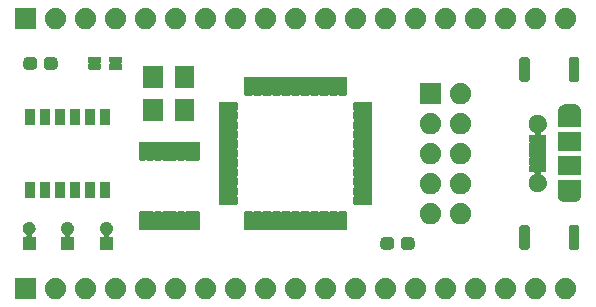
<source format=gbr>
G04 #@! TF.GenerationSoftware,KiCad,Pcbnew,(5.1.0-1387-g9cf427c7d)*
G04 #@! TF.CreationDate,2019-07-30T13:41:10-07:00*
G04 #@! TF.ProjectId,max_breakout,6d61785f-6272-4656-916b-6f75742e6b69,1.1*
G04 #@! TF.SameCoordinates,Original*
G04 #@! TF.FileFunction,Soldermask,Top*
G04 #@! TF.FilePolarity,Negative*
%FSLAX46Y46*%
G04 Gerber Fmt 4.6, Leading zero omitted, Abs format (unit mm)*
G04 Created by KiCad (PCBNEW (5.1.0-1387-g9cf427c7d)) date 2019-07-30 13:41:10*
%MOMM*%
%LPD*%
G04 APERTURE LIST*
%ADD10C,0.100000*%
G04 APERTURE END LIST*
D10*
G36*
X114915899Y-120005959D02*
G01*
X114932769Y-120017231D01*
X114944041Y-120034101D01*
X114950448Y-120066312D01*
X114950448Y-121741688D01*
X114947999Y-121754000D01*
X114944041Y-121773899D01*
X114932769Y-121790769D01*
X114915899Y-121802041D01*
X114896000Y-121805999D01*
X114883688Y-121808448D01*
X113208312Y-121808448D01*
X113176101Y-121802041D01*
X113159231Y-121790769D01*
X113147959Y-121773899D01*
X113141552Y-121741688D01*
X113141552Y-120066312D01*
X113147959Y-120034101D01*
X113159231Y-120017231D01*
X113176101Y-120005959D01*
X113208312Y-119999552D01*
X114883688Y-119999552D01*
X114915899Y-120005959D01*
X114915899Y-120005959D01*
G37*
G36*
X157414360Y-120017835D02*
G01*
X157495397Y-120044166D01*
X157582663Y-120071848D01*
X157585655Y-120073493D01*
X157594488Y-120076363D01*
X157666466Y-120117919D01*
X157737499Y-120156970D01*
X157744986Y-120163253D01*
X157758511Y-120171061D01*
X157816259Y-120223057D01*
X157872857Y-120270549D01*
X157882962Y-120283118D01*
X157899261Y-120297793D01*
X157941454Y-120355867D01*
X157983579Y-120408260D01*
X157993994Y-120428182D01*
X158010586Y-120451019D01*
X158037297Y-120511012D01*
X158065439Y-120564843D01*
X158073582Y-120592510D01*
X158087621Y-120624042D01*
X158099992Y-120682241D01*
X158115328Y-120734349D01*
X158118518Y-120769401D01*
X158126999Y-120809301D01*
X158126999Y-120862592D01*
X158131343Y-120910324D01*
X158126999Y-120951653D01*
X158126999Y-120998699D01*
X158117217Y-121044721D01*
X158112873Y-121086047D01*
X158098702Y-121131827D01*
X158087621Y-121183958D01*
X158071028Y-121221226D01*
X158060622Y-121254843D01*
X158034789Y-121302620D01*
X158010586Y-121356981D01*
X157990298Y-121384905D01*
X157976580Y-121410276D01*
X157937859Y-121457082D01*
X157899261Y-121510207D01*
X157878284Y-121529095D01*
X157863952Y-121546419D01*
X157811845Y-121588917D01*
X157758511Y-121636939D01*
X157739524Y-121647901D01*
X157727025Y-121658095D01*
X157661780Y-121692786D01*
X157594488Y-121731637D01*
X157579636Y-121736463D01*
X157571003Y-121741053D01*
X157493430Y-121764473D01*
X157414360Y-121790165D01*
X157405114Y-121791137D01*
X157401851Y-121792122D01*
X157310710Y-121801059D01*
X157273211Y-121805000D01*
X157178789Y-121805000D01*
X157037640Y-121790165D01*
X156956603Y-121763834D01*
X156869337Y-121736152D01*
X156866345Y-121734507D01*
X156857512Y-121731637D01*
X156785534Y-121690081D01*
X156714501Y-121651030D01*
X156707014Y-121644747D01*
X156693489Y-121636939D01*
X156635741Y-121584943D01*
X156579143Y-121537451D01*
X156569038Y-121524882D01*
X156552739Y-121510207D01*
X156510546Y-121452133D01*
X156468421Y-121399740D01*
X156458006Y-121379818D01*
X156441414Y-121356981D01*
X156414703Y-121296988D01*
X156386561Y-121243157D01*
X156378418Y-121215490D01*
X156364379Y-121183958D01*
X156352008Y-121125759D01*
X156336672Y-121073651D01*
X156333482Y-121038599D01*
X156325001Y-120998699D01*
X156325001Y-120945408D01*
X156320657Y-120897676D01*
X156325001Y-120856347D01*
X156325001Y-120809301D01*
X156334783Y-120763279D01*
X156339127Y-120721953D01*
X156353298Y-120676173D01*
X156364379Y-120624042D01*
X156380972Y-120586774D01*
X156391378Y-120553157D01*
X156417211Y-120505380D01*
X156441414Y-120451019D01*
X156461702Y-120423095D01*
X156475420Y-120397724D01*
X156514141Y-120350918D01*
X156552739Y-120297793D01*
X156573716Y-120278905D01*
X156588048Y-120261581D01*
X156640155Y-120219083D01*
X156693489Y-120171061D01*
X156712476Y-120160099D01*
X156724975Y-120149905D01*
X156790220Y-120115214D01*
X156857512Y-120076363D01*
X156872364Y-120071537D01*
X156880997Y-120066947D01*
X156958570Y-120043527D01*
X157037640Y-120017835D01*
X157046886Y-120016863D01*
X157050149Y-120015878D01*
X157141290Y-120006941D01*
X157178789Y-120003000D01*
X157273211Y-120003000D01*
X157414360Y-120017835D01*
X157414360Y-120017835D01*
G37*
G36*
X154874360Y-120017835D02*
G01*
X154955397Y-120044166D01*
X155042663Y-120071848D01*
X155045655Y-120073493D01*
X155054488Y-120076363D01*
X155126466Y-120117919D01*
X155197499Y-120156970D01*
X155204986Y-120163253D01*
X155218511Y-120171061D01*
X155276259Y-120223057D01*
X155332857Y-120270549D01*
X155342962Y-120283118D01*
X155359261Y-120297793D01*
X155401454Y-120355867D01*
X155443579Y-120408260D01*
X155453994Y-120428182D01*
X155470586Y-120451019D01*
X155497297Y-120511012D01*
X155525439Y-120564843D01*
X155533582Y-120592510D01*
X155547621Y-120624042D01*
X155559992Y-120682241D01*
X155575328Y-120734349D01*
X155578518Y-120769401D01*
X155586999Y-120809301D01*
X155586999Y-120862592D01*
X155591343Y-120910324D01*
X155586999Y-120951653D01*
X155586999Y-120998699D01*
X155577217Y-121044721D01*
X155572873Y-121086047D01*
X155558702Y-121131827D01*
X155547621Y-121183958D01*
X155531028Y-121221226D01*
X155520622Y-121254843D01*
X155494789Y-121302620D01*
X155470586Y-121356981D01*
X155450298Y-121384905D01*
X155436580Y-121410276D01*
X155397859Y-121457082D01*
X155359261Y-121510207D01*
X155338284Y-121529095D01*
X155323952Y-121546419D01*
X155271845Y-121588917D01*
X155218511Y-121636939D01*
X155199524Y-121647901D01*
X155187025Y-121658095D01*
X155121780Y-121692786D01*
X155054488Y-121731637D01*
X155039636Y-121736463D01*
X155031003Y-121741053D01*
X154953430Y-121764473D01*
X154874360Y-121790165D01*
X154865114Y-121791137D01*
X154861851Y-121792122D01*
X154770710Y-121801059D01*
X154733211Y-121805000D01*
X154638789Y-121805000D01*
X154497640Y-121790165D01*
X154416603Y-121763834D01*
X154329337Y-121736152D01*
X154326345Y-121734507D01*
X154317512Y-121731637D01*
X154245534Y-121690081D01*
X154174501Y-121651030D01*
X154167014Y-121644747D01*
X154153489Y-121636939D01*
X154095741Y-121584943D01*
X154039143Y-121537451D01*
X154029038Y-121524882D01*
X154012739Y-121510207D01*
X153970546Y-121452133D01*
X153928421Y-121399740D01*
X153918006Y-121379818D01*
X153901414Y-121356981D01*
X153874703Y-121296988D01*
X153846561Y-121243157D01*
X153838418Y-121215490D01*
X153824379Y-121183958D01*
X153812008Y-121125759D01*
X153796672Y-121073651D01*
X153793482Y-121038599D01*
X153785001Y-120998699D01*
X153785001Y-120945408D01*
X153780657Y-120897676D01*
X153785001Y-120856347D01*
X153785001Y-120809301D01*
X153794783Y-120763279D01*
X153799127Y-120721953D01*
X153813298Y-120676173D01*
X153824379Y-120624042D01*
X153840972Y-120586774D01*
X153851378Y-120553157D01*
X153877211Y-120505380D01*
X153901414Y-120451019D01*
X153921702Y-120423095D01*
X153935420Y-120397724D01*
X153974141Y-120350918D01*
X154012739Y-120297793D01*
X154033716Y-120278905D01*
X154048048Y-120261581D01*
X154100155Y-120219083D01*
X154153489Y-120171061D01*
X154172476Y-120160099D01*
X154184975Y-120149905D01*
X154250220Y-120115214D01*
X154317512Y-120076363D01*
X154332364Y-120071537D01*
X154340997Y-120066947D01*
X154418570Y-120043527D01*
X154497640Y-120017835D01*
X154506886Y-120016863D01*
X154510149Y-120015878D01*
X154601290Y-120006941D01*
X154638789Y-120003000D01*
X154733211Y-120003000D01*
X154874360Y-120017835D01*
X154874360Y-120017835D01*
G37*
G36*
X152334360Y-120017835D02*
G01*
X152415397Y-120044166D01*
X152502663Y-120071848D01*
X152505655Y-120073493D01*
X152514488Y-120076363D01*
X152586466Y-120117919D01*
X152657499Y-120156970D01*
X152664986Y-120163253D01*
X152678511Y-120171061D01*
X152736259Y-120223057D01*
X152792857Y-120270549D01*
X152802962Y-120283118D01*
X152819261Y-120297793D01*
X152861454Y-120355867D01*
X152903579Y-120408260D01*
X152913994Y-120428182D01*
X152930586Y-120451019D01*
X152957297Y-120511012D01*
X152985439Y-120564843D01*
X152993582Y-120592510D01*
X153007621Y-120624042D01*
X153019992Y-120682241D01*
X153035328Y-120734349D01*
X153038518Y-120769401D01*
X153046999Y-120809301D01*
X153046999Y-120862592D01*
X153051343Y-120910324D01*
X153046999Y-120951653D01*
X153046999Y-120998699D01*
X153037217Y-121044721D01*
X153032873Y-121086047D01*
X153018702Y-121131827D01*
X153007621Y-121183958D01*
X152991028Y-121221226D01*
X152980622Y-121254843D01*
X152954789Y-121302620D01*
X152930586Y-121356981D01*
X152910298Y-121384905D01*
X152896580Y-121410276D01*
X152857859Y-121457082D01*
X152819261Y-121510207D01*
X152798284Y-121529095D01*
X152783952Y-121546419D01*
X152731845Y-121588917D01*
X152678511Y-121636939D01*
X152659524Y-121647901D01*
X152647025Y-121658095D01*
X152581780Y-121692786D01*
X152514488Y-121731637D01*
X152499636Y-121736463D01*
X152491003Y-121741053D01*
X152413430Y-121764473D01*
X152334360Y-121790165D01*
X152325114Y-121791137D01*
X152321851Y-121792122D01*
X152230710Y-121801059D01*
X152193211Y-121805000D01*
X152098789Y-121805000D01*
X151957640Y-121790165D01*
X151876603Y-121763834D01*
X151789337Y-121736152D01*
X151786345Y-121734507D01*
X151777512Y-121731637D01*
X151705534Y-121690081D01*
X151634501Y-121651030D01*
X151627014Y-121644747D01*
X151613489Y-121636939D01*
X151555741Y-121584943D01*
X151499143Y-121537451D01*
X151489038Y-121524882D01*
X151472739Y-121510207D01*
X151430546Y-121452133D01*
X151388421Y-121399740D01*
X151378006Y-121379818D01*
X151361414Y-121356981D01*
X151334703Y-121296988D01*
X151306561Y-121243157D01*
X151298418Y-121215490D01*
X151284379Y-121183958D01*
X151272008Y-121125759D01*
X151256672Y-121073651D01*
X151253482Y-121038599D01*
X151245001Y-120998699D01*
X151245001Y-120945408D01*
X151240657Y-120897676D01*
X151245001Y-120856347D01*
X151245001Y-120809301D01*
X151254783Y-120763279D01*
X151259127Y-120721953D01*
X151273298Y-120676173D01*
X151284379Y-120624042D01*
X151300972Y-120586774D01*
X151311378Y-120553157D01*
X151337211Y-120505380D01*
X151361414Y-120451019D01*
X151381702Y-120423095D01*
X151395420Y-120397724D01*
X151434141Y-120350918D01*
X151472739Y-120297793D01*
X151493716Y-120278905D01*
X151508048Y-120261581D01*
X151560155Y-120219083D01*
X151613489Y-120171061D01*
X151632476Y-120160099D01*
X151644975Y-120149905D01*
X151710220Y-120115214D01*
X151777512Y-120076363D01*
X151792364Y-120071537D01*
X151800997Y-120066947D01*
X151878570Y-120043527D01*
X151957640Y-120017835D01*
X151966886Y-120016863D01*
X151970149Y-120015878D01*
X152061290Y-120006941D01*
X152098789Y-120003000D01*
X152193211Y-120003000D01*
X152334360Y-120017835D01*
X152334360Y-120017835D01*
G37*
G36*
X149794360Y-120017835D02*
G01*
X149875397Y-120044166D01*
X149962663Y-120071848D01*
X149965655Y-120073493D01*
X149974488Y-120076363D01*
X150046466Y-120117919D01*
X150117499Y-120156970D01*
X150124986Y-120163253D01*
X150138511Y-120171061D01*
X150196259Y-120223057D01*
X150252857Y-120270549D01*
X150262962Y-120283118D01*
X150279261Y-120297793D01*
X150321454Y-120355867D01*
X150363579Y-120408260D01*
X150373994Y-120428182D01*
X150390586Y-120451019D01*
X150417297Y-120511012D01*
X150445439Y-120564843D01*
X150453582Y-120592510D01*
X150467621Y-120624042D01*
X150479992Y-120682241D01*
X150495328Y-120734349D01*
X150498518Y-120769401D01*
X150506999Y-120809301D01*
X150506999Y-120862592D01*
X150511343Y-120910324D01*
X150506999Y-120951653D01*
X150506999Y-120998699D01*
X150497217Y-121044721D01*
X150492873Y-121086047D01*
X150478702Y-121131827D01*
X150467621Y-121183958D01*
X150451028Y-121221226D01*
X150440622Y-121254843D01*
X150414789Y-121302620D01*
X150390586Y-121356981D01*
X150370298Y-121384905D01*
X150356580Y-121410276D01*
X150317859Y-121457082D01*
X150279261Y-121510207D01*
X150258284Y-121529095D01*
X150243952Y-121546419D01*
X150191845Y-121588917D01*
X150138511Y-121636939D01*
X150119524Y-121647901D01*
X150107025Y-121658095D01*
X150041780Y-121692786D01*
X149974488Y-121731637D01*
X149959636Y-121736463D01*
X149951003Y-121741053D01*
X149873430Y-121764473D01*
X149794360Y-121790165D01*
X149785114Y-121791137D01*
X149781851Y-121792122D01*
X149690710Y-121801059D01*
X149653211Y-121805000D01*
X149558789Y-121805000D01*
X149417640Y-121790165D01*
X149336603Y-121763834D01*
X149249337Y-121736152D01*
X149246345Y-121734507D01*
X149237512Y-121731637D01*
X149165534Y-121690081D01*
X149094501Y-121651030D01*
X149087014Y-121644747D01*
X149073489Y-121636939D01*
X149015741Y-121584943D01*
X148959143Y-121537451D01*
X148949038Y-121524882D01*
X148932739Y-121510207D01*
X148890546Y-121452133D01*
X148848421Y-121399740D01*
X148838006Y-121379818D01*
X148821414Y-121356981D01*
X148794703Y-121296988D01*
X148766561Y-121243157D01*
X148758418Y-121215490D01*
X148744379Y-121183958D01*
X148732008Y-121125759D01*
X148716672Y-121073651D01*
X148713482Y-121038599D01*
X148705001Y-120998699D01*
X148705001Y-120945408D01*
X148700657Y-120897676D01*
X148705001Y-120856347D01*
X148705001Y-120809301D01*
X148714783Y-120763279D01*
X148719127Y-120721953D01*
X148733298Y-120676173D01*
X148744379Y-120624042D01*
X148760972Y-120586774D01*
X148771378Y-120553157D01*
X148797211Y-120505380D01*
X148821414Y-120451019D01*
X148841702Y-120423095D01*
X148855420Y-120397724D01*
X148894141Y-120350918D01*
X148932739Y-120297793D01*
X148953716Y-120278905D01*
X148968048Y-120261581D01*
X149020155Y-120219083D01*
X149073489Y-120171061D01*
X149092476Y-120160099D01*
X149104975Y-120149905D01*
X149170220Y-120115214D01*
X149237512Y-120076363D01*
X149252364Y-120071537D01*
X149260997Y-120066947D01*
X149338570Y-120043527D01*
X149417640Y-120017835D01*
X149426886Y-120016863D01*
X149430149Y-120015878D01*
X149521290Y-120006941D01*
X149558789Y-120003000D01*
X149653211Y-120003000D01*
X149794360Y-120017835D01*
X149794360Y-120017835D01*
G37*
G36*
X147254360Y-120017835D02*
G01*
X147335397Y-120044166D01*
X147422663Y-120071848D01*
X147425655Y-120073493D01*
X147434488Y-120076363D01*
X147506466Y-120117919D01*
X147577499Y-120156970D01*
X147584986Y-120163253D01*
X147598511Y-120171061D01*
X147656259Y-120223057D01*
X147712857Y-120270549D01*
X147722962Y-120283118D01*
X147739261Y-120297793D01*
X147781454Y-120355867D01*
X147823579Y-120408260D01*
X147833994Y-120428182D01*
X147850586Y-120451019D01*
X147877297Y-120511012D01*
X147905439Y-120564843D01*
X147913582Y-120592510D01*
X147927621Y-120624042D01*
X147939992Y-120682241D01*
X147955328Y-120734349D01*
X147958518Y-120769401D01*
X147966999Y-120809301D01*
X147966999Y-120862592D01*
X147971343Y-120910324D01*
X147966999Y-120951653D01*
X147966999Y-120998699D01*
X147957217Y-121044721D01*
X147952873Y-121086047D01*
X147938702Y-121131827D01*
X147927621Y-121183958D01*
X147911028Y-121221226D01*
X147900622Y-121254843D01*
X147874789Y-121302620D01*
X147850586Y-121356981D01*
X147830298Y-121384905D01*
X147816580Y-121410276D01*
X147777859Y-121457082D01*
X147739261Y-121510207D01*
X147718284Y-121529095D01*
X147703952Y-121546419D01*
X147651845Y-121588917D01*
X147598511Y-121636939D01*
X147579524Y-121647901D01*
X147567025Y-121658095D01*
X147501780Y-121692786D01*
X147434488Y-121731637D01*
X147419636Y-121736463D01*
X147411003Y-121741053D01*
X147333430Y-121764473D01*
X147254360Y-121790165D01*
X147245114Y-121791137D01*
X147241851Y-121792122D01*
X147150710Y-121801059D01*
X147113211Y-121805000D01*
X147018789Y-121805000D01*
X146877640Y-121790165D01*
X146796603Y-121763834D01*
X146709337Y-121736152D01*
X146706345Y-121734507D01*
X146697512Y-121731637D01*
X146625534Y-121690081D01*
X146554501Y-121651030D01*
X146547014Y-121644747D01*
X146533489Y-121636939D01*
X146475741Y-121584943D01*
X146419143Y-121537451D01*
X146409038Y-121524882D01*
X146392739Y-121510207D01*
X146350546Y-121452133D01*
X146308421Y-121399740D01*
X146298006Y-121379818D01*
X146281414Y-121356981D01*
X146254703Y-121296988D01*
X146226561Y-121243157D01*
X146218418Y-121215490D01*
X146204379Y-121183958D01*
X146192008Y-121125759D01*
X146176672Y-121073651D01*
X146173482Y-121038599D01*
X146165001Y-120998699D01*
X146165001Y-120945408D01*
X146160657Y-120897676D01*
X146165001Y-120856347D01*
X146165001Y-120809301D01*
X146174783Y-120763279D01*
X146179127Y-120721953D01*
X146193298Y-120676173D01*
X146204379Y-120624042D01*
X146220972Y-120586774D01*
X146231378Y-120553157D01*
X146257211Y-120505380D01*
X146281414Y-120451019D01*
X146301702Y-120423095D01*
X146315420Y-120397724D01*
X146354141Y-120350918D01*
X146392739Y-120297793D01*
X146413716Y-120278905D01*
X146428048Y-120261581D01*
X146480155Y-120219083D01*
X146533489Y-120171061D01*
X146552476Y-120160099D01*
X146564975Y-120149905D01*
X146630220Y-120115214D01*
X146697512Y-120076363D01*
X146712364Y-120071537D01*
X146720997Y-120066947D01*
X146798570Y-120043527D01*
X146877640Y-120017835D01*
X146886886Y-120016863D01*
X146890149Y-120015878D01*
X146981290Y-120006941D01*
X147018789Y-120003000D01*
X147113211Y-120003000D01*
X147254360Y-120017835D01*
X147254360Y-120017835D01*
G37*
G36*
X144714360Y-120017835D02*
G01*
X144795397Y-120044166D01*
X144882663Y-120071848D01*
X144885655Y-120073493D01*
X144894488Y-120076363D01*
X144966466Y-120117919D01*
X145037499Y-120156970D01*
X145044986Y-120163253D01*
X145058511Y-120171061D01*
X145116259Y-120223057D01*
X145172857Y-120270549D01*
X145182962Y-120283118D01*
X145199261Y-120297793D01*
X145241454Y-120355867D01*
X145283579Y-120408260D01*
X145293994Y-120428182D01*
X145310586Y-120451019D01*
X145337297Y-120511012D01*
X145365439Y-120564843D01*
X145373582Y-120592510D01*
X145387621Y-120624042D01*
X145399992Y-120682241D01*
X145415328Y-120734349D01*
X145418518Y-120769401D01*
X145426999Y-120809301D01*
X145426999Y-120862592D01*
X145431343Y-120910324D01*
X145426999Y-120951653D01*
X145426999Y-120998699D01*
X145417217Y-121044721D01*
X145412873Y-121086047D01*
X145398702Y-121131827D01*
X145387621Y-121183958D01*
X145371028Y-121221226D01*
X145360622Y-121254843D01*
X145334789Y-121302620D01*
X145310586Y-121356981D01*
X145290298Y-121384905D01*
X145276580Y-121410276D01*
X145237859Y-121457082D01*
X145199261Y-121510207D01*
X145178284Y-121529095D01*
X145163952Y-121546419D01*
X145111845Y-121588917D01*
X145058511Y-121636939D01*
X145039524Y-121647901D01*
X145027025Y-121658095D01*
X144961780Y-121692786D01*
X144894488Y-121731637D01*
X144879636Y-121736463D01*
X144871003Y-121741053D01*
X144793430Y-121764473D01*
X144714360Y-121790165D01*
X144705114Y-121791137D01*
X144701851Y-121792122D01*
X144610710Y-121801059D01*
X144573211Y-121805000D01*
X144478789Y-121805000D01*
X144337640Y-121790165D01*
X144256603Y-121763834D01*
X144169337Y-121736152D01*
X144166345Y-121734507D01*
X144157512Y-121731637D01*
X144085534Y-121690081D01*
X144014501Y-121651030D01*
X144007014Y-121644747D01*
X143993489Y-121636939D01*
X143935741Y-121584943D01*
X143879143Y-121537451D01*
X143869038Y-121524882D01*
X143852739Y-121510207D01*
X143810546Y-121452133D01*
X143768421Y-121399740D01*
X143758006Y-121379818D01*
X143741414Y-121356981D01*
X143714703Y-121296988D01*
X143686561Y-121243157D01*
X143678418Y-121215490D01*
X143664379Y-121183958D01*
X143652008Y-121125759D01*
X143636672Y-121073651D01*
X143633482Y-121038599D01*
X143625001Y-120998699D01*
X143625001Y-120945408D01*
X143620657Y-120897676D01*
X143625001Y-120856347D01*
X143625001Y-120809301D01*
X143634783Y-120763279D01*
X143639127Y-120721953D01*
X143653298Y-120676173D01*
X143664379Y-120624042D01*
X143680972Y-120586774D01*
X143691378Y-120553157D01*
X143717211Y-120505380D01*
X143741414Y-120451019D01*
X143761702Y-120423095D01*
X143775420Y-120397724D01*
X143814141Y-120350918D01*
X143852739Y-120297793D01*
X143873716Y-120278905D01*
X143888048Y-120261581D01*
X143940155Y-120219083D01*
X143993489Y-120171061D01*
X144012476Y-120160099D01*
X144024975Y-120149905D01*
X144090220Y-120115214D01*
X144157512Y-120076363D01*
X144172364Y-120071537D01*
X144180997Y-120066947D01*
X144258570Y-120043527D01*
X144337640Y-120017835D01*
X144346886Y-120016863D01*
X144350149Y-120015878D01*
X144441290Y-120006941D01*
X144478789Y-120003000D01*
X144573211Y-120003000D01*
X144714360Y-120017835D01*
X144714360Y-120017835D01*
G37*
G36*
X142174360Y-120017835D02*
G01*
X142255397Y-120044166D01*
X142342663Y-120071848D01*
X142345655Y-120073493D01*
X142354488Y-120076363D01*
X142426466Y-120117919D01*
X142497499Y-120156970D01*
X142504986Y-120163253D01*
X142518511Y-120171061D01*
X142576259Y-120223057D01*
X142632857Y-120270549D01*
X142642962Y-120283118D01*
X142659261Y-120297793D01*
X142701454Y-120355867D01*
X142743579Y-120408260D01*
X142753994Y-120428182D01*
X142770586Y-120451019D01*
X142797297Y-120511012D01*
X142825439Y-120564843D01*
X142833582Y-120592510D01*
X142847621Y-120624042D01*
X142859992Y-120682241D01*
X142875328Y-120734349D01*
X142878518Y-120769401D01*
X142886999Y-120809301D01*
X142886999Y-120862592D01*
X142891343Y-120910324D01*
X142886999Y-120951653D01*
X142886999Y-120998699D01*
X142877217Y-121044721D01*
X142872873Y-121086047D01*
X142858702Y-121131827D01*
X142847621Y-121183958D01*
X142831028Y-121221226D01*
X142820622Y-121254843D01*
X142794789Y-121302620D01*
X142770586Y-121356981D01*
X142750298Y-121384905D01*
X142736580Y-121410276D01*
X142697859Y-121457082D01*
X142659261Y-121510207D01*
X142638284Y-121529095D01*
X142623952Y-121546419D01*
X142571845Y-121588917D01*
X142518511Y-121636939D01*
X142499524Y-121647901D01*
X142487025Y-121658095D01*
X142421780Y-121692786D01*
X142354488Y-121731637D01*
X142339636Y-121736463D01*
X142331003Y-121741053D01*
X142253430Y-121764473D01*
X142174360Y-121790165D01*
X142165114Y-121791137D01*
X142161851Y-121792122D01*
X142070710Y-121801059D01*
X142033211Y-121805000D01*
X141938789Y-121805000D01*
X141797640Y-121790165D01*
X141716603Y-121763834D01*
X141629337Y-121736152D01*
X141626345Y-121734507D01*
X141617512Y-121731637D01*
X141545534Y-121690081D01*
X141474501Y-121651030D01*
X141467014Y-121644747D01*
X141453489Y-121636939D01*
X141395741Y-121584943D01*
X141339143Y-121537451D01*
X141329038Y-121524882D01*
X141312739Y-121510207D01*
X141270546Y-121452133D01*
X141228421Y-121399740D01*
X141218006Y-121379818D01*
X141201414Y-121356981D01*
X141174703Y-121296988D01*
X141146561Y-121243157D01*
X141138418Y-121215490D01*
X141124379Y-121183958D01*
X141112008Y-121125759D01*
X141096672Y-121073651D01*
X141093482Y-121038599D01*
X141085001Y-120998699D01*
X141085001Y-120945408D01*
X141080657Y-120897676D01*
X141085001Y-120856347D01*
X141085001Y-120809301D01*
X141094783Y-120763279D01*
X141099127Y-120721953D01*
X141113298Y-120676173D01*
X141124379Y-120624042D01*
X141140972Y-120586774D01*
X141151378Y-120553157D01*
X141177211Y-120505380D01*
X141201414Y-120451019D01*
X141221702Y-120423095D01*
X141235420Y-120397724D01*
X141274141Y-120350918D01*
X141312739Y-120297793D01*
X141333716Y-120278905D01*
X141348048Y-120261581D01*
X141400155Y-120219083D01*
X141453489Y-120171061D01*
X141472476Y-120160099D01*
X141484975Y-120149905D01*
X141550220Y-120115214D01*
X141617512Y-120076363D01*
X141632364Y-120071537D01*
X141640997Y-120066947D01*
X141718570Y-120043527D01*
X141797640Y-120017835D01*
X141806886Y-120016863D01*
X141810149Y-120015878D01*
X141901290Y-120006941D01*
X141938789Y-120003000D01*
X142033211Y-120003000D01*
X142174360Y-120017835D01*
X142174360Y-120017835D01*
G37*
G36*
X139634360Y-120017835D02*
G01*
X139715397Y-120044166D01*
X139802663Y-120071848D01*
X139805655Y-120073493D01*
X139814488Y-120076363D01*
X139886466Y-120117919D01*
X139957499Y-120156970D01*
X139964986Y-120163253D01*
X139978511Y-120171061D01*
X140036259Y-120223057D01*
X140092857Y-120270549D01*
X140102962Y-120283118D01*
X140119261Y-120297793D01*
X140161454Y-120355867D01*
X140203579Y-120408260D01*
X140213994Y-120428182D01*
X140230586Y-120451019D01*
X140257297Y-120511012D01*
X140285439Y-120564843D01*
X140293582Y-120592510D01*
X140307621Y-120624042D01*
X140319992Y-120682241D01*
X140335328Y-120734349D01*
X140338518Y-120769401D01*
X140346999Y-120809301D01*
X140346999Y-120862592D01*
X140351343Y-120910324D01*
X140346999Y-120951653D01*
X140346999Y-120998699D01*
X140337217Y-121044721D01*
X140332873Y-121086047D01*
X140318702Y-121131827D01*
X140307621Y-121183958D01*
X140291028Y-121221226D01*
X140280622Y-121254843D01*
X140254789Y-121302620D01*
X140230586Y-121356981D01*
X140210298Y-121384905D01*
X140196580Y-121410276D01*
X140157859Y-121457082D01*
X140119261Y-121510207D01*
X140098284Y-121529095D01*
X140083952Y-121546419D01*
X140031845Y-121588917D01*
X139978511Y-121636939D01*
X139959524Y-121647901D01*
X139947025Y-121658095D01*
X139881780Y-121692786D01*
X139814488Y-121731637D01*
X139799636Y-121736463D01*
X139791003Y-121741053D01*
X139713430Y-121764473D01*
X139634360Y-121790165D01*
X139625114Y-121791137D01*
X139621851Y-121792122D01*
X139530710Y-121801059D01*
X139493211Y-121805000D01*
X139398789Y-121805000D01*
X139257640Y-121790165D01*
X139176603Y-121763834D01*
X139089337Y-121736152D01*
X139086345Y-121734507D01*
X139077512Y-121731637D01*
X139005534Y-121690081D01*
X138934501Y-121651030D01*
X138927014Y-121644747D01*
X138913489Y-121636939D01*
X138855741Y-121584943D01*
X138799143Y-121537451D01*
X138789038Y-121524882D01*
X138772739Y-121510207D01*
X138730546Y-121452133D01*
X138688421Y-121399740D01*
X138678006Y-121379818D01*
X138661414Y-121356981D01*
X138634703Y-121296988D01*
X138606561Y-121243157D01*
X138598418Y-121215490D01*
X138584379Y-121183958D01*
X138572008Y-121125759D01*
X138556672Y-121073651D01*
X138553482Y-121038599D01*
X138545001Y-120998699D01*
X138545001Y-120945408D01*
X138540657Y-120897676D01*
X138545001Y-120856347D01*
X138545001Y-120809301D01*
X138554783Y-120763279D01*
X138559127Y-120721953D01*
X138573298Y-120676173D01*
X138584379Y-120624042D01*
X138600972Y-120586774D01*
X138611378Y-120553157D01*
X138637211Y-120505380D01*
X138661414Y-120451019D01*
X138681702Y-120423095D01*
X138695420Y-120397724D01*
X138734141Y-120350918D01*
X138772739Y-120297793D01*
X138793716Y-120278905D01*
X138808048Y-120261581D01*
X138860155Y-120219083D01*
X138913489Y-120171061D01*
X138932476Y-120160099D01*
X138944975Y-120149905D01*
X139010220Y-120115214D01*
X139077512Y-120076363D01*
X139092364Y-120071537D01*
X139100997Y-120066947D01*
X139178570Y-120043527D01*
X139257640Y-120017835D01*
X139266886Y-120016863D01*
X139270149Y-120015878D01*
X139361290Y-120006941D01*
X139398789Y-120003000D01*
X139493211Y-120003000D01*
X139634360Y-120017835D01*
X139634360Y-120017835D01*
G37*
G36*
X137094360Y-120017835D02*
G01*
X137175397Y-120044166D01*
X137262663Y-120071848D01*
X137265655Y-120073493D01*
X137274488Y-120076363D01*
X137346466Y-120117919D01*
X137417499Y-120156970D01*
X137424986Y-120163253D01*
X137438511Y-120171061D01*
X137496259Y-120223057D01*
X137552857Y-120270549D01*
X137562962Y-120283118D01*
X137579261Y-120297793D01*
X137621454Y-120355867D01*
X137663579Y-120408260D01*
X137673994Y-120428182D01*
X137690586Y-120451019D01*
X137717297Y-120511012D01*
X137745439Y-120564843D01*
X137753582Y-120592510D01*
X137767621Y-120624042D01*
X137779992Y-120682241D01*
X137795328Y-120734349D01*
X137798518Y-120769401D01*
X137806999Y-120809301D01*
X137806999Y-120862592D01*
X137811343Y-120910324D01*
X137806999Y-120951653D01*
X137806999Y-120998699D01*
X137797217Y-121044721D01*
X137792873Y-121086047D01*
X137778702Y-121131827D01*
X137767621Y-121183958D01*
X137751028Y-121221226D01*
X137740622Y-121254843D01*
X137714789Y-121302620D01*
X137690586Y-121356981D01*
X137670298Y-121384905D01*
X137656580Y-121410276D01*
X137617859Y-121457082D01*
X137579261Y-121510207D01*
X137558284Y-121529095D01*
X137543952Y-121546419D01*
X137491845Y-121588917D01*
X137438511Y-121636939D01*
X137419524Y-121647901D01*
X137407025Y-121658095D01*
X137341780Y-121692786D01*
X137274488Y-121731637D01*
X137259636Y-121736463D01*
X137251003Y-121741053D01*
X137173430Y-121764473D01*
X137094360Y-121790165D01*
X137085114Y-121791137D01*
X137081851Y-121792122D01*
X136990710Y-121801059D01*
X136953211Y-121805000D01*
X136858789Y-121805000D01*
X136717640Y-121790165D01*
X136636603Y-121763834D01*
X136549337Y-121736152D01*
X136546345Y-121734507D01*
X136537512Y-121731637D01*
X136465534Y-121690081D01*
X136394501Y-121651030D01*
X136387014Y-121644747D01*
X136373489Y-121636939D01*
X136315741Y-121584943D01*
X136259143Y-121537451D01*
X136249038Y-121524882D01*
X136232739Y-121510207D01*
X136190546Y-121452133D01*
X136148421Y-121399740D01*
X136138006Y-121379818D01*
X136121414Y-121356981D01*
X136094703Y-121296988D01*
X136066561Y-121243157D01*
X136058418Y-121215490D01*
X136044379Y-121183958D01*
X136032008Y-121125759D01*
X136016672Y-121073651D01*
X136013482Y-121038599D01*
X136005001Y-120998699D01*
X136005001Y-120945408D01*
X136000657Y-120897676D01*
X136005001Y-120856347D01*
X136005001Y-120809301D01*
X136014783Y-120763279D01*
X136019127Y-120721953D01*
X136033298Y-120676173D01*
X136044379Y-120624042D01*
X136060972Y-120586774D01*
X136071378Y-120553157D01*
X136097211Y-120505380D01*
X136121414Y-120451019D01*
X136141702Y-120423095D01*
X136155420Y-120397724D01*
X136194141Y-120350918D01*
X136232739Y-120297793D01*
X136253716Y-120278905D01*
X136268048Y-120261581D01*
X136320155Y-120219083D01*
X136373489Y-120171061D01*
X136392476Y-120160099D01*
X136404975Y-120149905D01*
X136470220Y-120115214D01*
X136537512Y-120076363D01*
X136552364Y-120071537D01*
X136560997Y-120066947D01*
X136638570Y-120043527D01*
X136717640Y-120017835D01*
X136726886Y-120016863D01*
X136730149Y-120015878D01*
X136821290Y-120006941D01*
X136858789Y-120003000D01*
X136953211Y-120003000D01*
X137094360Y-120017835D01*
X137094360Y-120017835D01*
G37*
G36*
X134554360Y-120017835D02*
G01*
X134635397Y-120044166D01*
X134722663Y-120071848D01*
X134725655Y-120073493D01*
X134734488Y-120076363D01*
X134806466Y-120117919D01*
X134877499Y-120156970D01*
X134884986Y-120163253D01*
X134898511Y-120171061D01*
X134956259Y-120223057D01*
X135012857Y-120270549D01*
X135022962Y-120283118D01*
X135039261Y-120297793D01*
X135081454Y-120355867D01*
X135123579Y-120408260D01*
X135133994Y-120428182D01*
X135150586Y-120451019D01*
X135177297Y-120511012D01*
X135205439Y-120564843D01*
X135213582Y-120592510D01*
X135227621Y-120624042D01*
X135239992Y-120682241D01*
X135255328Y-120734349D01*
X135258518Y-120769401D01*
X135266999Y-120809301D01*
X135266999Y-120862592D01*
X135271343Y-120910324D01*
X135266999Y-120951653D01*
X135266999Y-120998699D01*
X135257217Y-121044721D01*
X135252873Y-121086047D01*
X135238702Y-121131827D01*
X135227621Y-121183958D01*
X135211028Y-121221226D01*
X135200622Y-121254843D01*
X135174789Y-121302620D01*
X135150586Y-121356981D01*
X135130298Y-121384905D01*
X135116580Y-121410276D01*
X135077859Y-121457082D01*
X135039261Y-121510207D01*
X135018284Y-121529095D01*
X135003952Y-121546419D01*
X134951845Y-121588917D01*
X134898511Y-121636939D01*
X134879524Y-121647901D01*
X134867025Y-121658095D01*
X134801780Y-121692786D01*
X134734488Y-121731637D01*
X134719636Y-121736463D01*
X134711003Y-121741053D01*
X134633430Y-121764473D01*
X134554360Y-121790165D01*
X134545114Y-121791137D01*
X134541851Y-121792122D01*
X134450710Y-121801059D01*
X134413211Y-121805000D01*
X134318789Y-121805000D01*
X134177640Y-121790165D01*
X134096603Y-121763834D01*
X134009337Y-121736152D01*
X134006345Y-121734507D01*
X133997512Y-121731637D01*
X133925534Y-121690081D01*
X133854501Y-121651030D01*
X133847014Y-121644747D01*
X133833489Y-121636939D01*
X133775741Y-121584943D01*
X133719143Y-121537451D01*
X133709038Y-121524882D01*
X133692739Y-121510207D01*
X133650546Y-121452133D01*
X133608421Y-121399740D01*
X133598006Y-121379818D01*
X133581414Y-121356981D01*
X133554703Y-121296988D01*
X133526561Y-121243157D01*
X133518418Y-121215490D01*
X133504379Y-121183958D01*
X133492008Y-121125759D01*
X133476672Y-121073651D01*
X133473482Y-121038599D01*
X133465001Y-120998699D01*
X133465001Y-120945408D01*
X133460657Y-120897676D01*
X133465001Y-120856347D01*
X133465001Y-120809301D01*
X133474783Y-120763279D01*
X133479127Y-120721953D01*
X133493298Y-120676173D01*
X133504379Y-120624042D01*
X133520972Y-120586774D01*
X133531378Y-120553157D01*
X133557211Y-120505380D01*
X133581414Y-120451019D01*
X133601702Y-120423095D01*
X133615420Y-120397724D01*
X133654141Y-120350918D01*
X133692739Y-120297793D01*
X133713716Y-120278905D01*
X133728048Y-120261581D01*
X133780155Y-120219083D01*
X133833489Y-120171061D01*
X133852476Y-120160099D01*
X133864975Y-120149905D01*
X133930220Y-120115214D01*
X133997512Y-120076363D01*
X134012364Y-120071537D01*
X134020997Y-120066947D01*
X134098570Y-120043527D01*
X134177640Y-120017835D01*
X134186886Y-120016863D01*
X134190149Y-120015878D01*
X134281290Y-120006941D01*
X134318789Y-120003000D01*
X134413211Y-120003000D01*
X134554360Y-120017835D01*
X134554360Y-120017835D01*
G37*
G36*
X132014360Y-120017835D02*
G01*
X132095397Y-120044166D01*
X132182663Y-120071848D01*
X132185655Y-120073493D01*
X132194488Y-120076363D01*
X132266466Y-120117919D01*
X132337499Y-120156970D01*
X132344986Y-120163253D01*
X132358511Y-120171061D01*
X132416259Y-120223057D01*
X132472857Y-120270549D01*
X132482962Y-120283118D01*
X132499261Y-120297793D01*
X132541454Y-120355867D01*
X132583579Y-120408260D01*
X132593994Y-120428182D01*
X132610586Y-120451019D01*
X132637297Y-120511012D01*
X132665439Y-120564843D01*
X132673582Y-120592510D01*
X132687621Y-120624042D01*
X132699992Y-120682241D01*
X132715328Y-120734349D01*
X132718518Y-120769401D01*
X132726999Y-120809301D01*
X132726999Y-120862592D01*
X132731343Y-120910324D01*
X132726999Y-120951653D01*
X132726999Y-120998699D01*
X132717217Y-121044721D01*
X132712873Y-121086047D01*
X132698702Y-121131827D01*
X132687621Y-121183958D01*
X132671028Y-121221226D01*
X132660622Y-121254843D01*
X132634789Y-121302620D01*
X132610586Y-121356981D01*
X132590298Y-121384905D01*
X132576580Y-121410276D01*
X132537859Y-121457082D01*
X132499261Y-121510207D01*
X132478284Y-121529095D01*
X132463952Y-121546419D01*
X132411845Y-121588917D01*
X132358511Y-121636939D01*
X132339524Y-121647901D01*
X132327025Y-121658095D01*
X132261780Y-121692786D01*
X132194488Y-121731637D01*
X132179636Y-121736463D01*
X132171003Y-121741053D01*
X132093430Y-121764473D01*
X132014360Y-121790165D01*
X132005114Y-121791137D01*
X132001851Y-121792122D01*
X131910710Y-121801059D01*
X131873211Y-121805000D01*
X131778789Y-121805000D01*
X131637640Y-121790165D01*
X131556603Y-121763834D01*
X131469337Y-121736152D01*
X131466345Y-121734507D01*
X131457512Y-121731637D01*
X131385534Y-121690081D01*
X131314501Y-121651030D01*
X131307014Y-121644747D01*
X131293489Y-121636939D01*
X131235741Y-121584943D01*
X131179143Y-121537451D01*
X131169038Y-121524882D01*
X131152739Y-121510207D01*
X131110546Y-121452133D01*
X131068421Y-121399740D01*
X131058006Y-121379818D01*
X131041414Y-121356981D01*
X131014703Y-121296988D01*
X130986561Y-121243157D01*
X130978418Y-121215490D01*
X130964379Y-121183958D01*
X130952008Y-121125759D01*
X130936672Y-121073651D01*
X130933482Y-121038599D01*
X130925001Y-120998699D01*
X130925001Y-120945408D01*
X130920657Y-120897676D01*
X130925001Y-120856347D01*
X130925001Y-120809301D01*
X130934783Y-120763279D01*
X130939127Y-120721953D01*
X130953298Y-120676173D01*
X130964379Y-120624042D01*
X130980972Y-120586774D01*
X130991378Y-120553157D01*
X131017211Y-120505380D01*
X131041414Y-120451019D01*
X131061702Y-120423095D01*
X131075420Y-120397724D01*
X131114141Y-120350918D01*
X131152739Y-120297793D01*
X131173716Y-120278905D01*
X131188048Y-120261581D01*
X131240155Y-120219083D01*
X131293489Y-120171061D01*
X131312476Y-120160099D01*
X131324975Y-120149905D01*
X131390220Y-120115214D01*
X131457512Y-120076363D01*
X131472364Y-120071537D01*
X131480997Y-120066947D01*
X131558570Y-120043527D01*
X131637640Y-120017835D01*
X131646886Y-120016863D01*
X131650149Y-120015878D01*
X131741290Y-120006941D01*
X131778789Y-120003000D01*
X131873211Y-120003000D01*
X132014360Y-120017835D01*
X132014360Y-120017835D01*
G37*
G36*
X129474360Y-120017835D02*
G01*
X129555397Y-120044166D01*
X129642663Y-120071848D01*
X129645655Y-120073493D01*
X129654488Y-120076363D01*
X129726466Y-120117919D01*
X129797499Y-120156970D01*
X129804986Y-120163253D01*
X129818511Y-120171061D01*
X129876259Y-120223057D01*
X129932857Y-120270549D01*
X129942962Y-120283118D01*
X129959261Y-120297793D01*
X130001454Y-120355867D01*
X130043579Y-120408260D01*
X130053994Y-120428182D01*
X130070586Y-120451019D01*
X130097297Y-120511012D01*
X130125439Y-120564843D01*
X130133582Y-120592510D01*
X130147621Y-120624042D01*
X130159992Y-120682241D01*
X130175328Y-120734349D01*
X130178518Y-120769401D01*
X130186999Y-120809301D01*
X130186999Y-120862592D01*
X130191343Y-120910324D01*
X130186999Y-120951653D01*
X130186999Y-120998699D01*
X130177217Y-121044721D01*
X130172873Y-121086047D01*
X130158702Y-121131827D01*
X130147621Y-121183958D01*
X130131028Y-121221226D01*
X130120622Y-121254843D01*
X130094789Y-121302620D01*
X130070586Y-121356981D01*
X130050298Y-121384905D01*
X130036580Y-121410276D01*
X129997859Y-121457082D01*
X129959261Y-121510207D01*
X129938284Y-121529095D01*
X129923952Y-121546419D01*
X129871845Y-121588917D01*
X129818511Y-121636939D01*
X129799524Y-121647901D01*
X129787025Y-121658095D01*
X129721780Y-121692786D01*
X129654488Y-121731637D01*
X129639636Y-121736463D01*
X129631003Y-121741053D01*
X129553430Y-121764473D01*
X129474360Y-121790165D01*
X129465114Y-121791137D01*
X129461851Y-121792122D01*
X129370710Y-121801059D01*
X129333211Y-121805000D01*
X129238789Y-121805000D01*
X129097640Y-121790165D01*
X129016603Y-121763834D01*
X128929337Y-121736152D01*
X128926345Y-121734507D01*
X128917512Y-121731637D01*
X128845534Y-121690081D01*
X128774501Y-121651030D01*
X128767014Y-121644747D01*
X128753489Y-121636939D01*
X128695741Y-121584943D01*
X128639143Y-121537451D01*
X128629038Y-121524882D01*
X128612739Y-121510207D01*
X128570546Y-121452133D01*
X128528421Y-121399740D01*
X128518006Y-121379818D01*
X128501414Y-121356981D01*
X128474703Y-121296988D01*
X128446561Y-121243157D01*
X128438418Y-121215490D01*
X128424379Y-121183958D01*
X128412008Y-121125759D01*
X128396672Y-121073651D01*
X128393482Y-121038599D01*
X128385001Y-120998699D01*
X128385001Y-120945408D01*
X128380657Y-120897676D01*
X128385001Y-120856347D01*
X128385001Y-120809301D01*
X128394783Y-120763279D01*
X128399127Y-120721953D01*
X128413298Y-120676173D01*
X128424379Y-120624042D01*
X128440972Y-120586774D01*
X128451378Y-120553157D01*
X128477211Y-120505380D01*
X128501414Y-120451019D01*
X128521702Y-120423095D01*
X128535420Y-120397724D01*
X128574141Y-120350918D01*
X128612739Y-120297793D01*
X128633716Y-120278905D01*
X128648048Y-120261581D01*
X128700155Y-120219083D01*
X128753489Y-120171061D01*
X128772476Y-120160099D01*
X128784975Y-120149905D01*
X128850220Y-120115214D01*
X128917512Y-120076363D01*
X128932364Y-120071537D01*
X128940997Y-120066947D01*
X129018570Y-120043527D01*
X129097640Y-120017835D01*
X129106886Y-120016863D01*
X129110149Y-120015878D01*
X129201290Y-120006941D01*
X129238789Y-120003000D01*
X129333211Y-120003000D01*
X129474360Y-120017835D01*
X129474360Y-120017835D01*
G37*
G36*
X126934360Y-120017835D02*
G01*
X127015397Y-120044166D01*
X127102663Y-120071848D01*
X127105655Y-120073493D01*
X127114488Y-120076363D01*
X127186466Y-120117919D01*
X127257499Y-120156970D01*
X127264986Y-120163253D01*
X127278511Y-120171061D01*
X127336259Y-120223057D01*
X127392857Y-120270549D01*
X127402962Y-120283118D01*
X127419261Y-120297793D01*
X127461454Y-120355867D01*
X127503579Y-120408260D01*
X127513994Y-120428182D01*
X127530586Y-120451019D01*
X127557297Y-120511012D01*
X127585439Y-120564843D01*
X127593582Y-120592510D01*
X127607621Y-120624042D01*
X127619992Y-120682241D01*
X127635328Y-120734349D01*
X127638518Y-120769401D01*
X127646999Y-120809301D01*
X127646999Y-120862592D01*
X127651343Y-120910324D01*
X127646999Y-120951653D01*
X127646999Y-120998699D01*
X127637217Y-121044721D01*
X127632873Y-121086047D01*
X127618702Y-121131827D01*
X127607621Y-121183958D01*
X127591028Y-121221226D01*
X127580622Y-121254843D01*
X127554789Y-121302620D01*
X127530586Y-121356981D01*
X127510298Y-121384905D01*
X127496580Y-121410276D01*
X127457859Y-121457082D01*
X127419261Y-121510207D01*
X127398284Y-121529095D01*
X127383952Y-121546419D01*
X127331845Y-121588917D01*
X127278511Y-121636939D01*
X127259524Y-121647901D01*
X127247025Y-121658095D01*
X127181780Y-121692786D01*
X127114488Y-121731637D01*
X127099636Y-121736463D01*
X127091003Y-121741053D01*
X127013430Y-121764473D01*
X126934360Y-121790165D01*
X126925114Y-121791137D01*
X126921851Y-121792122D01*
X126830710Y-121801059D01*
X126793211Y-121805000D01*
X126698789Y-121805000D01*
X126557640Y-121790165D01*
X126476603Y-121763834D01*
X126389337Y-121736152D01*
X126386345Y-121734507D01*
X126377512Y-121731637D01*
X126305534Y-121690081D01*
X126234501Y-121651030D01*
X126227014Y-121644747D01*
X126213489Y-121636939D01*
X126155741Y-121584943D01*
X126099143Y-121537451D01*
X126089038Y-121524882D01*
X126072739Y-121510207D01*
X126030546Y-121452133D01*
X125988421Y-121399740D01*
X125978006Y-121379818D01*
X125961414Y-121356981D01*
X125934703Y-121296988D01*
X125906561Y-121243157D01*
X125898418Y-121215490D01*
X125884379Y-121183958D01*
X125872008Y-121125759D01*
X125856672Y-121073651D01*
X125853482Y-121038599D01*
X125845001Y-120998699D01*
X125845001Y-120945408D01*
X125840657Y-120897676D01*
X125845001Y-120856347D01*
X125845001Y-120809301D01*
X125854783Y-120763279D01*
X125859127Y-120721953D01*
X125873298Y-120676173D01*
X125884379Y-120624042D01*
X125900972Y-120586774D01*
X125911378Y-120553157D01*
X125937211Y-120505380D01*
X125961414Y-120451019D01*
X125981702Y-120423095D01*
X125995420Y-120397724D01*
X126034141Y-120350918D01*
X126072739Y-120297793D01*
X126093716Y-120278905D01*
X126108048Y-120261581D01*
X126160155Y-120219083D01*
X126213489Y-120171061D01*
X126232476Y-120160099D01*
X126244975Y-120149905D01*
X126310220Y-120115214D01*
X126377512Y-120076363D01*
X126392364Y-120071537D01*
X126400997Y-120066947D01*
X126478570Y-120043527D01*
X126557640Y-120017835D01*
X126566886Y-120016863D01*
X126570149Y-120015878D01*
X126661290Y-120006941D01*
X126698789Y-120003000D01*
X126793211Y-120003000D01*
X126934360Y-120017835D01*
X126934360Y-120017835D01*
G37*
G36*
X124394360Y-120017835D02*
G01*
X124475397Y-120044166D01*
X124562663Y-120071848D01*
X124565655Y-120073493D01*
X124574488Y-120076363D01*
X124646466Y-120117919D01*
X124717499Y-120156970D01*
X124724986Y-120163253D01*
X124738511Y-120171061D01*
X124796259Y-120223057D01*
X124852857Y-120270549D01*
X124862962Y-120283118D01*
X124879261Y-120297793D01*
X124921454Y-120355867D01*
X124963579Y-120408260D01*
X124973994Y-120428182D01*
X124990586Y-120451019D01*
X125017297Y-120511012D01*
X125045439Y-120564843D01*
X125053582Y-120592510D01*
X125067621Y-120624042D01*
X125079992Y-120682241D01*
X125095328Y-120734349D01*
X125098518Y-120769401D01*
X125106999Y-120809301D01*
X125106999Y-120862592D01*
X125111343Y-120910324D01*
X125106999Y-120951653D01*
X125106999Y-120998699D01*
X125097217Y-121044721D01*
X125092873Y-121086047D01*
X125078702Y-121131827D01*
X125067621Y-121183958D01*
X125051028Y-121221226D01*
X125040622Y-121254843D01*
X125014789Y-121302620D01*
X124990586Y-121356981D01*
X124970298Y-121384905D01*
X124956580Y-121410276D01*
X124917859Y-121457082D01*
X124879261Y-121510207D01*
X124858284Y-121529095D01*
X124843952Y-121546419D01*
X124791845Y-121588917D01*
X124738511Y-121636939D01*
X124719524Y-121647901D01*
X124707025Y-121658095D01*
X124641780Y-121692786D01*
X124574488Y-121731637D01*
X124559636Y-121736463D01*
X124551003Y-121741053D01*
X124473430Y-121764473D01*
X124394360Y-121790165D01*
X124385114Y-121791137D01*
X124381851Y-121792122D01*
X124290710Y-121801059D01*
X124253211Y-121805000D01*
X124158789Y-121805000D01*
X124017640Y-121790165D01*
X123936603Y-121763834D01*
X123849337Y-121736152D01*
X123846345Y-121734507D01*
X123837512Y-121731637D01*
X123765534Y-121690081D01*
X123694501Y-121651030D01*
X123687014Y-121644747D01*
X123673489Y-121636939D01*
X123615741Y-121584943D01*
X123559143Y-121537451D01*
X123549038Y-121524882D01*
X123532739Y-121510207D01*
X123490546Y-121452133D01*
X123448421Y-121399740D01*
X123438006Y-121379818D01*
X123421414Y-121356981D01*
X123394703Y-121296988D01*
X123366561Y-121243157D01*
X123358418Y-121215490D01*
X123344379Y-121183958D01*
X123332008Y-121125759D01*
X123316672Y-121073651D01*
X123313482Y-121038599D01*
X123305001Y-120998699D01*
X123305001Y-120945408D01*
X123300657Y-120897676D01*
X123305001Y-120856347D01*
X123305001Y-120809301D01*
X123314783Y-120763279D01*
X123319127Y-120721953D01*
X123333298Y-120676173D01*
X123344379Y-120624042D01*
X123360972Y-120586774D01*
X123371378Y-120553157D01*
X123397211Y-120505380D01*
X123421414Y-120451019D01*
X123441702Y-120423095D01*
X123455420Y-120397724D01*
X123494141Y-120350918D01*
X123532739Y-120297793D01*
X123553716Y-120278905D01*
X123568048Y-120261581D01*
X123620155Y-120219083D01*
X123673489Y-120171061D01*
X123692476Y-120160099D01*
X123704975Y-120149905D01*
X123770220Y-120115214D01*
X123837512Y-120076363D01*
X123852364Y-120071537D01*
X123860997Y-120066947D01*
X123938570Y-120043527D01*
X124017640Y-120017835D01*
X124026886Y-120016863D01*
X124030149Y-120015878D01*
X124121290Y-120006941D01*
X124158789Y-120003000D01*
X124253211Y-120003000D01*
X124394360Y-120017835D01*
X124394360Y-120017835D01*
G37*
G36*
X121854360Y-120017835D02*
G01*
X121935397Y-120044166D01*
X122022663Y-120071848D01*
X122025655Y-120073493D01*
X122034488Y-120076363D01*
X122106466Y-120117919D01*
X122177499Y-120156970D01*
X122184986Y-120163253D01*
X122198511Y-120171061D01*
X122256259Y-120223057D01*
X122312857Y-120270549D01*
X122322962Y-120283118D01*
X122339261Y-120297793D01*
X122381454Y-120355867D01*
X122423579Y-120408260D01*
X122433994Y-120428182D01*
X122450586Y-120451019D01*
X122477297Y-120511012D01*
X122505439Y-120564843D01*
X122513582Y-120592510D01*
X122527621Y-120624042D01*
X122539992Y-120682241D01*
X122555328Y-120734349D01*
X122558518Y-120769401D01*
X122566999Y-120809301D01*
X122566999Y-120862592D01*
X122571343Y-120910324D01*
X122566999Y-120951653D01*
X122566999Y-120998699D01*
X122557217Y-121044721D01*
X122552873Y-121086047D01*
X122538702Y-121131827D01*
X122527621Y-121183958D01*
X122511028Y-121221226D01*
X122500622Y-121254843D01*
X122474789Y-121302620D01*
X122450586Y-121356981D01*
X122430298Y-121384905D01*
X122416580Y-121410276D01*
X122377859Y-121457082D01*
X122339261Y-121510207D01*
X122318284Y-121529095D01*
X122303952Y-121546419D01*
X122251845Y-121588917D01*
X122198511Y-121636939D01*
X122179524Y-121647901D01*
X122167025Y-121658095D01*
X122101780Y-121692786D01*
X122034488Y-121731637D01*
X122019636Y-121736463D01*
X122011003Y-121741053D01*
X121933430Y-121764473D01*
X121854360Y-121790165D01*
X121845114Y-121791137D01*
X121841851Y-121792122D01*
X121750710Y-121801059D01*
X121713211Y-121805000D01*
X121618789Y-121805000D01*
X121477640Y-121790165D01*
X121396603Y-121763834D01*
X121309337Y-121736152D01*
X121306345Y-121734507D01*
X121297512Y-121731637D01*
X121225534Y-121690081D01*
X121154501Y-121651030D01*
X121147014Y-121644747D01*
X121133489Y-121636939D01*
X121075741Y-121584943D01*
X121019143Y-121537451D01*
X121009038Y-121524882D01*
X120992739Y-121510207D01*
X120950546Y-121452133D01*
X120908421Y-121399740D01*
X120898006Y-121379818D01*
X120881414Y-121356981D01*
X120854703Y-121296988D01*
X120826561Y-121243157D01*
X120818418Y-121215490D01*
X120804379Y-121183958D01*
X120792008Y-121125759D01*
X120776672Y-121073651D01*
X120773482Y-121038599D01*
X120765001Y-120998699D01*
X120765001Y-120945408D01*
X120760657Y-120897676D01*
X120765001Y-120856347D01*
X120765001Y-120809301D01*
X120774783Y-120763279D01*
X120779127Y-120721953D01*
X120793298Y-120676173D01*
X120804379Y-120624042D01*
X120820972Y-120586774D01*
X120831378Y-120553157D01*
X120857211Y-120505380D01*
X120881414Y-120451019D01*
X120901702Y-120423095D01*
X120915420Y-120397724D01*
X120954141Y-120350918D01*
X120992739Y-120297793D01*
X121013716Y-120278905D01*
X121028048Y-120261581D01*
X121080155Y-120219083D01*
X121133489Y-120171061D01*
X121152476Y-120160099D01*
X121164975Y-120149905D01*
X121230220Y-120115214D01*
X121297512Y-120076363D01*
X121312364Y-120071537D01*
X121320997Y-120066947D01*
X121398570Y-120043527D01*
X121477640Y-120017835D01*
X121486886Y-120016863D01*
X121490149Y-120015878D01*
X121581290Y-120006941D01*
X121618789Y-120003000D01*
X121713211Y-120003000D01*
X121854360Y-120017835D01*
X121854360Y-120017835D01*
G37*
G36*
X119314360Y-120017835D02*
G01*
X119395397Y-120044166D01*
X119482663Y-120071848D01*
X119485655Y-120073493D01*
X119494488Y-120076363D01*
X119566466Y-120117919D01*
X119637499Y-120156970D01*
X119644986Y-120163253D01*
X119658511Y-120171061D01*
X119716259Y-120223057D01*
X119772857Y-120270549D01*
X119782962Y-120283118D01*
X119799261Y-120297793D01*
X119841454Y-120355867D01*
X119883579Y-120408260D01*
X119893994Y-120428182D01*
X119910586Y-120451019D01*
X119937297Y-120511012D01*
X119965439Y-120564843D01*
X119973582Y-120592510D01*
X119987621Y-120624042D01*
X119999992Y-120682241D01*
X120015328Y-120734349D01*
X120018518Y-120769401D01*
X120026999Y-120809301D01*
X120026999Y-120862592D01*
X120031343Y-120910324D01*
X120026999Y-120951653D01*
X120026999Y-120998699D01*
X120017217Y-121044721D01*
X120012873Y-121086047D01*
X119998702Y-121131827D01*
X119987621Y-121183958D01*
X119971028Y-121221226D01*
X119960622Y-121254843D01*
X119934789Y-121302620D01*
X119910586Y-121356981D01*
X119890298Y-121384905D01*
X119876580Y-121410276D01*
X119837859Y-121457082D01*
X119799261Y-121510207D01*
X119778284Y-121529095D01*
X119763952Y-121546419D01*
X119711845Y-121588917D01*
X119658511Y-121636939D01*
X119639524Y-121647901D01*
X119627025Y-121658095D01*
X119561780Y-121692786D01*
X119494488Y-121731637D01*
X119479636Y-121736463D01*
X119471003Y-121741053D01*
X119393430Y-121764473D01*
X119314360Y-121790165D01*
X119305114Y-121791137D01*
X119301851Y-121792122D01*
X119210710Y-121801059D01*
X119173211Y-121805000D01*
X119078789Y-121805000D01*
X118937640Y-121790165D01*
X118856603Y-121763834D01*
X118769337Y-121736152D01*
X118766345Y-121734507D01*
X118757512Y-121731637D01*
X118685534Y-121690081D01*
X118614501Y-121651030D01*
X118607014Y-121644747D01*
X118593489Y-121636939D01*
X118535741Y-121584943D01*
X118479143Y-121537451D01*
X118469038Y-121524882D01*
X118452739Y-121510207D01*
X118410546Y-121452133D01*
X118368421Y-121399740D01*
X118358006Y-121379818D01*
X118341414Y-121356981D01*
X118314703Y-121296988D01*
X118286561Y-121243157D01*
X118278418Y-121215490D01*
X118264379Y-121183958D01*
X118252008Y-121125759D01*
X118236672Y-121073651D01*
X118233482Y-121038599D01*
X118225001Y-120998699D01*
X118225001Y-120945408D01*
X118220657Y-120897676D01*
X118225001Y-120856347D01*
X118225001Y-120809301D01*
X118234783Y-120763279D01*
X118239127Y-120721953D01*
X118253298Y-120676173D01*
X118264379Y-120624042D01*
X118280972Y-120586774D01*
X118291378Y-120553157D01*
X118317211Y-120505380D01*
X118341414Y-120451019D01*
X118361702Y-120423095D01*
X118375420Y-120397724D01*
X118414141Y-120350918D01*
X118452739Y-120297793D01*
X118473716Y-120278905D01*
X118488048Y-120261581D01*
X118540155Y-120219083D01*
X118593489Y-120171061D01*
X118612476Y-120160099D01*
X118624975Y-120149905D01*
X118690220Y-120115214D01*
X118757512Y-120076363D01*
X118772364Y-120071537D01*
X118780997Y-120066947D01*
X118858570Y-120043527D01*
X118937640Y-120017835D01*
X118946886Y-120016863D01*
X118950149Y-120015878D01*
X119041290Y-120006941D01*
X119078789Y-120003000D01*
X119173211Y-120003000D01*
X119314360Y-120017835D01*
X119314360Y-120017835D01*
G37*
G36*
X116774360Y-120017835D02*
G01*
X116855397Y-120044166D01*
X116942663Y-120071848D01*
X116945655Y-120073493D01*
X116954488Y-120076363D01*
X117026466Y-120117919D01*
X117097499Y-120156970D01*
X117104986Y-120163253D01*
X117118511Y-120171061D01*
X117176259Y-120223057D01*
X117232857Y-120270549D01*
X117242962Y-120283118D01*
X117259261Y-120297793D01*
X117301454Y-120355867D01*
X117343579Y-120408260D01*
X117353994Y-120428182D01*
X117370586Y-120451019D01*
X117397297Y-120511012D01*
X117425439Y-120564843D01*
X117433582Y-120592510D01*
X117447621Y-120624042D01*
X117459992Y-120682241D01*
X117475328Y-120734349D01*
X117478518Y-120769401D01*
X117486999Y-120809301D01*
X117486999Y-120862592D01*
X117491343Y-120910324D01*
X117486999Y-120951653D01*
X117486999Y-120998699D01*
X117477217Y-121044721D01*
X117472873Y-121086047D01*
X117458702Y-121131827D01*
X117447621Y-121183958D01*
X117431028Y-121221226D01*
X117420622Y-121254843D01*
X117394789Y-121302620D01*
X117370586Y-121356981D01*
X117350298Y-121384905D01*
X117336580Y-121410276D01*
X117297859Y-121457082D01*
X117259261Y-121510207D01*
X117238284Y-121529095D01*
X117223952Y-121546419D01*
X117171845Y-121588917D01*
X117118511Y-121636939D01*
X117099524Y-121647901D01*
X117087025Y-121658095D01*
X117021780Y-121692786D01*
X116954488Y-121731637D01*
X116939636Y-121736463D01*
X116931003Y-121741053D01*
X116853430Y-121764473D01*
X116774360Y-121790165D01*
X116765114Y-121791137D01*
X116761851Y-121792122D01*
X116670710Y-121801059D01*
X116633211Y-121805000D01*
X116538789Y-121805000D01*
X116397640Y-121790165D01*
X116316603Y-121763834D01*
X116229337Y-121736152D01*
X116226345Y-121734507D01*
X116217512Y-121731637D01*
X116145534Y-121690081D01*
X116074501Y-121651030D01*
X116067014Y-121644747D01*
X116053489Y-121636939D01*
X115995741Y-121584943D01*
X115939143Y-121537451D01*
X115929038Y-121524882D01*
X115912739Y-121510207D01*
X115870546Y-121452133D01*
X115828421Y-121399740D01*
X115818006Y-121379818D01*
X115801414Y-121356981D01*
X115774703Y-121296988D01*
X115746561Y-121243157D01*
X115738418Y-121215490D01*
X115724379Y-121183958D01*
X115712008Y-121125759D01*
X115696672Y-121073651D01*
X115693482Y-121038599D01*
X115685001Y-120998699D01*
X115685001Y-120945408D01*
X115680657Y-120897676D01*
X115685001Y-120856347D01*
X115685001Y-120809301D01*
X115694783Y-120763279D01*
X115699127Y-120721953D01*
X115713298Y-120676173D01*
X115724379Y-120624042D01*
X115740972Y-120586774D01*
X115751378Y-120553157D01*
X115777211Y-120505380D01*
X115801414Y-120451019D01*
X115821702Y-120423095D01*
X115835420Y-120397724D01*
X115874141Y-120350918D01*
X115912739Y-120297793D01*
X115933716Y-120278905D01*
X115948048Y-120261581D01*
X116000155Y-120219083D01*
X116053489Y-120171061D01*
X116072476Y-120160099D01*
X116084975Y-120149905D01*
X116150220Y-120115214D01*
X116217512Y-120076363D01*
X116232364Y-120071537D01*
X116240997Y-120066947D01*
X116318570Y-120043527D01*
X116397640Y-120017835D01*
X116406886Y-120016863D01*
X116410149Y-120015878D01*
X116501290Y-120006941D01*
X116538789Y-120003000D01*
X116633211Y-120003000D01*
X116774360Y-120017835D01*
X116774360Y-120017835D01*
G37*
G36*
X159954360Y-120017835D02*
G01*
X160035397Y-120044166D01*
X160122663Y-120071848D01*
X160125655Y-120073493D01*
X160134488Y-120076363D01*
X160206466Y-120117919D01*
X160277499Y-120156970D01*
X160284986Y-120163253D01*
X160298511Y-120171061D01*
X160356259Y-120223057D01*
X160412857Y-120270549D01*
X160422962Y-120283118D01*
X160439261Y-120297793D01*
X160481454Y-120355867D01*
X160523579Y-120408260D01*
X160533994Y-120428182D01*
X160550586Y-120451019D01*
X160577297Y-120511012D01*
X160605439Y-120564843D01*
X160613582Y-120592510D01*
X160627621Y-120624042D01*
X160639992Y-120682241D01*
X160655328Y-120734349D01*
X160658518Y-120769401D01*
X160666999Y-120809301D01*
X160666999Y-120862592D01*
X160671343Y-120910324D01*
X160666999Y-120951653D01*
X160666999Y-120998699D01*
X160657217Y-121044721D01*
X160652873Y-121086047D01*
X160638702Y-121131827D01*
X160627621Y-121183958D01*
X160611028Y-121221226D01*
X160600622Y-121254843D01*
X160574789Y-121302620D01*
X160550586Y-121356981D01*
X160530298Y-121384905D01*
X160516580Y-121410276D01*
X160477859Y-121457082D01*
X160439261Y-121510207D01*
X160418284Y-121529095D01*
X160403952Y-121546419D01*
X160351845Y-121588917D01*
X160298511Y-121636939D01*
X160279524Y-121647901D01*
X160267025Y-121658095D01*
X160201780Y-121692786D01*
X160134488Y-121731637D01*
X160119636Y-121736463D01*
X160111003Y-121741053D01*
X160033430Y-121764473D01*
X159954360Y-121790165D01*
X159945114Y-121791137D01*
X159941851Y-121792122D01*
X159850710Y-121801059D01*
X159813211Y-121805000D01*
X159718789Y-121805000D01*
X159577640Y-121790165D01*
X159496603Y-121763834D01*
X159409337Y-121736152D01*
X159406345Y-121734507D01*
X159397512Y-121731637D01*
X159325534Y-121690081D01*
X159254501Y-121651030D01*
X159247014Y-121644747D01*
X159233489Y-121636939D01*
X159175741Y-121584943D01*
X159119143Y-121537451D01*
X159109038Y-121524882D01*
X159092739Y-121510207D01*
X159050546Y-121452133D01*
X159008421Y-121399740D01*
X158998006Y-121379818D01*
X158981414Y-121356981D01*
X158954703Y-121296988D01*
X158926561Y-121243157D01*
X158918418Y-121215490D01*
X158904379Y-121183958D01*
X158892008Y-121125759D01*
X158876672Y-121073651D01*
X158873482Y-121038599D01*
X158865001Y-120998699D01*
X158865001Y-120945408D01*
X158860657Y-120897676D01*
X158865001Y-120856347D01*
X158865001Y-120809301D01*
X158874783Y-120763279D01*
X158879127Y-120721953D01*
X158893298Y-120676173D01*
X158904379Y-120624042D01*
X158920972Y-120586774D01*
X158931378Y-120553157D01*
X158957211Y-120505380D01*
X158981414Y-120451019D01*
X159001702Y-120423095D01*
X159015420Y-120397724D01*
X159054141Y-120350918D01*
X159092739Y-120297793D01*
X159113716Y-120278905D01*
X159128048Y-120261581D01*
X159180155Y-120219083D01*
X159233489Y-120171061D01*
X159252476Y-120160099D01*
X159264975Y-120149905D01*
X159330220Y-120115214D01*
X159397512Y-120076363D01*
X159412364Y-120071537D01*
X159420997Y-120066947D01*
X159498570Y-120043527D01*
X159577640Y-120017835D01*
X159586886Y-120016863D01*
X159590149Y-120015878D01*
X159681290Y-120006941D01*
X159718789Y-120003000D01*
X159813211Y-120003000D01*
X159954360Y-120017835D01*
X159954360Y-120017835D01*
G37*
G36*
X114490343Y-115286506D02*
G01*
X114550792Y-115310074D01*
X114578219Y-115315904D01*
X114599352Y-115329007D01*
X114614292Y-115334832D01*
X114655828Y-115364024D01*
X114706522Y-115395456D01*
X114717431Y-115407320D01*
X114723402Y-115411516D01*
X114762442Y-115456269D01*
X114808707Y-115506581D01*
X114842500Y-115572903D01*
X114872240Y-115630524D01*
X114872580Y-115631939D01*
X114877243Y-115641091D01*
X114890178Y-115705240D01*
X114903374Y-115760204D01*
X114903320Y-115770417D01*
X114907083Y-115789077D01*
X114902926Y-115845682D01*
X114902675Y-115893566D01*
X114898060Y-115911940D01*
X114896026Y-115939636D01*
X114879744Y-115984861D01*
X114870187Y-116022911D01*
X114857247Y-116047350D01*
X114844889Y-116081676D01*
X114822072Y-116113782D01*
X114807779Y-116140777D01*
X114783608Y-116167906D01*
X114757438Y-116204731D01*
X114733601Y-116224034D01*
X114719063Y-116240351D01*
X114681966Y-116265847D01*
X114640116Y-116299736D01*
X114619973Y-116308453D01*
X114615484Y-116311538D01*
X114571029Y-116366168D01*
X114563167Y-116436161D01*
X114594393Y-116499293D01*
X114686284Y-116539552D01*
X114839688Y-116539552D01*
X114871899Y-116545959D01*
X114888769Y-116557231D01*
X114900041Y-116574101D01*
X114906448Y-116606312D01*
X114906448Y-117581688D01*
X114903999Y-117594000D01*
X114900041Y-117613899D01*
X114888769Y-117630769D01*
X114871899Y-117642041D01*
X114852000Y-117645999D01*
X114839688Y-117648448D01*
X113864312Y-117648448D01*
X113832101Y-117642041D01*
X113815231Y-117630769D01*
X113803959Y-117613899D01*
X113797552Y-117581688D01*
X113797552Y-116606312D01*
X113803959Y-116574101D01*
X113815231Y-116557231D01*
X113832101Y-116545959D01*
X113864312Y-116539552D01*
X114016576Y-116539552D01*
X114084156Y-116519709D01*
X114130279Y-116466479D01*
X114140303Y-116396764D01*
X114088451Y-116312285D01*
X114048169Y-116283974D01*
X113997478Y-116252544D01*
X113986569Y-116240680D01*
X113980598Y-116236484D01*
X113941558Y-116191731D01*
X113895293Y-116141419D01*
X113861500Y-116075097D01*
X113831760Y-116017476D01*
X113831420Y-116016061D01*
X113826757Y-116006909D01*
X113813822Y-115942760D01*
X113800626Y-115887796D01*
X113800680Y-115877583D01*
X113796917Y-115858923D01*
X113801074Y-115802318D01*
X113801325Y-115754434D01*
X113805940Y-115736060D01*
X113807974Y-115708364D01*
X113824256Y-115663139D01*
X113833813Y-115625089D01*
X113846753Y-115600650D01*
X113859111Y-115566324D01*
X113881928Y-115534218D01*
X113896221Y-115507223D01*
X113920392Y-115480094D01*
X113946562Y-115443269D01*
X113970399Y-115423966D01*
X113984937Y-115407649D01*
X114022033Y-115382154D01*
X114063884Y-115348264D01*
X114084029Y-115339547D01*
X114094849Y-115332110D01*
X114145044Y-115313142D01*
X114202432Y-115288308D01*
X114215503Y-115286518D01*
X114219598Y-115284970D01*
X114281366Y-115277496D01*
X114314185Y-115273000D01*
X114383432Y-115273000D01*
X114490343Y-115286506D01*
X114490343Y-115286506D01*
G37*
G36*
X117740343Y-115286506D02*
G01*
X117800792Y-115310074D01*
X117828219Y-115315904D01*
X117849352Y-115329007D01*
X117864292Y-115334832D01*
X117905828Y-115364024D01*
X117956522Y-115395456D01*
X117967431Y-115407320D01*
X117973402Y-115411516D01*
X118012442Y-115456269D01*
X118058707Y-115506581D01*
X118092500Y-115572903D01*
X118122240Y-115630524D01*
X118122580Y-115631939D01*
X118127243Y-115641091D01*
X118140178Y-115705240D01*
X118153374Y-115760204D01*
X118153320Y-115770417D01*
X118157083Y-115789077D01*
X118152926Y-115845682D01*
X118152675Y-115893566D01*
X118148060Y-115911940D01*
X118146026Y-115939636D01*
X118129744Y-115984861D01*
X118120187Y-116022911D01*
X118107247Y-116047350D01*
X118094889Y-116081676D01*
X118072072Y-116113782D01*
X118057779Y-116140777D01*
X118033608Y-116167906D01*
X118007438Y-116204731D01*
X117983601Y-116224034D01*
X117969063Y-116240351D01*
X117931966Y-116265847D01*
X117890116Y-116299736D01*
X117869973Y-116308453D01*
X117865484Y-116311538D01*
X117821029Y-116366168D01*
X117813167Y-116436161D01*
X117844393Y-116499293D01*
X117936284Y-116539552D01*
X118089688Y-116539552D01*
X118121899Y-116545959D01*
X118138769Y-116557231D01*
X118150041Y-116574101D01*
X118156448Y-116606312D01*
X118156448Y-117581688D01*
X118153999Y-117594000D01*
X118150041Y-117613899D01*
X118138769Y-117630769D01*
X118121899Y-117642041D01*
X118102000Y-117645999D01*
X118089688Y-117648448D01*
X117114312Y-117648448D01*
X117082101Y-117642041D01*
X117065231Y-117630769D01*
X117053959Y-117613899D01*
X117047552Y-117581688D01*
X117047552Y-116606312D01*
X117053959Y-116574101D01*
X117065231Y-116557231D01*
X117082101Y-116545959D01*
X117114312Y-116539552D01*
X117266576Y-116539552D01*
X117334156Y-116519709D01*
X117380279Y-116466479D01*
X117390303Y-116396764D01*
X117338451Y-116312285D01*
X117298169Y-116283974D01*
X117247478Y-116252544D01*
X117236569Y-116240680D01*
X117230598Y-116236484D01*
X117191558Y-116191731D01*
X117145293Y-116141419D01*
X117111500Y-116075097D01*
X117081760Y-116017476D01*
X117081420Y-116016061D01*
X117076757Y-116006909D01*
X117063822Y-115942760D01*
X117050626Y-115887796D01*
X117050680Y-115877583D01*
X117046917Y-115858923D01*
X117051074Y-115802318D01*
X117051325Y-115754434D01*
X117055940Y-115736060D01*
X117057974Y-115708364D01*
X117074256Y-115663139D01*
X117083813Y-115625089D01*
X117096753Y-115600650D01*
X117109111Y-115566324D01*
X117131928Y-115534218D01*
X117146221Y-115507223D01*
X117170392Y-115480094D01*
X117196562Y-115443269D01*
X117220399Y-115423966D01*
X117234937Y-115407649D01*
X117272033Y-115382154D01*
X117313884Y-115348264D01*
X117334029Y-115339547D01*
X117344849Y-115332110D01*
X117395044Y-115313142D01*
X117452432Y-115288308D01*
X117465503Y-115286518D01*
X117469598Y-115284970D01*
X117531366Y-115277496D01*
X117564185Y-115273000D01*
X117633432Y-115273000D01*
X117740343Y-115286506D01*
X117740343Y-115286506D01*
G37*
G36*
X121042343Y-115286506D02*
G01*
X121102792Y-115310074D01*
X121130219Y-115315904D01*
X121151352Y-115329007D01*
X121166292Y-115334832D01*
X121207828Y-115364024D01*
X121258522Y-115395456D01*
X121269431Y-115407320D01*
X121275402Y-115411516D01*
X121314442Y-115456269D01*
X121360707Y-115506581D01*
X121394500Y-115572903D01*
X121424240Y-115630524D01*
X121424580Y-115631939D01*
X121429243Y-115641091D01*
X121442178Y-115705240D01*
X121455374Y-115760204D01*
X121455320Y-115770417D01*
X121459083Y-115789077D01*
X121454926Y-115845682D01*
X121454675Y-115893566D01*
X121450060Y-115911940D01*
X121448026Y-115939636D01*
X121431744Y-115984861D01*
X121422187Y-116022911D01*
X121409247Y-116047350D01*
X121396889Y-116081676D01*
X121374072Y-116113782D01*
X121359779Y-116140777D01*
X121335608Y-116167906D01*
X121309438Y-116204731D01*
X121285601Y-116224034D01*
X121271063Y-116240351D01*
X121233966Y-116265847D01*
X121192116Y-116299736D01*
X121171973Y-116308453D01*
X121167484Y-116311538D01*
X121123029Y-116366168D01*
X121115167Y-116436161D01*
X121146393Y-116499293D01*
X121238284Y-116539552D01*
X121391688Y-116539552D01*
X121423899Y-116545959D01*
X121440769Y-116557231D01*
X121452041Y-116574101D01*
X121458448Y-116606312D01*
X121458448Y-117581688D01*
X121455999Y-117594000D01*
X121452041Y-117613899D01*
X121440769Y-117630769D01*
X121423899Y-117642041D01*
X121404000Y-117645999D01*
X121391688Y-117648448D01*
X120416312Y-117648448D01*
X120384101Y-117642041D01*
X120367231Y-117630769D01*
X120355959Y-117613899D01*
X120349552Y-117581688D01*
X120349552Y-116606312D01*
X120355959Y-116574101D01*
X120367231Y-116557231D01*
X120384101Y-116545959D01*
X120416312Y-116539552D01*
X120568576Y-116539552D01*
X120636156Y-116519709D01*
X120682279Y-116466479D01*
X120692303Y-116396764D01*
X120640451Y-116312285D01*
X120600169Y-116283974D01*
X120549478Y-116252544D01*
X120538569Y-116240680D01*
X120532598Y-116236484D01*
X120493558Y-116191731D01*
X120447293Y-116141419D01*
X120413500Y-116075097D01*
X120383760Y-116017476D01*
X120383420Y-116016061D01*
X120378757Y-116006909D01*
X120365822Y-115942760D01*
X120352626Y-115887796D01*
X120352680Y-115877583D01*
X120348917Y-115858923D01*
X120353074Y-115802318D01*
X120353325Y-115754434D01*
X120357940Y-115736060D01*
X120359974Y-115708364D01*
X120376256Y-115663139D01*
X120385813Y-115625089D01*
X120398753Y-115600650D01*
X120411111Y-115566324D01*
X120433928Y-115534218D01*
X120448221Y-115507223D01*
X120472392Y-115480094D01*
X120498562Y-115443269D01*
X120522399Y-115423966D01*
X120536937Y-115407649D01*
X120574033Y-115382154D01*
X120615884Y-115348264D01*
X120636029Y-115339547D01*
X120646849Y-115332110D01*
X120697044Y-115313142D01*
X120754432Y-115288308D01*
X120767503Y-115286518D01*
X120771598Y-115284970D01*
X120833366Y-115277496D01*
X120866185Y-115273000D01*
X120935432Y-115273000D01*
X121042343Y-115286506D01*
X121042343Y-115286506D01*
G37*
G36*
X160689879Y-115534001D02*
G01*
X160690482Y-115534001D01*
X160693624Y-115534626D01*
X160774262Y-115548082D01*
X160781813Y-115552168D01*
X160788417Y-115553482D01*
X160806215Y-115565374D01*
X160847934Y-115587951D01*
X160860605Y-115601715D01*
X160871443Y-115608957D01*
X160882487Y-115625486D01*
X160904669Y-115649582D01*
X160916292Y-115676079D01*
X160926918Y-115691983D01*
X160929947Y-115707210D01*
X160939382Y-115728720D01*
X160947834Y-115796526D01*
X160947834Y-117372879D01*
X160946399Y-117381479D01*
X160946399Y-117382082D01*
X160945774Y-117385224D01*
X160932318Y-117465862D01*
X160928232Y-117473413D01*
X160926918Y-117480017D01*
X160915026Y-117497815D01*
X160892449Y-117539534D01*
X160878685Y-117552205D01*
X160871443Y-117563043D01*
X160854914Y-117574087D01*
X160830818Y-117596269D01*
X160804321Y-117607892D01*
X160788417Y-117618518D01*
X160773190Y-117621547D01*
X160751680Y-117630982D01*
X160683874Y-117639434D01*
X160307521Y-117639434D01*
X160298921Y-117637999D01*
X160298318Y-117637999D01*
X160295176Y-117637374D01*
X160214538Y-117623918D01*
X160206987Y-117619832D01*
X160200383Y-117618518D01*
X160182585Y-117606626D01*
X160140866Y-117584049D01*
X160128195Y-117570285D01*
X160117357Y-117563043D01*
X160106313Y-117546514D01*
X160084131Y-117522418D01*
X160072508Y-117495921D01*
X160061882Y-117480017D01*
X160058853Y-117464790D01*
X160049418Y-117443280D01*
X160040966Y-117375474D01*
X160040966Y-115799121D01*
X160042401Y-115790521D01*
X160042401Y-115789918D01*
X160043026Y-115786776D01*
X160056482Y-115706138D01*
X160060568Y-115698587D01*
X160061882Y-115691983D01*
X160073774Y-115674185D01*
X160096351Y-115632466D01*
X160110115Y-115619795D01*
X160117357Y-115608957D01*
X160133886Y-115597913D01*
X160157982Y-115575731D01*
X160184479Y-115564108D01*
X160200383Y-115553482D01*
X160215610Y-115550453D01*
X160237120Y-115541018D01*
X160304926Y-115532566D01*
X160681279Y-115532566D01*
X160689879Y-115534001D01*
X160689879Y-115534001D01*
G37*
G36*
X156489879Y-115534001D02*
G01*
X156490482Y-115534001D01*
X156493624Y-115534626D01*
X156574262Y-115548082D01*
X156581813Y-115552168D01*
X156588417Y-115553482D01*
X156606215Y-115565374D01*
X156647934Y-115587951D01*
X156660605Y-115601715D01*
X156671443Y-115608957D01*
X156682487Y-115625486D01*
X156704669Y-115649582D01*
X156716292Y-115676079D01*
X156726918Y-115691983D01*
X156729947Y-115707210D01*
X156739382Y-115728720D01*
X156747834Y-115796526D01*
X156747834Y-117372879D01*
X156746399Y-117381479D01*
X156746399Y-117382082D01*
X156745774Y-117385224D01*
X156732318Y-117465862D01*
X156728232Y-117473413D01*
X156726918Y-117480017D01*
X156715026Y-117497815D01*
X156692449Y-117539534D01*
X156678685Y-117552205D01*
X156671443Y-117563043D01*
X156654914Y-117574087D01*
X156630818Y-117596269D01*
X156604321Y-117607892D01*
X156588417Y-117618518D01*
X156573190Y-117621547D01*
X156551680Y-117630982D01*
X156483874Y-117639434D01*
X156107521Y-117639434D01*
X156098921Y-117637999D01*
X156098318Y-117637999D01*
X156095176Y-117637374D01*
X156014538Y-117623918D01*
X156006987Y-117619832D01*
X156000383Y-117618518D01*
X155982585Y-117606626D01*
X155940866Y-117584049D01*
X155928195Y-117570285D01*
X155917357Y-117563043D01*
X155906313Y-117546514D01*
X155884131Y-117522418D01*
X155872508Y-117495921D01*
X155861882Y-117480017D01*
X155858853Y-117464790D01*
X155849418Y-117443280D01*
X155840966Y-117375474D01*
X155840966Y-115799121D01*
X155842401Y-115790521D01*
X155842401Y-115789918D01*
X155843026Y-115786776D01*
X155856482Y-115706138D01*
X155860568Y-115698587D01*
X155861882Y-115691983D01*
X155873774Y-115674185D01*
X155896351Y-115632466D01*
X155910115Y-115619795D01*
X155917357Y-115608957D01*
X155933886Y-115597913D01*
X155957982Y-115575731D01*
X155984479Y-115564108D01*
X156000383Y-115553482D01*
X156015610Y-115550453D01*
X156037120Y-115541018D01*
X156104926Y-115532566D01*
X156481279Y-115532566D01*
X156489879Y-115534001D01*
X156489879Y-115534001D01*
G37*
G36*
X144949980Y-116567117D02*
G01*
X144950386Y-116567117D01*
X144952637Y-116567538D01*
X145041801Y-116581660D01*
X145049691Y-116585680D01*
X145056409Y-116586936D01*
X145076176Y-116599175D01*
X145123229Y-116623150D01*
X145136776Y-116636697D01*
X145148114Y-116643717D01*
X145161432Y-116661353D01*
X145187850Y-116687771D01*
X145201267Y-116714103D01*
X145213114Y-116729791D01*
X145216418Y-116743838D01*
X145229340Y-116769199D01*
X145243686Y-116859777D01*
X145243883Y-116860614D01*
X145243883Y-116861020D01*
X145245194Y-116869297D01*
X145245194Y-117318703D01*
X145243883Y-117326980D01*
X145243883Y-117327386D01*
X145243462Y-117329637D01*
X145229340Y-117418801D01*
X145225320Y-117426691D01*
X145224064Y-117433409D01*
X145211825Y-117453176D01*
X145187850Y-117500229D01*
X145174303Y-117513776D01*
X145167283Y-117525114D01*
X145149647Y-117538432D01*
X145123229Y-117564850D01*
X145096897Y-117578267D01*
X145081209Y-117590114D01*
X145067162Y-117593418D01*
X145041801Y-117606340D01*
X144951223Y-117620686D01*
X144950386Y-117620883D01*
X144949980Y-117620883D01*
X144941703Y-117622194D01*
X144392297Y-117622194D01*
X144384020Y-117620883D01*
X144383614Y-117620883D01*
X144381363Y-117620462D01*
X144292199Y-117606340D01*
X144284309Y-117602320D01*
X144277591Y-117601064D01*
X144257824Y-117588825D01*
X144210771Y-117564850D01*
X144197224Y-117551303D01*
X144185886Y-117544283D01*
X144172568Y-117526647D01*
X144146150Y-117500229D01*
X144132733Y-117473897D01*
X144120886Y-117458209D01*
X144117582Y-117444162D01*
X144104660Y-117418801D01*
X144090314Y-117328223D01*
X144090117Y-117327386D01*
X144090117Y-117326980D01*
X144088806Y-117318703D01*
X144088806Y-116869297D01*
X144090117Y-116861020D01*
X144090117Y-116860614D01*
X144090538Y-116858363D01*
X144104660Y-116769199D01*
X144108680Y-116761309D01*
X144109936Y-116754591D01*
X144122175Y-116734824D01*
X144146150Y-116687771D01*
X144159697Y-116674224D01*
X144166717Y-116662886D01*
X144184353Y-116649568D01*
X144210771Y-116623150D01*
X144237103Y-116609733D01*
X144252791Y-116597886D01*
X144266838Y-116594582D01*
X144292199Y-116581660D01*
X144382777Y-116567314D01*
X144383614Y-116567117D01*
X144384020Y-116567117D01*
X144392297Y-116565806D01*
X144941703Y-116565806D01*
X144949980Y-116567117D01*
X144949980Y-116567117D01*
G37*
G36*
X146699980Y-116567117D02*
G01*
X146700386Y-116567117D01*
X146702637Y-116567538D01*
X146791801Y-116581660D01*
X146799691Y-116585680D01*
X146806409Y-116586936D01*
X146826176Y-116599175D01*
X146873229Y-116623150D01*
X146886776Y-116636697D01*
X146898114Y-116643717D01*
X146911432Y-116661353D01*
X146937850Y-116687771D01*
X146951267Y-116714103D01*
X146963114Y-116729791D01*
X146966418Y-116743838D01*
X146979340Y-116769199D01*
X146993686Y-116859777D01*
X146993883Y-116860614D01*
X146993883Y-116861020D01*
X146995194Y-116869297D01*
X146995194Y-117318703D01*
X146993883Y-117326980D01*
X146993883Y-117327386D01*
X146993462Y-117329637D01*
X146979340Y-117418801D01*
X146975320Y-117426691D01*
X146974064Y-117433409D01*
X146961825Y-117453176D01*
X146937850Y-117500229D01*
X146924303Y-117513776D01*
X146917283Y-117525114D01*
X146899647Y-117538432D01*
X146873229Y-117564850D01*
X146846897Y-117578267D01*
X146831209Y-117590114D01*
X146817162Y-117593418D01*
X146791801Y-117606340D01*
X146701223Y-117620686D01*
X146700386Y-117620883D01*
X146699980Y-117620883D01*
X146691703Y-117622194D01*
X146142297Y-117622194D01*
X146134020Y-117620883D01*
X146133614Y-117620883D01*
X146131363Y-117620462D01*
X146042199Y-117606340D01*
X146034309Y-117602320D01*
X146027591Y-117601064D01*
X146007824Y-117588825D01*
X145960771Y-117564850D01*
X145947224Y-117551303D01*
X145935886Y-117544283D01*
X145922568Y-117526647D01*
X145896150Y-117500229D01*
X145882733Y-117473897D01*
X145870886Y-117458209D01*
X145867582Y-117444162D01*
X145854660Y-117418801D01*
X145840314Y-117328223D01*
X145840117Y-117327386D01*
X145840117Y-117326980D01*
X145838806Y-117318703D01*
X145838806Y-116869297D01*
X145840117Y-116861020D01*
X145840117Y-116860614D01*
X145840538Y-116858363D01*
X145854660Y-116769199D01*
X145858680Y-116761309D01*
X145859936Y-116754591D01*
X145872175Y-116734824D01*
X145896150Y-116687771D01*
X145909697Y-116674224D01*
X145916717Y-116662886D01*
X145934353Y-116649568D01*
X145960771Y-116623150D01*
X145987103Y-116609733D01*
X146002791Y-116597886D01*
X146016838Y-116594582D01*
X146042199Y-116581660D01*
X146132777Y-116567314D01*
X146133614Y-116567117D01*
X146134020Y-116567117D01*
X146142297Y-116565806D01*
X146691703Y-116565806D01*
X146699980Y-116567117D01*
X146699980Y-116567117D01*
G37*
G36*
X133181000Y-114372001D02*
G01*
X133200899Y-114375959D01*
X133217769Y-114387231D01*
X133217770Y-114387232D01*
X133236555Y-114399784D01*
X133303770Y-114420829D01*
X133375445Y-114399784D01*
X133394230Y-114387232D01*
X133394231Y-114387231D01*
X133411101Y-114375959D01*
X133431000Y-114372001D01*
X133443312Y-114369552D01*
X133968688Y-114369552D01*
X133981000Y-114372001D01*
X134000899Y-114375959D01*
X134017769Y-114387231D01*
X134017770Y-114387232D01*
X134036555Y-114399784D01*
X134103770Y-114420829D01*
X134175445Y-114399784D01*
X134194230Y-114387232D01*
X134194231Y-114387231D01*
X134211101Y-114375959D01*
X134231000Y-114372001D01*
X134243312Y-114369552D01*
X134768688Y-114369552D01*
X134781000Y-114372001D01*
X134800899Y-114375959D01*
X134817769Y-114387231D01*
X134817770Y-114387232D01*
X134836555Y-114399784D01*
X134903770Y-114420829D01*
X134975445Y-114399784D01*
X134994230Y-114387232D01*
X134994231Y-114387231D01*
X135011101Y-114375959D01*
X135031000Y-114372001D01*
X135043312Y-114369552D01*
X135568688Y-114369552D01*
X135581000Y-114372001D01*
X135600899Y-114375959D01*
X135617769Y-114387231D01*
X135617770Y-114387232D01*
X135636555Y-114399784D01*
X135703770Y-114420829D01*
X135775445Y-114399784D01*
X135794230Y-114387232D01*
X135794231Y-114387231D01*
X135811101Y-114375959D01*
X135831000Y-114372001D01*
X135843312Y-114369552D01*
X136368688Y-114369552D01*
X136381000Y-114372001D01*
X136400899Y-114375959D01*
X136417769Y-114387231D01*
X136417770Y-114387232D01*
X136436555Y-114399784D01*
X136503770Y-114420829D01*
X136575445Y-114399784D01*
X136594230Y-114387232D01*
X136594231Y-114387231D01*
X136611101Y-114375959D01*
X136631000Y-114372001D01*
X136643312Y-114369552D01*
X137168688Y-114369552D01*
X137181000Y-114372001D01*
X137200899Y-114375959D01*
X137217769Y-114387231D01*
X137217770Y-114387232D01*
X137236555Y-114399784D01*
X137303770Y-114420829D01*
X137375445Y-114399784D01*
X137394230Y-114387232D01*
X137394231Y-114387231D01*
X137411101Y-114375959D01*
X137431000Y-114372001D01*
X137443312Y-114369552D01*
X137968688Y-114369552D01*
X137981000Y-114372001D01*
X138000899Y-114375959D01*
X138017769Y-114387231D01*
X138017770Y-114387232D01*
X138036555Y-114399784D01*
X138103770Y-114420829D01*
X138175445Y-114399784D01*
X138194230Y-114387232D01*
X138194231Y-114387231D01*
X138211101Y-114375959D01*
X138231000Y-114372001D01*
X138243312Y-114369552D01*
X138768688Y-114369552D01*
X138781000Y-114372001D01*
X138800899Y-114375959D01*
X138817769Y-114387231D01*
X138817770Y-114387232D01*
X138836555Y-114399784D01*
X138903770Y-114420829D01*
X138975445Y-114399784D01*
X138994230Y-114387232D01*
X138994231Y-114387231D01*
X139011101Y-114375959D01*
X139031000Y-114372001D01*
X139043312Y-114369552D01*
X139568688Y-114369552D01*
X139581000Y-114372001D01*
X139600899Y-114375959D01*
X139617769Y-114387231D01*
X139617770Y-114387232D01*
X139636555Y-114399784D01*
X139703770Y-114420829D01*
X139775445Y-114399784D01*
X139794230Y-114387232D01*
X139794231Y-114387231D01*
X139811101Y-114375959D01*
X139831000Y-114372001D01*
X139843312Y-114369552D01*
X140368688Y-114369552D01*
X140381000Y-114372001D01*
X140400899Y-114375959D01*
X140417769Y-114387231D01*
X140417770Y-114387232D01*
X140436555Y-114399784D01*
X140503770Y-114420829D01*
X140575445Y-114399784D01*
X140594230Y-114387232D01*
X140594231Y-114387231D01*
X140611101Y-114375959D01*
X140631000Y-114372001D01*
X140643312Y-114369552D01*
X141168688Y-114369552D01*
X141200899Y-114375959D01*
X141217769Y-114387231D01*
X141229041Y-114404101D01*
X141235448Y-114436312D01*
X141235448Y-115911688D01*
X141232999Y-115924000D01*
X141229041Y-115943899D01*
X141217769Y-115960769D01*
X141200899Y-115972041D01*
X141181000Y-115975999D01*
X141168688Y-115978448D01*
X140643312Y-115978448D01*
X140631000Y-115975999D01*
X140611101Y-115972041D01*
X140594231Y-115960769D01*
X140594230Y-115960768D01*
X140575445Y-115948216D01*
X140508230Y-115927171D01*
X140436555Y-115948216D01*
X140417770Y-115960768D01*
X140417769Y-115960769D01*
X140400899Y-115972041D01*
X140381000Y-115975999D01*
X140368688Y-115978448D01*
X139843312Y-115978448D01*
X139831000Y-115975999D01*
X139811101Y-115972041D01*
X139794231Y-115960769D01*
X139794230Y-115960768D01*
X139775445Y-115948216D01*
X139708230Y-115927171D01*
X139636555Y-115948216D01*
X139617770Y-115960768D01*
X139617769Y-115960769D01*
X139600899Y-115972041D01*
X139581000Y-115975999D01*
X139568688Y-115978448D01*
X139043312Y-115978448D01*
X139031000Y-115975999D01*
X139011101Y-115972041D01*
X138994231Y-115960769D01*
X138994230Y-115960768D01*
X138975445Y-115948216D01*
X138908230Y-115927171D01*
X138836555Y-115948216D01*
X138817770Y-115960768D01*
X138817769Y-115960769D01*
X138800899Y-115972041D01*
X138781000Y-115975999D01*
X138768688Y-115978448D01*
X138243312Y-115978448D01*
X138231000Y-115975999D01*
X138211101Y-115972041D01*
X138194231Y-115960769D01*
X138194230Y-115960768D01*
X138175445Y-115948216D01*
X138108230Y-115927171D01*
X138036555Y-115948216D01*
X138017770Y-115960768D01*
X138017769Y-115960769D01*
X138000899Y-115972041D01*
X137981000Y-115975999D01*
X137968688Y-115978448D01*
X137443312Y-115978448D01*
X137431000Y-115975999D01*
X137411101Y-115972041D01*
X137394231Y-115960769D01*
X137394230Y-115960768D01*
X137375445Y-115948216D01*
X137308230Y-115927171D01*
X137236555Y-115948216D01*
X137217770Y-115960768D01*
X137217769Y-115960769D01*
X137200899Y-115972041D01*
X137181000Y-115975999D01*
X137168688Y-115978448D01*
X136643312Y-115978448D01*
X136631000Y-115975999D01*
X136611101Y-115972041D01*
X136594231Y-115960769D01*
X136594230Y-115960768D01*
X136575445Y-115948216D01*
X136508230Y-115927171D01*
X136436555Y-115948216D01*
X136417770Y-115960768D01*
X136417769Y-115960769D01*
X136400899Y-115972041D01*
X136381000Y-115975999D01*
X136368688Y-115978448D01*
X135843312Y-115978448D01*
X135831000Y-115975999D01*
X135811101Y-115972041D01*
X135794231Y-115960769D01*
X135794230Y-115960768D01*
X135775445Y-115948216D01*
X135708230Y-115927171D01*
X135636555Y-115948216D01*
X135617770Y-115960768D01*
X135617769Y-115960769D01*
X135600899Y-115972041D01*
X135581000Y-115975999D01*
X135568688Y-115978448D01*
X135043312Y-115978448D01*
X135031000Y-115975999D01*
X135011101Y-115972041D01*
X134994231Y-115960769D01*
X134994230Y-115960768D01*
X134975445Y-115948216D01*
X134908230Y-115927171D01*
X134836555Y-115948216D01*
X134817770Y-115960768D01*
X134817769Y-115960769D01*
X134800899Y-115972041D01*
X134781000Y-115975999D01*
X134768688Y-115978448D01*
X134243312Y-115978448D01*
X134231000Y-115975999D01*
X134211101Y-115972041D01*
X134194231Y-115960769D01*
X134194230Y-115960768D01*
X134175445Y-115948216D01*
X134108230Y-115927171D01*
X134036555Y-115948216D01*
X134017770Y-115960768D01*
X134017769Y-115960769D01*
X134000899Y-115972041D01*
X133981000Y-115975999D01*
X133968688Y-115978448D01*
X133443312Y-115978448D01*
X133431000Y-115975999D01*
X133411101Y-115972041D01*
X133394231Y-115960769D01*
X133394230Y-115960768D01*
X133375445Y-115948216D01*
X133308230Y-115927171D01*
X133236555Y-115948216D01*
X133217770Y-115960768D01*
X133217769Y-115960769D01*
X133200899Y-115972041D01*
X133181000Y-115975999D01*
X133168688Y-115978448D01*
X132643312Y-115978448D01*
X132611101Y-115972041D01*
X132594231Y-115960769D01*
X132582959Y-115943899D01*
X132576552Y-115911688D01*
X132576552Y-114436312D01*
X132582959Y-114404101D01*
X132594231Y-114387231D01*
X132611101Y-114375959D01*
X132643312Y-114369552D01*
X133168688Y-114369552D01*
X133181000Y-114372001D01*
X133181000Y-114372001D01*
G37*
G36*
X124207900Y-114375959D02*
G01*
X124218555Y-114383079D01*
X124285770Y-114404125D01*
X124357445Y-114383079D01*
X124368100Y-114375959D01*
X124400312Y-114369552D01*
X124825688Y-114369552D01*
X124857900Y-114375959D01*
X124868555Y-114383079D01*
X124935770Y-114404125D01*
X125007445Y-114383079D01*
X125018100Y-114375959D01*
X125050312Y-114369552D01*
X125475688Y-114369552D01*
X125507900Y-114375959D01*
X125518555Y-114383079D01*
X125585770Y-114404125D01*
X125657445Y-114383079D01*
X125668100Y-114375959D01*
X125700312Y-114369552D01*
X126125688Y-114369552D01*
X126157900Y-114375959D01*
X126168555Y-114383079D01*
X126235770Y-114404125D01*
X126307445Y-114383079D01*
X126318100Y-114375959D01*
X126350312Y-114369552D01*
X126775688Y-114369552D01*
X126807900Y-114375959D01*
X126818555Y-114383079D01*
X126885770Y-114404125D01*
X126957445Y-114383079D01*
X126968100Y-114375959D01*
X127000312Y-114369552D01*
X127425688Y-114369552D01*
X127457900Y-114375959D01*
X127468555Y-114383079D01*
X127535770Y-114404125D01*
X127607445Y-114383079D01*
X127618100Y-114375959D01*
X127650312Y-114369552D01*
X128075688Y-114369552D01*
X128107900Y-114375959D01*
X128118555Y-114383079D01*
X128185770Y-114404125D01*
X128257445Y-114383079D01*
X128268100Y-114375959D01*
X128300312Y-114369552D01*
X128725688Y-114369552D01*
X128757899Y-114375959D01*
X128774769Y-114387231D01*
X128786041Y-114404101D01*
X128792448Y-114436312D01*
X128792448Y-115911688D01*
X128789999Y-115924000D01*
X128786041Y-115943899D01*
X128774769Y-115960769D01*
X128757899Y-115972041D01*
X128738000Y-115975999D01*
X128725688Y-115978448D01*
X128300312Y-115978448D01*
X128268100Y-115972041D01*
X128257445Y-115964921D01*
X128190230Y-115943875D01*
X128118555Y-115964921D01*
X128107900Y-115972041D01*
X128075688Y-115978448D01*
X127650312Y-115978448D01*
X127618100Y-115972041D01*
X127607445Y-115964921D01*
X127540230Y-115943875D01*
X127468555Y-115964921D01*
X127457900Y-115972041D01*
X127425688Y-115978448D01*
X127000312Y-115978448D01*
X126968100Y-115972041D01*
X126957445Y-115964921D01*
X126890230Y-115943875D01*
X126818555Y-115964921D01*
X126807900Y-115972041D01*
X126775688Y-115978448D01*
X126350312Y-115978448D01*
X126318100Y-115972041D01*
X126307445Y-115964921D01*
X126240230Y-115943875D01*
X126168555Y-115964921D01*
X126157900Y-115972041D01*
X126125688Y-115978448D01*
X125700312Y-115978448D01*
X125668100Y-115972041D01*
X125657445Y-115964921D01*
X125590230Y-115943875D01*
X125518555Y-115964921D01*
X125507900Y-115972041D01*
X125475688Y-115978448D01*
X125050312Y-115978448D01*
X125018100Y-115972041D01*
X125007445Y-115964921D01*
X124940230Y-115943875D01*
X124868555Y-115964921D01*
X124857900Y-115972041D01*
X124825688Y-115978448D01*
X124400312Y-115978448D01*
X124368100Y-115972041D01*
X124357445Y-115964921D01*
X124290230Y-115943875D01*
X124218555Y-115964921D01*
X124207900Y-115972041D01*
X124175688Y-115978448D01*
X123750312Y-115978448D01*
X123718101Y-115972041D01*
X123701231Y-115960769D01*
X123689959Y-115943899D01*
X123683552Y-115911688D01*
X123683552Y-114436312D01*
X123689959Y-114404101D01*
X123701231Y-114387231D01*
X123718101Y-114375959D01*
X123750312Y-114369552D01*
X124175688Y-114369552D01*
X124207900Y-114375959D01*
X124207900Y-114375959D01*
G37*
G36*
X151064360Y-113672835D02*
G01*
X151145397Y-113699166D01*
X151232663Y-113726848D01*
X151235655Y-113728493D01*
X151244488Y-113731363D01*
X151316466Y-113772919D01*
X151387499Y-113811970D01*
X151394986Y-113818253D01*
X151408511Y-113826061D01*
X151466259Y-113878057D01*
X151522857Y-113925549D01*
X151532962Y-113938118D01*
X151549261Y-113952793D01*
X151591454Y-114010867D01*
X151633579Y-114063260D01*
X151643994Y-114083182D01*
X151660586Y-114106019D01*
X151687297Y-114166012D01*
X151715439Y-114219843D01*
X151723582Y-114247510D01*
X151737621Y-114279042D01*
X151749992Y-114337241D01*
X151765328Y-114389349D01*
X151768518Y-114424401D01*
X151776999Y-114464301D01*
X151776999Y-114517592D01*
X151781343Y-114565324D01*
X151776999Y-114606653D01*
X151776999Y-114653699D01*
X151767217Y-114699721D01*
X151762873Y-114741047D01*
X151748702Y-114786827D01*
X151737621Y-114838958D01*
X151721028Y-114876226D01*
X151710622Y-114909843D01*
X151684789Y-114957620D01*
X151660586Y-115011981D01*
X151640298Y-115039905D01*
X151626580Y-115065276D01*
X151587859Y-115112082D01*
X151549261Y-115165207D01*
X151528284Y-115184095D01*
X151513952Y-115201419D01*
X151461845Y-115243917D01*
X151408511Y-115291939D01*
X151389524Y-115302901D01*
X151377025Y-115313095D01*
X151311780Y-115347786D01*
X151244488Y-115386637D01*
X151229636Y-115391463D01*
X151221003Y-115396053D01*
X151143430Y-115419473D01*
X151064360Y-115445165D01*
X151055114Y-115446137D01*
X151051851Y-115447122D01*
X150960710Y-115456059D01*
X150923211Y-115460000D01*
X150828789Y-115460000D01*
X150687640Y-115445165D01*
X150606603Y-115418834D01*
X150519337Y-115391152D01*
X150516345Y-115389507D01*
X150507512Y-115386637D01*
X150435534Y-115345081D01*
X150364501Y-115306030D01*
X150357014Y-115299747D01*
X150343489Y-115291939D01*
X150285741Y-115239943D01*
X150229143Y-115192451D01*
X150219038Y-115179882D01*
X150202739Y-115165207D01*
X150160546Y-115107133D01*
X150118421Y-115054740D01*
X150108006Y-115034818D01*
X150091414Y-115011981D01*
X150064703Y-114951988D01*
X150036561Y-114898157D01*
X150028418Y-114870490D01*
X150014379Y-114838958D01*
X150002008Y-114780759D01*
X149986672Y-114728651D01*
X149983482Y-114693599D01*
X149975001Y-114653699D01*
X149975001Y-114600408D01*
X149970657Y-114552676D01*
X149975001Y-114511347D01*
X149975001Y-114464301D01*
X149984783Y-114418279D01*
X149989127Y-114376953D01*
X150003298Y-114331173D01*
X150014379Y-114279042D01*
X150030972Y-114241774D01*
X150041378Y-114208157D01*
X150067211Y-114160380D01*
X150091414Y-114106019D01*
X150111702Y-114078095D01*
X150125420Y-114052724D01*
X150164141Y-114005918D01*
X150202739Y-113952793D01*
X150223716Y-113933905D01*
X150238048Y-113916581D01*
X150290155Y-113874083D01*
X150343489Y-113826061D01*
X150362476Y-113815099D01*
X150374975Y-113804905D01*
X150440220Y-113770214D01*
X150507512Y-113731363D01*
X150522364Y-113726537D01*
X150530997Y-113721947D01*
X150608570Y-113698527D01*
X150687640Y-113672835D01*
X150696886Y-113671863D01*
X150700149Y-113670878D01*
X150791290Y-113661941D01*
X150828789Y-113658000D01*
X150923211Y-113658000D01*
X151064360Y-113672835D01*
X151064360Y-113672835D01*
G37*
G36*
X148524360Y-113672835D02*
G01*
X148605397Y-113699166D01*
X148692663Y-113726848D01*
X148695655Y-113728493D01*
X148704488Y-113731363D01*
X148776466Y-113772919D01*
X148847499Y-113811970D01*
X148854986Y-113818253D01*
X148868511Y-113826061D01*
X148926259Y-113878057D01*
X148982857Y-113925549D01*
X148992962Y-113938118D01*
X149009261Y-113952793D01*
X149051454Y-114010867D01*
X149093579Y-114063260D01*
X149103994Y-114083182D01*
X149120586Y-114106019D01*
X149147297Y-114166012D01*
X149175439Y-114219843D01*
X149183582Y-114247510D01*
X149197621Y-114279042D01*
X149209992Y-114337241D01*
X149225328Y-114389349D01*
X149228518Y-114424401D01*
X149236999Y-114464301D01*
X149236999Y-114517592D01*
X149241343Y-114565324D01*
X149236999Y-114606653D01*
X149236999Y-114653699D01*
X149227217Y-114699721D01*
X149222873Y-114741047D01*
X149208702Y-114786827D01*
X149197621Y-114838958D01*
X149181028Y-114876226D01*
X149170622Y-114909843D01*
X149144789Y-114957620D01*
X149120586Y-115011981D01*
X149100298Y-115039905D01*
X149086580Y-115065276D01*
X149047859Y-115112082D01*
X149009261Y-115165207D01*
X148988284Y-115184095D01*
X148973952Y-115201419D01*
X148921845Y-115243917D01*
X148868511Y-115291939D01*
X148849524Y-115302901D01*
X148837025Y-115313095D01*
X148771780Y-115347786D01*
X148704488Y-115386637D01*
X148689636Y-115391463D01*
X148681003Y-115396053D01*
X148603430Y-115419473D01*
X148524360Y-115445165D01*
X148515114Y-115446137D01*
X148511851Y-115447122D01*
X148420710Y-115456059D01*
X148383211Y-115460000D01*
X148288789Y-115460000D01*
X148147640Y-115445165D01*
X148066603Y-115418834D01*
X147979337Y-115391152D01*
X147976345Y-115389507D01*
X147967512Y-115386637D01*
X147895534Y-115345081D01*
X147824501Y-115306030D01*
X147817014Y-115299747D01*
X147803489Y-115291939D01*
X147745741Y-115239943D01*
X147689143Y-115192451D01*
X147679038Y-115179882D01*
X147662739Y-115165207D01*
X147620546Y-115107133D01*
X147578421Y-115054740D01*
X147568006Y-115034818D01*
X147551414Y-115011981D01*
X147524703Y-114951988D01*
X147496561Y-114898157D01*
X147488418Y-114870490D01*
X147474379Y-114838958D01*
X147462008Y-114780759D01*
X147446672Y-114728651D01*
X147443482Y-114693599D01*
X147435001Y-114653699D01*
X147435001Y-114600408D01*
X147430657Y-114552676D01*
X147435001Y-114511347D01*
X147435001Y-114464301D01*
X147444783Y-114418279D01*
X147449127Y-114376953D01*
X147463298Y-114331173D01*
X147474379Y-114279042D01*
X147490972Y-114241774D01*
X147501378Y-114208157D01*
X147527211Y-114160380D01*
X147551414Y-114106019D01*
X147571702Y-114078095D01*
X147585420Y-114052724D01*
X147624141Y-114005918D01*
X147662739Y-113952793D01*
X147683716Y-113933905D01*
X147698048Y-113916581D01*
X147750155Y-113874083D01*
X147803489Y-113826061D01*
X147822476Y-113815099D01*
X147834975Y-113804905D01*
X147900220Y-113770214D01*
X147967512Y-113731363D01*
X147982364Y-113726537D01*
X147990997Y-113721947D01*
X148068570Y-113698527D01*
X148147640Y-113672835D01*
X148156886Y-113671863D01*
X148160149Y-113670878D01*
X148251290Y-113661941D01*
X148288789Y-113658000D01*
X148383211Y-113658000D01*
X148524360Y-113672835D01*
X148524360Y-113672835D01*
G37*
G36*
X143375899Y-105150959D02*
G01*
X143392769Y-105162231D01*
X143404041Y-105179101D01*
X143410448Y-105211312D01*
X143410448Y-105736688D01*
X143407999Y-105749000D01*
X143404041Y-105768899D01*
X143392769Y-105785769D01*
X143392768Y-105785770D01*
X143380216Y-105804555D01*
X143359171Y-105871770D01*
X143380216Y-105943445D01*
X143392768Y-105962230D01*
X143392769Y-105962231D01*
X143404041Y-105979101D01*
X143404041Y-105979102D01*
X143410448Y-106011312D01*
X143410448Y-106536688D01*
X143407999Y-106549000D01*
X143404041Y-106568899D01*
X143392769Y-106585769D01*
X143392768Y-106585770D01*
X143380216Y-106604555D01*
X143359171Y-106671770D01*
X143380216Y-106743445D01*
X143392768Y-106762230D01*
X143392769Y-106762231D01*
X143404041Y-106779101D01*
X143404041Y-106779102D01*
X143410448Y-106811312D01*
X143410448Y-107336688D01*
X143407999Y-107349000D01*
X143404041Y-107368899D01*
X143392769Y-107385769D01*
X143392768Y-107385770D01*
X143380216Y-107404555D01*
X143359171Y-107471770D01*
X143380216Y-107543445D01*
X143392768Y-107562230D01*
X143392769Y-107562231D01*
X143404041Y-107579101D01*
X143404041Y-107579102D01*
X143410448Y-107611312D01*
X143410448Y-108136688D01*
X143407999Y-108149000D01*
X143404041Y-108168899D01*
X143392769Y-108185769D01*
X143392768Y-108185770D01*
X143380216Y-108204555D01*
X143359171Y-108271770D01*
X143380216Y-108343445D01*
X143392768Y-108362230D01*
X143392769Y-108362231D01*
X143404041Y-108379101D01*
X143404041Y-108379102D01*
X143410448Y-108411312D01*
X143410448Y-108936688D01*
X143407999Y-108949000D01*
X143404041Y-108968899D01*
X143392769Y-108985769D01*
X143392768Y-108985770D01*
X143380216Y-109004555D01*
X143359171Y-109071770D01*
X143380216Y-109143445D01*
X143392768Y-109162230D01*
X143392769Y-109162231D01*
X143404041Y-109179101D01*
X143404041Y-109179102D01*
X143410448Y-109211312D01*
X143410448Y-109736688D01*
X143407999Y-109749000D01*
X143404041Y-109768899D01*
X143392769Y-109785769D01*
X143392768Y-109785770D01*
X143380216Y-109804555D01*
X143359171Y-109871770D01*
X143380216Y-109943445D01*
X143392768Y-109962230D01*
X143392769Y-109962231D01*
X143404041Y-109979101D01*
X143404041Y-109979102D01*
X143410448Y-110011312D01*
X143410448Y-110536688D01*
X143407999Y-110549000D01*
X143404041Y-110568899D01*
X143392769Y-110585769D01*
X143392768Y-110585770D01*
X143380216Y-110604555D01*
X143359171Y-110671770D01*
X143380216Y-110743445D01*
X143392768Y-110762230D01*
X143392769Y-110762231D01*
X143404041Y-110779101D01*
X143404041Y-110779102D01*
X143410448Y-110811312D01*
X143410448Y-111336688D01*
X143407999Y-111349000D01*
X143404041Y-111368899D01*
X143392769Y-111385769D01*
X143392768Y-111385770D01*
X143380216Y-111404555D01*
X143359171Y-111471770D01*
X143380216Y-111543445D01*
X143392768Y-111562230D01*
X143392769Y-111562231D01*
X143404041Y-111579101D01*
X143404041Y-111579102D01*
X143410448Y-111611312D01*
X143410448Y-112136688D01*
X143407999Y-112149000D01*
X143404041Y-112168899D01*
X143392769Y-112185769D01*
X143392768Y-112185770D01*
X143380216Y-112204555D01*
X143359171Y-112271770D01*
X143380216Y-112343445D01*
X143392768Y-112362230D01*
X143392769Y-112362231D01*
X143404041Y-112379101D01*
X143404041Y-112379102D01*
X143410448Y-112411312D01*
X143410448Y-112936688D01*
X143407999Y-112949000D01*
X143404041Y-112968899D01*
X143392769Y-112985769D01*
X143392768Y-112985770D01*
X143380216Y-113004555D01*
X143359171Y-113071770D01*
X143380216Y-113143445D01*
X143392768Y-113162230D01*
X143392769Y-113162231D01*
X143404041Y-113179101D01*
X143404041Y-113179102D01*
X143410448Y-113211312D01*
X143410448Y-113736688D01*
X143407999Y-113749000D01*
X143404041Y-113768899D01*
X143392769Y-113785769D01*
X143375899Y-113797041D01*
X143356000Y-113800999D01*
X143343688Y-113803448D01*
X141868312Y-113803448D01*
X141836101Y-113797041D01*
X141819231Y-113785769D01*
X141807959Y-113768899D01*
X141801552Y-113736688D01*
X141801552Y-113211312D01*
X141807959Y-113179102D01*
X141807959Y-113179101D01*
X141819231Y-113162231D01*
X141819232Y-113162230D01*
X141831784Y-113143445D01*
X141852829Y-113076230D01*
X141831784Y-113004555D01*
X141819232Y-112985770D01*
X141819231Y-112985769D01*
X141807959Y-112968899D01*
X141804001Y-112949000D01*
X141801552Y-112936688D01*
X141801552Y-112411312D01*
X141807959Y-112379102D01*
X141807959Y-112379101D01*
X141819231Y-112362231D01*
X141819232Y-112362230D01*
X141831784Y-112343445D01*
X141852829Y-112276230D01*
X141831784Y-112204555D01*
X141819232Y-112185770D01*
X141819231Y-112185769D01*
X141807959Y-112168899D01*
X141804001Y-112149000D01*
X141801552Y-112136688D01*
X141801552Y-111611312D01*
X141807959Y-111579102D01*
X141807959Y-111579101D01*
X141819231Y-111562231D01*
X141819232Y-111562230D01*
X141831784Y-111543445D01*
X141852829Y-111476230D01*
X141831784Y-111404555D01*
X141819232Y-111385770D01*
X141819231Y-111385769D01*
X141807959Y-111368899D01*
X141804001Y-111349000D01*
X141801552Y-111336688D01*
X141801552Y-110811312D01*
X141807959Y-110779102D01*
X141807959Y-110779101D01*
X141819231Y-110762231D01*
X141819232Y-110762230D01*
X141831784Y-110743445D01*
X141852829Y-110676230D01*
X141831784Y-110604555D01*
X141819232Y-110585770D01*
X141819231Y-110585769D01*
X141807959Y-110568899D01*
X141804001Y-110549000D01*
X141801552Y-110536688D01*
X141801552Y-110011312D01*
X141807959Y-109979102D01*
X141807959Y-109979101D01*
X141819231Y-109962231D01*
X141819232Y-109962230D01*
X141831784Y-109943445D01*
X141852829Y-109876230D01*
X141831784Y-109804555D01*
X141819232Y-109785770D01*
X141819231Y-109785769D01*
X141807959Y-109768899D01*
X141804001Y-109749000D01*
X141801552Y-109736688D01*
X141801552Y-109211312D01*
X141807959Y-109179102D01*
X141807959Y-109179101D01*
X141819231Y-109162231D01*
X141819232Y-109162230D01*
X141831784Y-109143445D01*
X141852829Y-109076230D01*
X141831784Y-109004555D01*
X141819232Y-108985770D01*
X141819231Y-108985769D01*
X141807959Y-108968899D01*
X141804001Y-108949000D01*
X141801552Y-108936688D01*
X141801552Y-108411312D01*
X141807959Y-108379102D01*
X141807959Y-108379101D01*
X141819231Y-108362231D01*
X141819232Y-108362230D01*
X141831784Y-108343445D01*
X141852829Y-108276230D01*
X141831784Y-108204555D01*
X141819232Y-108185770D01*
X141819231Y-108185769D01*
X141807959Y-108168899D01*
X141804001Y-108149000D01*
X141801552Y-108136688D01*
X141801552Y-107611312D01*
X141807959Y-107579102D01*
X141807959Y-107579101D01*
X141819231Y-107562231D01*
X141819232Y-107562230D01*
X141831784Y-107543445D01*
X141852829Y-107476230D01*
X141831784Y-107404555D01*
X141819232Y-107385770D01*
X141819231Y-107385769D01*
X141807959Y-107368899D01*
X141804001Y-107349000D01*
X141801552Y-107336688D01*
X141801552Y-106811312D01*
X141807959Y-106779102D01*
X141807959Y-106779101D01*
X141819231Y-106762231D01*
X141819232Y-106762230D01*
X141831784Y-106743445D01*
X141852829Y-106676230D01*
X141831784Y-106604555D01*
X141819232Y-106585770D01*
X141819231Y-106585769D01*
X141807959Y-106568899D01*
X141804001Y-106549000D01*
X141801552Y-106536688D01*
X141801552Y-106011312D01*
X141807959Y-105979102D01*
X141807959Y-105979101D01*
X141819231Y-105962231D01*
X141819232Y-105962230D01*
X141831784Y-105943445D01*
X141852829Y-105876230D01*
X141831784Y-105804555D01*
X141819232Y-105785770D01*
X141819231Y-105785769D01*
X141807959Y-105768899D01*
X141804001Y-105749000D01*
X141801552Y-105736688D01*
X141801552Y-105211312D01*
X141807959Y-105179101D01*
X141819231Y-105162231D01*
X141836101Y-105150959D01*
X141868312Y-105144552D01*
X143343688Y-105144552D01*
X143375899Y-105150959D01*
X143375899Y-105150959D01*
G37*
G36*
X131975899Y-105150959D02*
G01*
X131992769Y-105162231D01*
X132004041Y-105179101D01*
X132010448Y-105211312D01*
X132010448Y-105736688D01*
X132007999Y-105749000D01*
X132004041Y-105768899D01*
X131992769Y-105785769D01*
X131992768Y-105785770D01*
X131980216Y-105804555D01*
X131959171Y-105871770D01*
X131980216Y-105943445D01*
X131992768Y-105962230D01*
X131992769Y-105962231D01*
X132004041Y-105979101D01*
X132004041Y-105979102D01*
X132010448Y-106011312D01*
X132010448Y-106536688D01*
X132007999Y-106549000D01*
X132004041Y-106568899D01*
X131992769Y-106585769D01*
X131992768Y-106585770D01*
X131980216Y-106604555D01*
X131959171Y-106671770D01*
X131980216Y-106743445D01*
X131992768Y-106762230D01*
X131992769Y-106762231D01*
X132004041Y-106779101D01*
X132004041Y-106779102D01*
X132010448Y-106811312D01*
X132010448Y-107336688D01*
X132007999Y-107349000D01*
X132004041Y-107368899D01*
X131992769Y-107385769D01*
X131992768Y-107385770D01*
X131980216Y-107404555D01*
X131959171Y-107471770D01*
X131980216Y-107543445D01*
X131992768Y-107562230D01*
X131992769Y-107562231D01*
X132004041Y-107579101D01*
X132004041Y-107579102D01*
X132010448Y-107611312D01*
X132010448Y-108136688D01*
X132007999Y-108149000D01*
X132004041Y-108168899D01*
X131992769Y-108185769D01*
X131992768Y-108185770D01*
X131980216Y-108204555D01*
X131959171Y-108271770D01*
X131980216Y-108343445D01*
X131992768Y-108362230D01*
X131992769Y-108362231D01*
X132004041Y-108379101D01*
X132004041Y-108379102D01*
X132010448Y-108411312D01*
X132010448Y-108936688D01*
X132007999Y-108949000D01*
X132004041Y-108968899D01*
X131992769Y-108985769D01*
X131992768Y-108985770D01*
X131980216Y-109004555D01*
X131959171Y-109071770D01*
X131980216Y-109143445D01*
X131992768Y-109162230D01*
X131992769Y-109162231D01*
X132004041Y-109179101D01*
X132004041Y-109179102D01*
X132010448Y-109211312D01*
X132010448Y-109736688D01*
X132007999Y-109749000D01*
X132004041Y-109768899D01*
X131992769Y-109785769D01*
X131992768Y-109785770D01*
X131980216Y-109804555D01*
X131959171Y-109871770D01*
X131980216Y-109943445D01*
X131992768Y-109962230D01*
X131992769Y-109962231D01*
X132004041Y-109979101D01*
X132004041Y-109979102D01*
X132010448Y-110011312D01*
X132010448Y-110536688D01*
X132007999Y-110549000D01*
X132004041Y-110568899D01*
X131992769Y-110585769D01*
X131992768Y-110585770D01*
X131980216Y-110604555D01*
X131959171Y-110671770D01*
X131980216Y-110743445D01*
X131992768Y-110762230D01*
X131992769Y-110762231D01*
X132004041Y-110779101D01*
X132004041Y-110779102D01*
X132010448Y-110811312D01*
X132010448Y-111336688D01*
X132007999Y-111349000D01*
X132004041Y-111368899D01*
X131992769Y-111385769D01*
X131992768Y-111385770D01*
X131980216Y-111404555D01*
X131959171Y-111471770D01*
X131980216Y-111543445D01*
X131992768Y-111562230D01*
X131992769Y-111562231D01*
X132004041Y-111579101D01*
X132004041Y-111579102D01*
X132010448Y-111611312D01*
X132010448Y-112136688D01*
X132007999Y-112149000D01*
X132004041Y-112168899D01*
X131992769Y-112185769D01*
X131992768Y-112185770D01*
X131980216Y-112204555D01*
X131959171Y-112271770D01*
X131980216Y-112343445D01*
X131992768Y-112362230D01*
X131992769Y-112362231D01*
X132004041Y-112379101D01*
X132004041Y-112379102D01*
X132010448Y-112411312D01*
X132010448Y-112936688D01*
X132007999Y-112949000D01*
X132004041Y-112968899D01*
X131992769Y-112985769D01*
X131992768Y-112985770D01*
X131980216Y-113004555D01*
X131959171Y-113071770D01*
X131980216Y-113143445D01*
X131992768Y-113162230D01*
X131992769Y-113162231D01*
X132004041Y-113179101D01*
X132004041Y-113179102D01*
X132010448Y-113211312D01*
X132010448Y-113736688D01*
X132007999Y-113749000D01*
X132004041Y-113768899D01*
X131992769Y-113785769D01*
X131975899Y-113797041D01*
X131956000Y-113800999D01*
X131943688Y-113803448D01*
X130468312Y-113803448D01*
X130436101Y-113797041D01*
X130419231Y-113785769D01*
X130407959Y-113768899D01*
X130401552Y-113736688D01*
X130401552Y-113211312D01*
X130407959Y-113179102D01*
X130407959Y-113179101D01*
X130419231Y-113162231D01*
X130419232Y-113162230D01*
X130431784Y-113143445D01*
X130452829Y-113076230D01*
X130431784Y-113004555D01*
X130419232Y-112985770D01*
X130419231Y-112985769D01*
X130407959Y-112968899D01*
X130404001Y-112949000D01*
X130401552Y-112936688D01*
X130401552Y-112411312D01*
X130407959Y-112379102D01*
X130407959Y-112379101D01*
X130419231Y-112362231D01*
X130419232Y-112362230D01*
X130431784Y-112343445D01*
X130452829Y-112276230D01*
X130431784Y-112204555D01*
X130419232Y-112185770D01*
X130419231Y-112185769D01*
X130407959Y-112168899D01*
X130404001Y-112149000D01*
X130401552Y-112136688D01*
X130401552Y-111611312D01*
X130407959Y-111579102D01*
X130407959Y-111579101D01*
X130419231Y-111562231D01*
X130419232Y-111562230D01*
X130431784Y-111543445D01*
X130452829Y-111476230D01*
X130431784Y-111404555D01*
X130419232Y-111385770D01*
X130419231Y-111385769D01*
X130407959Y-111368899D01*
X130404001Y-111349000D01*
X130401552Y-111336688D01*
X130401552Y-110811312D01*
X130407959Y-110779102D01*
X130407959Y-110779101D01*
X130419231Y-110762231D01*
X130419232Y-110762230D01*
X130431784Y-110743445D01*
X130452829Y-110676230D01*
X130431784Y-110604555D01*
X130419232Y-110585770D01*
X130419231Y-110585769D01*
X130407959Y-110568899D01*
X130404001Y-110549000D01*
X130401552Y-110536688D01*
X130401552Y-110011312D01*
X130407959Y-109979102D01*
X130407959Y-109979101D01*
X130419231Y-109962231D01*
X130419232Y-109962230D01*
X130431784Y-109943445D01*
X130452829Y-109876230D01*
X130431784Y-109804555D01*
X130419232Y-109785770D01*
X130419231Y-109785769D01*
X130407959Y-109768899D01*
X130404001Y-109749000D01*
X130401552Y-109736688D01*
X130401552Y-109211312D01*
X130407959Y-109179102D01*
X130407959Y-109179101D01*
X130419231Y-109162231D01*
X130419232Y-109162230D01*
X130431784Y-109143445D01*
X130452829Y-109076230D01*
X130431784Y-109004555D01*
X130419232Y-108985770D01*
X130419231Y-108985769D01*
X130407959Y-108968899D01*
X130404001Y-108949000D01*
X130401552Y-108936688D01*
X130401552Y-108411312D01*
X130407959Y-108379102D01*
X130407959Y-108379101D01*
X130419231Y-108362231D01*
X130419232Y-108362230D01*
X130431784Y-108343445D01*
X130452829Y-108276230D01*
X130431784Y-108204555D01*
X130419232Y-108185770D01*
X130419231Y-108185769D01*
X130407959Y-108168899D01*
X130404001Y-108149000D01*
X130401552Y-108136688D01*
X130401552Y-107611312D01*
X130407959Y-107579102D01*
X130407959Y-107579101D01*
X130419231Y-107562231D01*
X130419232Y-107562230D01*
X130431784Y-107543445D01*
X130452829Y-107476230D01*
X130431784Y-107404555D01*
X130419232Y-107385770D01*
X130419231Y-107385769D01*
X130407959Y-107368899D01*
X130404001Y-107349000D01*
X130401552Y-107336688D01*
X130401552Y-106811312D01*
X130407959Y-106779102D01*
X130407959Y-106779101D01*
X130419231Y-106762231D01*
X130419232Y-106762230D01*
X130431784Y-106743445D01*
X130452829Y-106676230D01*
X130431784Y-106604555D01*
X130419232Y-106585770D01*
X130419231Y-106585769D01*
X130407959Y-106568899D01*
X130404001Y-106549000D01*
X130401552Y-106536688D01*
X130401552Y-106011312D01*
X130407959Y-105979102D01*
X130407959Y-105979101D01*
X130419231Y-105962231D01*
X130419232Y-105962230D01*
X130431784Y-105943445D01*
X130452829Y-105876230D01*
X130431784Y-105804555D01*
X130419232Y-105785770D01*
X130419231Y-105785769D01*
X130407959Y-105768899D01*
X130404001Y-105749000D01*
X130401552Y-105736688D01*
X130401552Y-105211312D01*
X130407959Y-105179101D01*
X130419231Y-105162231D01*
X130436101Y-105150959D01*
X130468312Y-105144552D01*
X131943688Y-105144552D01*
X131975899Y-105150959D01*
X131975899Y-105150959D01*
G37*
G36*
X161084399Y-111720959D02*
G01*
X161101269Y-111732231D01*
X161112541Y-111749101D01*
X161118948Y-111781312D01*
X161118948Y-112960723D01*
X161119618Y-112973505D01*
X161117950Y-112987492D01*
X161119379Y-113010202D01*
X161108345Y-113068045D01*
X161102317Y-113118599D01*
X161094530Y-113140467D01*
X161088559Y-113171769D01*
X161067287Y-113216975D01*
X161053323Y-113256189D01*
X161035957Y-113283553D01*
X161018526Y-113320596D01*
X160992430Y-113352140D01*
X160975064Y-113379505D01*
X160945526Y-113408838D01*
X160913682Y-113447330D01*
X160887903Y-113466060D01*
X160871431Y-113482417D01*
X160828257Y-113509395D01*
X160780614Y-113544010D01*
X160759455Y-113552387D01*
X160747570Y-113559814D01*
X160690510Y-113579685D01*
X160627684Y-113604559D01*
X160614183Y-113606265D01*
X160609642Y-113607846D01*
X160538483Y-113615828D01*
X160505456Y-113620000D01*
X159730752Y-113620000D01*
X159610037Y-113605606D01*
X159552898Y-113584809D01*
X159522946Y-113579095D01*
X159495019Y-113563742D01*
X159473207Y-113555803D01*
X159430414Y-113528225D01*
X159378811Y-113499856D01*
X159362224Y-113484280D01*
X159350442Y-113476687D01*
X159308167Y-113433517D01*
X159258909Y-113387261D01*
X159251616Y-113375769D01*
X159248253Y-113372335D01*
X159210732Y-113311346D01*
X159170776Y-113248385D01*
X159147746Y-113177506D01*
X159124656Y-113109679D01*
X159124153Y-113104894D01*
X159119949Y-113091955D01*
X159115708Y-113024540D01*
X159109320Y-112963766D01*
X159110052Y-112951446D01*
X159110052Y-112934648D01*
X159109621Y-112927798D01*
X159110052Y-112925539D01*
X159110052Y-111781312D01*
X159116459Y-111749101D01*
X159127731Y-111732231D01*
X159144601Y-111720959D01*
X159176812Y-111714552D01*
X161052188Y-111714552D01*
X161084399Y-111720959D01*
X161084399Y-111720959D01*
G37*
G36*
X121176899Y-111875959D02*
G01*
X121193769Y-111887231D01*
X121205041Y-111904101D01*
X121211448Y-111936312D01*
X121211448Y-113161688D01*
X121208999Y-113174000D01*
X121205041Y-113193899D01*
X121193769Y-113210769D01*
X121176899Y-113222041D01*
X121157000Y-113225999D01*
X121144688Y-113228448D01*
X120409312Y-113228448D01*
X120377101Y-113222041D01*
X120360231Y-113210769D01*
X120348959Y-113193899D01*
X120342552Y-113161688D01*
X120342552Y-111936312D01*
X120348959Y-111904101D01*
X120360231Y-111887231D01*
X120377101Y-111875959D01*
X120409312Y-111869552D01*
X121144688Y-111869552D01*
X121176899Y-111875959D01*
X121176899Y-111875959D01*
G37*
G36*
X119906899Y-111875959D02*
G01*
X119923769Y-111887231D01*
X119935041Y-111904101D01*
X119941448Y-111936312D01*
X119941448Y-113161688D01*
X119938999Y-113174000D01*
X119935041Y-113193899D01*
X119923769Y-113210769D01*
X119906899Y-113222041D01*
X119887000Y-113225999D01*
X119874688Y-113228448D01*
X119139312Y-113228448D01*
X119107101Y-113222041D01*
X119090231Y-113210769D01*
X119078959Y-113193899D01*
X119072552Y-113161688D01*
X119072552Y-111936312D01*
X119078959Y-111904101D01*
X119090231Y-111887231D01*
X119107101Y-111875959D01*
X119139312Y-111869552D01*
X119874688Y-111869552D01*
X119906899Y-111875959D01*
X119906899Y-111875959D01*
G37*
G36*
X118636899Y-111875959D02*
G01*
X118653769Y-111887231D01*
X118665041Y-111904101D01*
X118671448Y-111936312D01*
X118671448Y-113161688D01*
X118668999Y-113174000D01*
X118665041Y-113193899D01*
X118653769Y-113210769D01*
X118636899Y-113222041D01*
X118617000Y-113225999D01*
X118604688Y-113228448D01*
X117869312Y-113228448D01*
X117837101Y-113222041D01*
X117820231Y-113210769D01*
X117808959Y-113193899D01*
X117802552Y-113161688D01*
X117802552Y-111936312D01*
X117808959Y-111904101D01*
X117820231Y-111887231D01*
X117837101Y-111875959D01*
X117869312Y-111869552D01*
X118604688Y-111869552D01*
X118636899Y-111875959D01*
X118636899Y-111875959D01*
G37*
G36*
X117366899Y-111875959D02*
G01*
X117383769Y-111887231D01*
X117395041Y-111904101D01*
X117401448Y-111936312D01*
X117401448Y-113161688D01*
X117398999Y-113174000D01*
X117395041Y-113193899D01*
X117383769Y-113210769D01*
X117366899Y-113222041D01*
X117347000Y-113225999D01*
X117334688Y-113228448D01*
X116599312Y-113228448D01*
X116567101Y-113222041D01*
X116550231Y-113210769D01*
X116538959Y-113193899D01*
X116532552Y-113161688D01*
X116532552Y-111936312D01*
X116538959Y-111904101D01*
X116550231Y-111887231D01*
X116567101Y-111875959D01*
X116599312Y-111869552D01*
X117334688Y-111869552D01*
X117366899Y-111875959D01*
X117366899Y-111875959D01*
G37*
G36*
X116096899Y-111875959D02*
G01*
X116113769Y-111887231D01*
X116125041Y-111904101D01*
X116131448Y-111936312D01*
X116131448Y-113161688D01*
X116128999Y-113174000D01*
X116125041Y-113193899D01*
X116113769Y-113210769D01*
X116096899Y-113222041D01*
X116077000Y-113225999D01*
X116064688Y-113228448D01*
X115329312Y-113228448D01*
X115297101Y-113222041D01*
X115280231Y-113210769D01*
X115268959Y-113193899D01*
X115262552Y-113161688D01*
X115262552Y-111936312D01*
X115268959Y-111904101D01*
X115280231Y-111887231D01*
X115297101Y-111875959D01*
X115329312Y-111869552D01*
X116064688Y-111869552D01*
X116096899Y-111875959D01*
X116096899Y-111875959D01*
G37*
G36*
X114826899Y-111875959D02*
G01*
X114843769Y-111887231D01*
X114855041Y-111904101D01*
X114861448Y-111936312D01*
X114861448Y-113161688D01*
X114858999Y-113174000D01*
X114855041Y-113193899D01*
X114843769Y-113210769D01*
X114826899Y-113222041D01*
X114807000Y-113225999D01*
X114794688Y-113228448D01*
X114059312Y-113228448D01*
X114027101Y-113222041D01*
X114010231Y-113210769D01*
X113998959Y-113193899D01*
X113992552Y-113161688D01*
X113992552Y-111936312D01*
X113998959Y-111904101D01*
X114010231Y-111887231D01*
X114027101Y-111875959D01*
X114059312Y-111869552D01*
X114794688Y-111869552D01*
X114826899Y-111875959D01*
X114826899Y-111875959D01*
G37*
G36*
X151064360Y-111132835D02*
G01*
X151145397Y-111159166D01*
X151232663Y-111186848D01*
X151235655Y-111188493D01*
X151244488Y-111191363D01*
X151316466Y-111232919D01*
X151387499Y-111271970D01*
X151394986Y-111278253D01*
X151408511Y-111286061D01*
X151466259Y-111338057D01*
X151522857Y-111385549D01*
X151532962Y-111398118D01*
X151549261Y-111412793D01*
X151591454Y-111470867D01*
X151633579Y-111523260D01*
X151643994Y-111543182D01*
X151660586Y-111566019D01*
X151687297Y-111626012D01*
X151715439Y-111679843D01*
X151723582Y-111707510D01*
X151737621Y-111739042D01*
X151749992Y-111797241D01*
X151765328Y-111849349D01*
X151768518Y-111884401D01*
X151776999Y-111924301D01*
X151776999Y-111977592D01*
X151781343Y-112025324D01*
X151776999Y-112066653D01*
X151776999Y-112113699D01*
X151767217Y-112159721D01*
X151762873Y-112201047D01*
X151748702Y-112246827D01*
X151737621Y-112298958D01*
X151721028Y-112336226D01*
X151710622Y-112369843D01*
X151684789Y-112417620D01*
X151660586Y-112471981D01*
X151640298Y-112499905D01*
X151626580Y-112525276D01*
X151587859Y-112572082D01*
X151549261Y-112625207D01*
X151528284Y-112644095D01*
X151513952Y-112661419D01*
X151461845Y-112703917D01*
X151408511Y-112751939D01*
X151389524Y-112762901D01*
X151377025Y-112773095D01*
X151311780Y-112807786D01*
X151244488Y-112846637D01*
X151229636Y-112851463D01*
X151221003Y-112856053D01*
X151143430Y-112879473D01*
X151064360Y-112905165D01*
X151055114Y-112906137D01*
X151051851Y-112907122D01*
X150960710Y-112916059D01*
X150923211Y-112920000D01*
X150828789Y-112920000D01*
X150687640Y-112905165D01*
X150606603Y-112878834D01*
X150519337Y-112851152D01*
X150516345Y-112849507D01*
X150507512Y-112846637D01*
X150435534Y-112805081D01*
X150364501Y-112766030D01*
X150357014Y-112759747D01*
X150343489Y-112751939D01*
X150285741Y-112699943D01*
X150229143Y-112652451D01*
X150219038Y-112639882D01*
X150202739Y-112625207D01*
X150160546Y-112567133D01*
X150118421Y-112514740D01*
X150108006Y-112494818D01*
X150091414Y-112471981D01*
X150064703Y-112411988D01*
X150036561Y-112358157D01*
X150028418Y-112330490D01*
X150014379Y-112298958D01*
X150002008Y-112240759D01*
X149986672Y-112188651D01*
X149983482Y-112153599D01*
X149975001Y-112113699D01*
X149975001Y-112060408D01*
X149970657Y-112012676D01*
X149975001Y-111971347D01*
X149975001Y-111924301D01*
X149984783Y-111878279D01*
X149989127Y-111836953D01*
X150003298Y-111791173D01*
X150014379Y-111739042D01*
X150030972Y-111701774D01*
X150041378Y-111668157D01*
X150067211Y-111620380D01*
X150091414Y-111566019D01*
X150111702Y-111538095D01*
X150125420Y-111512724D01*
X150164141Y-111465918D01*
X150202739Y-111412793D01*
X150223716Y-111393905D01*
X150238048Y-111376581D01*
X150290155Y-111334083D01*
X150343489Y-111286061D01*
X150362476Y-111275099D01*
X150374975Y-111264905D01*
X150440220Y-111230214D01*
X150507512Y-111191363D01*
X150522364Y-111186537D01*
X150530997Y-111181947D01*
X150608570Y-111158527D01*
X150687640Y-111132835D01*
X150696886Y-111131863D01*
X150700149Y-111130878D01*
X150791290Y-111121941D01*
X150828789Y-111118000D01*
X150923211Y-111118000D01*
X151064360Y-111132835D01*
X151064360Y-111132835D01*
G37*
G36*
X148524360Y-111132835D02*
G01*
X148605397Y-111159166D01*
X148692663Y-111186848D01*
X148695655Y-111188493D01*
X148704488Y-111191363D01*
X148776466Y-111232919D01*
X148847499Y-111271970D01*
X148854986Y-111278253D01*
X148868511Y-111286061D01*
X148926259Y-111338057D01*
X148982857Y-111385549D01*
X148992962Y-111398118D01*
X149009261Y-111412793D01*
X149051454Y-111470867D01*
X149093579Y-111523260D01*
X149103994Y-111543182D01*
X149120586Y-111566019D01*
X149147297Y-111626012D01*
X149175439Y-111679843D01*
X149183582Y-111707510D01*
X149197621Y-111739042D01*
X149209992Y-111797241D01*
X149225328Y-111849349D01*
X149228518Y-111884401D01*
X149236999Y-111924301D01*
X149236999Y-111977592D01*
X149241343Y-112025324D01*
X149236999Y-112066653D01*
X149236999Y-112113699D01*
X149227217Y-112159721D01*
X149222873Y-112201047D01*
X149208702Y-112246827D01*
X149197621Y-112298958D01*
X149181028Y-112336226D01*
X149170622Y-112369843D01*
X149144789Y-112417620D01*
X149120586Y-112471981D01*
X149100298Y-112499905D01*
X149086580Y-112525276D01*
X149047859Y-112572082D01*
X149009261Y-112625207D01*
X148988284Y-112644095D01*
X148973952Y-112661419D01*
X148921845Y-112703917D01*
X148868511Y-112751939D01*
X148849524Y-112762901D01*
X148837025Y-112773095D01*
X148771780Y-112807786D01*
X148704488Y-112846637D01*
X148689636Y-112851463D01*
X148681003Y-112856053D01*
X148603430Y-112879473D01*
X148524360Y-112905165D01*
X148515114Y-112906137D01*
X148511851Y-112907122D01*
X148420710Y-112916059D01*
X148383211Y-112920000D01*
X148288789Y-112920000D01*
X148147640Y-112905165D01*
X148066603Y-112878834D01*
X147979337Y-112851152D01*
X147976345Y-112849507D01*
X147967512Y-112846637D01*
X147895534Y-112805081D01*
X147824501Y-112766030D01*
X147817014Y-112759747D01*
X147803489Y-112751939D01*
X147745741Y-112699943D01*
X147689143Y-112652451D01*
X147679038Y-112639882D01*
X147662739Y-112625207D01*
X147620546Y-112567133D01*
X147578421Y-112514740D01*
X147568006Y-112494818D01*
X147551414Y-112471981D01*
X147524703Y-112411988D01*
X147496561Y-112358157D01*
X147488418Y-112330490D01*
X147474379Y-112298958D01*
X147462008Y-112240759D01*
X147446672Y-112188651D01*
X147443482Y-112153599D01*
X147435001Y-112113699D01*
X147435001Y-112060408D01*
X147430657Y-112012676D01*
X147435001Y-111971347D01*
X147435001Y-111924301D01*
X147444783Y-111878279D01*
X147449127Y-111836953D01*
X147463298Y-111791173D01*
X147474379Y-111739042D01*
X147490972Y-111701774D01*
X147501378Y-111668157D01*
X147527211Y-111620380D01*
X147551414Y-111566019D01*
X147571702Y-111538095D01*
X147585420Y-111512724D01*
X147624141Y-111465918D01*
X147662739Y-111412793D01*
X147683716Y-111393905D01*
X147698048Y-111376581D01*
X147750155Y-111334083D01*
X147803489Y-111286061D01*
X147822476Y-111275099D01*
X147834975Y-111264905D01*
X147900220Y-111230214D01*
X147967512Y-111191363D01*
X147982364Y-111186537D01*
X147990997Y-111181947D01*
X148068570Y-111158527D01*
X148147640Y-111132835D01*
X148156886Y-111131863D01*
X148160149Y-111130878D01*
X148251290Y-111121941D01*
X148288789Y-111118000D01*
X148383211Y-111118000D01*
X148524360Y-111132835D01*
X148524360Y-111132835D01*
G37*
G36*
X157457421Y-106193237D02*
G01*
X157506963Y-106193583D01*
X157544519Y-106202392D01*
X157576727Y-106205777D01*
X157622865Y-106220768D01*
X157676457Y-106233338D01*
X157706201Y-106247845D01*
X157731866Y-106256184D01*
X157778492Y-106283104D01*
X157832933Y-106309656D01*
X157854457Y-106326962D01*
X157873134Y-106337745D01*
X157917052Y-106377290D01*
X157968611Y-106418744D01*
X157982368Y-106436101D01*
X157994358Y-106446897D01*
X158032127Y-106498882D01*
X158076749Y-106555181D01*
X158083949Y-106570209D01*
X158090236Y-106578862D01*
X158118361Y-106642031D01*
X158151973Y-106712185D01*
X158154450Y-106723090D01*
X158156585Y-106727884D01*
X158171766Y-106799304D01*
X158190543Y-106881953D01*
X158190468Y-106887293D01*
X158190499Y-106887437D01*
X158190499Y-107050563D01*
X158188026Y-107062196D01*
X158187810Y-107077682D01*
X158169945Y-107147264D01*
X158156585Y-107210116D01*
X158150023Y-107224854D01*
X158144515Y-107246307D01*
X158114268Y-107305161D01*
X158090236Y-107359138D01*
X158077564Y-107376580D01*
X158064937Y-107401149D01*
X158025996Y-107447557D01*
X157994358Y-107491103D01*
X157974307Y-107509157D01*
X157953031Y-107534513D01*
X157909188Y-107567791D01*
X157873134Y-107600255D01*
X157845078Y-107616453D01*
X157814359Y-107639770D01*
X157769248Y-107660233D01*
X157732758Y-107681301D01*
X157684154Y-107732275D01*
X157670825Y-107801435D01*
X157697002Y-107866822D01*
X157754375Y-107907677D01*
X157795258Y-107914552D01*
X158077188Y-107914552D01*
X158109399Y-107920959D01*
X158126269Y-107932231D01*
X158137541Y-107949101D01*
X158143948Y-107981312D01*
X158143948Y-108356688D01*
X158141499Y-108369000D01*
X158137541Y-108388899D01*
X158126269Y-108405769D01*
X158126268Y-108405770D01*
X158113716Y-108424555D01*
X158092671Y-108491770D01*
X158113716Y-108563445D01*
X158126268Y-108582230D01*
X158126269Y-108582231D01*
X158137541Y-108599101D01*
X158137541Y-108599102D01*
X158143948Y-108631312D01*
X158143948Y-109006688D01*
X158141499Y-109019000D01*
X158137541Y-109038899D01*
X158126269Y-109055769D01*
X158126268Y-109055770D01*
X158113716Y-109074555D01*
X158092671Y-109141770D01*
X158113716Y-109213445D01*
X158126268Y-109232230D01*
X158126269Y-109232231D01*
X158137541Y-109249101D01*
X158137541Y-109249102D01*
X158143948Y-109281312D01*
X158143948Y-109656688D01*
X158141499Y-109669000D01*
X158137541Y-109688899D01*
X158126269Y-109705769D01*
X158126268Y-109705770D01*
X158113716Y-109724555D01*
X158092671Y-109791770D01*
X158113716Y-109863445D01*
X158126268Y-109882230D01*
X158126269Y-109882231D01*
X158137541Y-109899101D01*
X158137541Y-109899102D01*
X158143948Y-109931312D01*
X158143948Y-110306688D01*
X158141499Y-110319000D01*
X158137541Y-110338899D01*
X158126269Y-110355769D01*
X158126268Y-110355770D01*
X158113716Y-110374555D01*
X158092671Y-110441770D01*
X158113716Y-110513445D01*
X158126268Y-110532230D01*
X158126269Y-110532231D01*
X158137541Y-110549101D01*
X158137541Y-110549102D01*
X158143948Y-110581312D01*
X158143948Y-110956688D01*
X158141499Y-110969000D01*
X158137541Y-110988899D01*
X158126269Y-111005769D01*
X158109399Y-111017041D01*
X158089500Y-111020999D01*
X158077188Y-111023448D01*
X157795258Y-111023448D01*
X157727678Y-111043291D01*
X157681555Y-111096521D01*
X157671531Y-111166236D01*
X157700790Y-111230304D01*
X157732758Y-111256699D01*
X157778492Y-111283104D01*
X157832933Y-111309656D01*
X157854457Y-111326962D01*
X157873134Y-111337745D01*
X157917052Y-111377290D01*
X157968611Y-111418744D01*
X157982368Y-111436101D01*
X157994358Y-111446897D01*
X158032127Y-111498882D01*
X158076749Y-111555181D01*
X158083949Y-111570209D01*
X158090236Y-111578862D01*
X158118361Y-111642031D01*
X158151973Y-111712185D01*
X158154450Y-111723090D01*
X158156585Y-111727884D01*
X158171766Y-111799304D01*
X158190543Y-111881953D01*
X158190468Y-111887293D01*
X158190499Y-111887437D01*
X158190499Y-112050563D01*
X158188026Y-112062196D01*
X158187810Y-112077682D01*
X158169945Y-112147264D01*
X158156585Y-112210116D01*
X158150023Y-112224854D01*
X158144515Y-112246307D01*
X158114268Y-112305161D01*
X158090236Y-112359138D01*
X158077564Y-112376580D01*
X158064937Y-112401149D01*
X158025996Y-112447557D01*
X157994358Y-112491103D01*
X157974307Y-112509157D01*
X157953031Y-112534513D01*
X157909188Y-112567791D01*
X157873134Y-112600255D01*
X157845078Y-112616453D01*
X157814359Y-112639770D01*
X157769248Y-112660233D01*
X157731866Y-112681816D01*
X157695932Y-112693492D01*
X157655814Y-112711690D01*
X157612657Y-112720549D01*
X157576727Y-112732223D01*
X157533807Y-112736734D01*
X157485276Y-112746696D01*
X157446713Y-112745888D01*
X157414500Y-112749274D01*
X157366251Y-112744203D01*
X157311220Y-112743050D01*
X157279107Y-112735043D01*
X157252273Y-112732223D01*
X157201074Y-112715588D01*
X157142297Y-112700933D01*
X157117644Y-112688480D01*
X157097134Y-112681816D01*
X157045951Y-112652266D01*
X156986902Y-112622438D01*
X156969839Y-112608322D01*
X156955866Y-112600255D01*
X156908121Y-112557265D01*
X156852760Y-112511466D01*
X156842589Y-112498259D01*
X156834642Y-112491103D01*
X156794003Y-112435169D01*
X156746537Y-112373532D01*
X156741846Y-112363381D01*
X156738764Y-112359138D01*
X156709087Y-112292482D01*
X156673513Y-112215493D01*
X156637317Y-112045203D01*
X156638501Y-111960420D01*
X156638501Y-111887437D01*
X156639592Y-111882305D01*
X156639748Y-111871126D01*
X156658035Y-111795537D01*
X156672415Y-111727884D01*
X156676766Y-111718111D01*
X156680685Y-111701913D01*
X156712629Y-111637561D01*
X156738764Y-111578862D01*
X156748247Y-111565810D01*
X156758093Y-111545975D01*
X156799906Y-111494707D01*
X156834642Y-111446897D01*
X156850667Y-111432468D01*
X156868126Y-111411061D01*
X156915859Y-111373768D01*
X156955866Y-111337745D01*
X156979236Y-111324252D01*
X157005314Y-111303878D01*
X157055118Y-111280442D01*
X157096242Y-111256699D01*
X157144846Y-111205725D01*
X157158175Y-111136565D01*
X157131998Y-111071178D01*
X157074625Y-111030323D01*
X157033742Y-111023448D01*
X156751812Y-111023448D01*
X156719601Y-111017041D01*
X156702731Y-111005769D01*
X156691459Y-110988899D01*
X156685052Y-110956688D01*
X156685052Y-110581312D01*
X156691459Y-110549102D01*
X156691459Y-110549101D01*
X156702731Y-110532231D01*
X156702732Y-110532230D01*
X156715284Y-110513445D01*
X156736329Y-110446230D01*
X156715284Y-110374555D01*
X156702732Y-110355770D01*
X156702731Y-110355769D01*
X156691459Y-110338899D01*
X156687501Y-110319000D01*
X156685052Y-110306688D01*
X156685052Y-109931312D01*
X156691459Y-109899102D01*
X156691459Y-109899101D01*
X156702731Y-109882231D01*
X156702732Y-109882230D01*
X156715284Y-109863445D01*
X156736329Y-109796230D01*
X156715284Y-109724555D01*
X156702732Y-109705770D01*
X156702731Y-109705769D01*
X156691459Y-109688899D01*
X156687501Y-109669000D01*
X156685052Y-109656688D01*
X156685052Y-109281312D01*
X156691459Y-109249102D01*
X156691459Y-109249101D01*
X156702731Y-109232231D01*
X156702732Y-109232230D01*
X156715284Y-109213445D01*
X156736329Y-109146230D01*
X156715284Y-109074555D01*
X156702732Y-109055770D01*
X156702731Y-109055769D01*
X156691459Y-109038899D01*
X156687501Y-109019000D01*
X156685052Y-109006688D01*
X156685052Y-108631312D01*
X156691459Y-108599102D01*
X156691459Y-108599101D01*
X156702731Y-108582231D01*
X156702732Y-108582230D01*
X156715284Y-108563445D01*
X156736329Y-108496230D01*
X156715284Y-108424555D01*
X156702732Y-108405770D01*
X156702731Y-108405769D01*
X156691459Y-108388899D01*
X156687501Y-108369000D01*
X156685052Y-108356688D01*
X156685052Y-107981312D01*
X156691459Y-107949101D01*
X156702731Y-107932231D01*
X156719601Y-107920959D01*
X156751812Y-107914552D01*
X157033742Y-107914552D01*
X157101322Y-107894709D01*
X157147445Y-107841479D01*
X157157469Y-107771764D01*
X157128210Y-107707696D01*
X157096242Y-107681301D01*
X157045951Y-107652266D01*
X156986902Y-107622438D01*
X156969839Y-107608322D01*
X156955866Y-107600255D01*
X156908121Y-107557265D01*
X156852760Y-107511466D01*
X156842589Y-107498259D01*
X156834642Y-107491103D01*
X156794003Y-107435169D01*
X156746537Y-107373532D01*
X156741846Y-107363381D01*
X156738764Y-107359138D01*
X156709087Y-107292482D01*
X156673513Y-107215493D01*
X156637317Y-107045203D01*
X156638501Y-106960420D01*
X156638501Y-106887437D01*
X156639592Y-106882305D01*
X156639748Y-106871126D01*
X156658035Y-106795537D01*
X156672415Y-106727884D01*
X156676766Y-106718111D01*
X156680685Y-106701913D01*
X156712629Y-106637561D01*
X156738764Y-106578862D01*
X156748247Y-106565810D01*
X156758093Y-106545975D01*
X156799906Y-106494707D01*
X156834642Y-106446897D01*
X156850667Y-106432468D01*
X156868126Y-106411061D01*
X156915859Y-106373768D01*
X156955866Y-106337745D01*
X156979236Y-106324252D01*
X157005314Y-106303878D01*
X157055118Y-106280442D01*
X157097134Y-106256184D01*
X157127938Y-106246175D01*
X157162839Y-106229752D01*
X157211228Y-106219113D01*
X157252273Y-106205777D01*
X157289847Y-106201828D01*
X157332873Y-106192368D01*
X157376924Y-106192675D01*
X157414500Y-106188726D01*
X157457421Y-106193237D01*
X157457421Y-106193237D01*
G37*
G36*
X161084399Y-109670959D02*
G01*
X161101269Y-109682231D01*
X161112541Y-109699101D01*
X161118948Y-109731312D01*
X161118948Y-111206688D01*
X161116499Y-111219000D01*
X161112541Y-111238899D01*
X161101269Y-111255769D01*
X161084399Y-111267041D01*
X161064500Y-111270999D01*
X161052188Y-111273448D01*
X159176812Y-111273448D01*
X159144601Y-111267041D01*
X159127731Y-111255769D01*
X159116459Y-111238899D01*
X159110052Y-111206688D01*
X159110052Y-109731312D01*
X159116459Y-109699101D01*
X159127731Y-109682231D01*
X159144601Y-109670959D01*
X159176812Y-109664552D01*
X161052188Y-109664552D01*
X161084399Y-109670959D01*
X161084399Y-109670959D01*
G37*
G36*
X151064360Y-108592835D02*
G01*
X151145397Y-108619166D01*
X151232663Y-108646848D01*
X151235655Y-108648493D01*
X151244488Y-108651363D01*
X151316466Y-108692919D01*
X151387499Y-108731970D01*
X151394986Y-108738253D01*
X151408511Y-108746061D01*
X151466259Y-108798057D01*
X151522857Y-108845549D01*
X151532962Y-108858118D01*
X151549261Y-108872793D01*
X151591454Y-108930867D01*
X151633579Y-108983260D01*
X151643994Y-109003182D01*
X151660586Y-109026019D01*
X151687297Y-109086012D01*
X151715439Y-109139843D01*
X151723582Y-109167510D01*
X151737621Y-109199042D01*
X151749992Y-109257241D01*
X151765328Y-109309349D01*
X151768518Y-109344401D01*
X151776999Y-109384301D01*
X151776999Y-109437592D01*
X151781343Y-109485324D01*
X151776999Y-109526653D01*
X151776999Y-109573699D01*
X151767217Y-109619721D01*
X151762873Y-109661047D01*
X151748702Y-109706827D01*
X151737621Y-109758958D01*
X151721028Y-109796226D01*
X151710622Y-109829843D01*
X151684789Y-109877620D01*
X151660586Y-109931981D01*
X151640298Y-109959905D01*
X151626580Y-109985276D01*
X151587859Y-110032082D01*
X151549261Y-110085207D01*
X151528284Y-110104095D01*
X151513952Y-110121419D01*
X151461845Y-110163917D01*
X151408511Y-110211939D01*
X151389524Y-110222901D01*
X151377025Y-110233095D01*
X151311780Y-110267786D01*
X151244488Y-110306637D01*
X151229636Y-110311463D01*
X151221003Y-110316053D01*
X151143430Y-110339473D01*
X151064360Y-110365165D01*
X151055114Y-110366137D01*
X151051851Y-110367122D01*
X150960710Y-110376059D01*
X150923211Y-110380000D01*
X150828789Y-110380000D01*
X150687640Y-110365165D01*
X150606603Y-110338834D01*
X150519337Y-110311152D01*
X150516345Y-110309507D01*
X150507512Y-110306637D01*
X150435534Y-110265081D01*
X150364501Y-110226030D01*
X150357014Y-110219747D01*
X150343489Y-110211939D01*
X150285741Y-110159943D01*
X150229143Y-110112451D01*
X150219038Y-110099882D01*
X150202739Y-110085207D01*
X150160546Y-110027133D01*
X150118421Y-109974740D01*
X150108006Y-109954818D01*
X150091414Y-109931981D01*
X150064703Y-109871988D01*
X150036561Y-109818157D01*
X150028418Y-109790490D01*
X150014379Y-109758958D01*
X150002008Y-109700759D01*
X149986672Y-109648651D01*
X149983482Y-109613599D01*
X149975001Y-109573699D01*
X149975001Y-109520408D01*
X149970657Y-109472676D01*
X149975001Y-109431347D01*
X149975001Y-109384301D01*
X149984783Y-109338279D01*
X149989127Y-109296953D01*
X150003298Y-109251173D01*
X150014379Y-109199042D01*
X150030972Y-109161774D01*
X150041378Y-109128157D01*
X150067211Y-109080380D01*
X150091414Y-109026019D01*
X150111702Y-108998095D01*
X150125420Y-108972724D01*
X150164141Y-108925918D01*
X150202739Y-108872793D01*
X150223716Y-108853905D01*
X150238048Y-108836581D01*
X150290155Y-108794083D01*
X150343489Y-108746061D01*
X150362476Y-108735099D01*
X150374975Y-108724905D01*
X150440220Y-108690214D01*
X150507512Y-108651363D01*
X150522364Y-108646537D01*
X150530997Y-108641947D01*
X150608570Y-108618527D01*
X150687640Y-108592835D01*
X150696886Y-108591863D01*
X150700149Y-108590878D01*
X150791290Y-108581941D01*
X150828789Y-108578000D01*
X150923211Y-108578000D01*
X151064360Y-108592835D01*
X151064360Y-108592835D01*
G37*
G36*
X148524360Y-108592835D02*
G01*
X148605397Y-108619166D01*
X148692663Y-108646848D01*
X148695655Y-108648493D01*
X148704488Y-108651363D01*
X148776466Y-108692919D01*
X148847499Y-108731970D01*
X148854986Y-108738253D01*
X148868511Y-108746061D01*
X148926259Y-108798057D01*
X148982857Y-108845549D01*
X148992962Y-108858118D01*
X149009261Y-108872793D01*
X149051454Y-108930867D01*
X149093579Y-108983260D01*
X149103994Y-109003182D01*
X149120586Y-109026019D01*
X149147297Y-109086012D01*
X149175439Y-109139843D01*
X149183582Y-109167510D01*
X149197621Y-109199042D01*
X149209992Y-109257241D01*
X149225328Y-109309349D01*
X149228518Y-109344401D01*
X149236999Y-109384301D01*
X149236999Y-109437592D01*
X149241343Y-109485324D01*
X149236999Y-109526653D01*
X149236999Y-109573699D01*
X149227217Y-109619721D01*
X149222873Y-109661047D01*
X149208702Y-109706827D01*
X149197621Y-109758958D01*
X149181028Y-109796226D01*
X149170622Y-109829843D01*
X149144789Y-109877620D01*
X149120586Y-109931981D01*
X149100298Y-109959905D01*
X149086580Y-109985276D01*
X149047859Y-110032082D01*
X149009261Y-110085207D01*
X148988284Y-110104095D01*
X148973952Y-110121419D01*
X148921845Y-110163917D01*
X148868511Y-110211939D01*
X148849524Y-110222901D01*
X148837025Y-110233095D01*
X148771780Y-110267786D01*
X148704488Y-110306637D01*
X148689636Y-110311463D01*
X148681003Y-110316053D01*
X148603430Y-110339473D01*
X148524360Y-110365165D01*
X148515114Y-110366137D01*
X148511851Y-110367122D01*
X148420710Y-110376059D01*
X148383211Y-110380000D01*
X148288789Y-110380000D01*
X148147640Y-110365165D01*
X148066603Y-110338834D01*
X147979337Y-110311152D01*
X147976345Y-110309507D01*
X147967512Y-110306637D01*
X147895534Y-110265081D01*
X147824501Y-110226030D01*
X147817014Y-110219747D01*
X147803489Y-110211939D01*
X147745741Y-110159943D01*
X147689143Y-110112451D01*
X147679038Y-110099882D01*
X147662739Y-110085207D01*
X147620546Y-110027133D01*
X147578421Y-109974740D01*
X147568006Y-109954818D01*
X147551414Y-109931981D01*
X147524703Y-109871988D01*
X147496561Y-109818157D01*
X147488418Y-109790490D01*
X147474379Y-109758958D01*
X147462008Y-109700759D01*
X147446672Y-109648651D01*
X147443482Y-109613599D01*
X147435001Y-109573699D01*
X147435001Y-109520408D01*
X147430657Y-109472676D01*
X147435001Y-109431347D01*
X147435001Y-109384301D01*
X147444783Y-109338279D01*
X147449127Y-109296953D01*
X147463298Y-109251173D01*
X147474379Y-109199042D01*
X147490972Y-109161774D01*
X147501378Y-109128157D01*
X147527211Y-109080380D01*
X147551414Y-109026019D01*
X147571702Y-108998095D01*
X147585420Y-108972724D01*
X147624141Y-108925918D01*
X147662739Y-108872793D01*
X147683716Y-108853905D01*
X147698048Y-108836581D01*
X147750155Y-108794083D01*
X147803489Y-108746061D01*
X147822476Y-108735099D01*
X147834975Y-108724905D01*
X147900220Y-108690214D01*
X147967512Y-108651363D01*
X147982364Y-108646537D01*
X147990997Y-108641947D01*
X148068570Y-108618527D01*
X148147640Y-108592835D01*
X148156886Y-108591863D01*
X148160149Y-108590878D01*
X148251290Y-108581941D01*
X148288789Y-108578000D01*
X148383211Y-108578000D01*
X148524360Y-108592835D01*
X148524360Y-108592835D01*
G37*
G36*
X124207900Y-108475959D02*
G01*
X124218555Y-108483079D01*
X124285770Y-108504125D01*
X124357445Y-108483079D01*
X124368100Y-108475959D01*
X124400312Y-108469552D01*
X124825688Y-108469552D01*
X124857900Y-108475959D01*
X124868555Y-108483079D01*
X124935770Y-108504125D01*
X125007445Y-108483079D01*
X125018100Y-108475959D01*
X125050312Y-108469552D01*
X125475688Y-108469552D01*
X125507900Y-108475959D01*
X125518555Y-108483079D01*
X125585770Y-108504125D01*
X125657445Y-108483079D01*
X125668100Y-108475959D01*
X125700312Y-108469552D01*
X126125688Y-108469552D01*
X126157900Y-108475959D01*
X126168555Y-108483079D01*
X126235770Y-108504125D01*
X126307445Y-108483079D01*
X126318100Y-108475959D01*
X126350312Y-108469552D01*
X126775688Y-108469552D01*
X126807900Y-108475959D01*
X126818555Y-108483079D01*
X126885770Y-108504125D01*
X126957445Y-108483079D01*
X126968100Y-108475959D01*
X127000312Y-108469552D01*
X127425688Y-108469552D01*
X127457900Y-108475959D01*
X127468555Y-108483079D01*
X127535770Y-108504125D01*
X127607445Y-108483079D01*
X127618100Y-108475959D01*
X127650312Y-108469552D01*
X128075688Y-108469552D01*
X128107900Y-108475959D01*
X128118555Y-108483079D01*
X128185770Y-108504125D01*
X128257445Y-108483079D01*
X128268100Y-108475959D01*
X128300312Y-108469552D01*
X128725688Y-108469552D01*
X128757899Y-108475959D01*
X128774769Y-108487231D01*
X128786041Y-108504101D01*
X128792448Y-108536312D01*
X128792448Y-110011688D01*
X128789999Y-110024000D01*
X128786041Y-110043899D01*
X128774769Y-110060769D01*
X128757899Y-110072041D01*
X128738000Y-110075999D01*
X128725688Y-110078448D01*
X128300312Y-110078448D01*
X128268100Y-110072041D01*
X128257445Y-110064921D01*
X128190230Y-110043875D01*
X128118555Y-110064921D01*
X128107900Y-110072041D01*
X128075688Y-110078448D01*
X127650312Y-110078448D01*
X127618100Y-110072041D01*
X127607445Y-110064921D01*
X127540230Y-110043875D01*
X127468555Y-110064921D01*
X127457900Y-110072041D01*
X127425688Y-110078448D01*
X127000312Y-110078448D01*
X126968100Y-110072041D01*
X126957445Y-110064921D01*
X126890230Y-110043875D01*
X126818555Y-110064921D01*
X126807900Y-110072041D01*
X126775688Y-110078448D01*
X126350312Y-110078448D01*
X126318100Y-110072041D01*
X126307445Y-110064921D01*
X126240230Y-110043875D01*
X126168555Y-110064921D01*
X126157900Y-110072041D01*
X126125688Y-110078448D01*
X125700312Y-110078448D01*
X125668100Y-110072041D01*
X125657445Y-110064921D01*
X125590230Y-110043875D01*
X125518555Y-110064921D01*
X125507900Y-110072041D01*
X125475688Y-110078448D01*
X125050312Y-110078448D01*
X125018100Y-110072041D01*
X125007445Y-110064921D01*
X124940230Y-110043875D01*
X124868555Y-110064921D01*
X124857900Y-110072041D01*
X124825688Y-110078448D01*
X124400312Y-110078448D01*
X124368100Y-110072041D01*
X124357445Y-110064921D01*
X124290230Y-110043875D01*
X124218555Y-110064921D01*
X124207900Y-110072041D01*
X124175688Y-110078448D01*
X123750312Y-110078448D01*
X123718101Y-110072041D01*
X123701231Y-110060769D01*
X123689959Y-110043899D01*
X123683552Y-110011688D01*
X123683552Y-108536312D01*
X123689959Y-108504101D01*
X123701231Y-108487231D01*
X123718101Y-108475959D01*
X123750312Y-108469552D01*
X124175688Y-108469552D01*
X124207900Y-108475959D01*
X124207900Y-108475959D01*
G37*
G36*
X161084399Y-107670959D02*
G01*
X161101269Y-107682231D01*
X161112541Y-107699101D01*
X161118948Y-107731312D01*
X161118948Y-109206688D01*
X161116499Y-109219000D01*
X161112541Y-109238899D01*
X161101269Y-109255769D01*
X161084399Y-109267041D01*
X161064500Y-109270999D01*
X161052188Y-109273448D01*
X159176812Y-109273448D01*
X159144601Y-109267041D01*
X159127731Y-109255769D01*
X159116459Y-109238899D01*
X159110052Y-109206688D01*
X159110052Y-107731312D01*
X159116459Y-107699101D01*
X159127731Y-107682231D01*
X159144601Y-107670959D01*
X159176812Y-107664552D01*
X161052188Y-107664552D01*
X161084399Y-107670959D01*
X161084399Y-107670959D01*
G37*
G36*
X151064360Y-106052835D02*
G01*
X151145397Y-106079166D01*
X151232663Y-106106848D01*
X151235655Y-106108493D01*
X151244488Y-106111363D01*
X151316466Y-106152919D01*
X151387499Y-106191970D01*
X151394986Y-106198253D01*
X151408511Y-106206061D01*
X151466259Y-106258057D01*
X151522857Y-106305549D01*
X151532962Y-106318118D01*
X151549261Y-106332793D01*
X151591454Y-106390867D01*
X151633579Y-106443260D01*
X151643994Y-106463182D01*
X151660586Y-106486019D01*
X151687297Y-106546012D01*
X151715439Y-106599843D01*
X151723582Y-106627510D01*
X151737621Y-106659042D01*
X151749992Y-106717241D01*
X151765328Y-106769349D01*
X151768518Y-106804401D01*
X151776999Y-106844301D01*
X151776999Y-106897592D01*
X151781343Y-106945324D01*
X151776999Y-106986653D01*
X151776999Y-107033699D01*
X151767217Y-107079721D01*
X151762873Y-107121047D01*
X151748702Y-107166827D01*
X151737621Y-107218958D01*
X151721028Y-107256226D01*
X151710622Y-107289843D01*
X151684789Y-107337620D01*
X151660586Y-107391981D01*
X151640298Y-107419905D01*
X151626580Y-107445276D01*
X151587859Y-107492082D01*
X151549261Y-107545207D01*
X151528284Y-107564095D01*
X151513952Y-107581419D01*
X151461845Y-107623917D01*
X151408511Y-107671939D01*
X151389524Y-107682901D01*
X151377025Y-107693095D01*
X151311780Y-107727786D01*
X151244488Y-107766637D01*
X151229636Y-107771463D01*
X151221003Y-107776053D01*
X151143430Y-107799473D01*
X151064360Y-107825165D01*
X151055114Y-107826137D01*
X151051851Y-107827122D01*
X150960710Y-107836059D01*
X150923211Y-107840000D01*
X150828789Y-107840000D01*
X150687640Y-107825165D01*
X150606603Y-107798834D01*
X150519337Y-107771152D01*
X150516345Y-107769507D01*
X150507512Y-107766637D01*
X150435534Y-107725081D01*
X150364501Y-107686030D01*
X150357014Y-107679747D01*
X150343489Y-107671939D01*
X150285741Y-107619943D01*
X150229143Y-107572451D01*
X150219038Y-107559882D01*
X150202739Y-107545207D01*
X150160546Y-107487133D01*
X150118421Y-107434740D01*
X150108006Y-107414818D01*
X150091414Y-107391981D01*
X150064703Y-107331988D01*
X150036561Y-107278157D01*
X150028418Y-107250490D01*
X150014379Y-107218958D01*
X150002008Y-107160759D01*
X149986672Y-107108651D01*
X149983482Y-107073599D01*
X149975001Y-107033699D01*
X149975001Y-106980408D01*
X149970657Y-106932676D01*
X149975001Y-106891347D01*
X149975001Y-106844301D01*
X149984783Y-106798279D01*
X149989127Y-106756953D01*
X150003298Y-106711173D01*
X150014379Y-106659042D01*
X150030972Y-106621774D01*
X150041378Y-106588157D01*
X150067211Y-106540380D01*
X150091414Y-106486019D01*
X150111702Y-106458095D01*
X150125420Y-106432724D01*
X150164141Y-106385918D01*
X150202739Y-106332793D01*
X150223716Y-106313905D01*
X150238048Y-106296581D01*
X150290155Y-106254083D01*
X150343489Y-106206061D01*
X150362476Y-106195099D01*
X150374975Y-106184905D01*
X150440220Y-106150214D01*
X150507512Y-106111363D01*
X150522364Y-106106537D01*
X150530997Y-106101947D01*
X150608570Y-106078527D01*
X150687640Y-106052835D01*
X150696886Y-106051863D01*
X150700149Y-106050878D01*
X150791290Y-106041941D01*
X150828789Y-106038000D01*
X150923211Y-106038000D01*
X151064360Y-106052835D01*
X151064360Y-106052835D01*
G37*
G36*
X148524360Y-106052835D02*
G01*
X148605397Y-106079166D01*
X148692663Y-106106848D01*
X148695655Y-106108493D01*
X148704488Y-106111363D01*
X148776466Y-106152919D01*
X148847499Y-106191970D01*
X148854986Y-106198253D01*
X148868511Y-106206061D01*
X148926259Y-106258057D01*
X148982857Y-106305549D01*
X148992962Y-106318118D01*
X149009261Y-106332793D01*
X149051454Y-106390867D01*
X149093579Y-106443260D01*
X149103994Y-106463182D01*
X149120586Y-106486019D01*
X149147297Y-106546012D01*
X149175439Y-106599843D01*
X149183582Y-106627510D01*
X149197621Y-106659042D01*
X149209992Y-106717241D01*
X149225328Y-106769349D01*
X149228518Y-106804401D01*
X149236999Y-106844301D01*
X149236999Y-106897592D01*
X149241343Y-106945324D01*
X149236999Y-106986653D01*
X149236999Y-107033699D01*
X149227217Y-107079721D01*
X149222873Y-107121047D01*
X149208702Y-107166827D01*
X149197621Y-107218958D01*
X149181028Y-107256226D01*
X149170622Y-107289843D01*
X149144789Y-107337620D01*
X149120586Y-107391981D01*
X149100298Y-107419905D01*
X149086580Y-107445276D01*
X149047859Y-107492082D01*
X149009261Y-107545207D01*
X148988284Y-107564095D01*
X148973952Y-107581419D01*
X148921845Y-107623917D01*
X148868511Y-107671939D01*
X148849524Y-107682901D01*
X148837025Y-107693095D01*
X148771780Y-107727786D01*
X148704488Y-107766637D01*
X148689636Y-107771463D01*
X148681003Y-107776053D01*
X148603430Y-107799473D01*
X148524360Y-107825165D01*
X148515114Y-107826137D01*
X148511851Y-107827122D01*
X148420710Y-107836059D01*
X148383211Y-107840000D01*
X148288789Y-107840000D01*
X148147640Y-107825165D01*
X148066603Y-107798834D01*
X147979337Y-107771152D01*
X147976345Y-107769507D01*
X147967512Y-107766637D01*
X147895534Y-107725081D01*
X147824501Y-107686030D01*
X147817014Y-107679747D01*
X147803489Y-107671939D01*
X147745741Y-107619943D01*
X147689143Y-107572451D01*
X147679038Y-107559882D01*
X147662739Y-107545207D01*
X147620546Y-107487133D01*
X147578421Y-107434740D01*
X147568006Y-107414818D01*
X147551414Y-107391981D01*
X147524703Y-107331988D01*
X147496561Y-107278157D01*
X147488418Y-107250490D01*
X147474379Y-107218958D01*
X147462008Y-107160759D01*
X147446672Y-107108651D01*
X147443482Y-107073599D01*
X147435001Y-107033699D01*
X147435001Y-106980408D01*
X147430657Y-106932676D01*
X147435001Y-106891347D01*
X147435001Y-106844301D01*
X147444783Y-106798279D01*
X147449127Y-106756953D01*
X147463298Y-106711173D01*
X147474379Y-106659042D01*
X147490972Y-106621774D01*
X147501378Y-106588157D01*
X147527211Y-106540380D01*
X147551414Y-106486019D01*
X147571702Y-106458095D01*
X147585420Y-106432724D01*
X147624141Y-106385918D01*
X147662739Y-106332793D01*
X147683716Y-106313905D01*
X147698048Y-106296581D01*
X147750155Y-106254083D01*
X147803489Y-106206061D01*
X147822476Y-106195099D01*
X147834975Y-106184905D01*
X147900220Y-106150214D01*
X147967512Y-106111363D01*
X147982364Y-106106537D01*
X147990997Y-106101947D01*
X148068570Y-106078527D01*
X148147640Y-106052835D01*
X148156886Y-106051863D01*
X148160149Y-106050878D01*
X148251290Y-106041941D01*
X148288789Y-106038000D01*
X148383211Y-106038000D01*
X148524360Y-106052835D01*
X148524360Y-106052835D01*
G37*
G36*
X160618963Y-105332394D02*
G01*
X160676102Y-105353191D01*
X160706054Y-105358905D01*
X160733981Y-105374258D01*
X160755793Y-105382197D01*
X160798586Y-105409775D01*
X160850189Y-105438144D01*
X160866776Y-105453720D01*
X160878558Y-105461313D01*
X160920833Y-105504483D01*
X160970091Y-105550739D01*
X160977384Y-105562231D01*
X160980747Y-105565665D01*
X161018268Y-105626654D01*
X161058224Y-105689615D01*
X161081254Y-105760494D01*
X161104344Y-105828321D01*
X161104847Y-105833106D01*
X161109051Y-105846045D01*
X161113292Y-105913460D01*
X161119680Y-105974234D01*
X161118948Y-105986554D01*
X161118948Y-106003352D01*
X161119379Y-106010202D01*
X161118948Y-106012461D01*
X161118948Y-107156688D01*
X161116499Y-107169000D01*
X161112541Y-107188899D01*
X161101269Y-107205769D01*
X161084399Y-107217041D01*
X161064500Y-107220999D01*
X161052188Y-107223448D01*
X159176812Y-107223448D01*
X159144601Y-107217041D01*
X159127731Y-107205769D01*
X159116459Y-107188899D01*
X159110052Y-107156688D01*
X159110052Y-105977277D01*
X159109382Y-105964495D01*
X159111050Y-105950508D01*
X159109621Y-105927798D01*
X159120655Y-105869955D01*
X159126683Y-105819401D01*
X159134470Y-105797533D01*
X159140441Y-105766231D01*
X159161713Y-105721025D01*
X159175677Y-105681811D01*
X159193043Y-105654447D01*
X159210474Y-105617404D01*
X159236570Y-105585860D01*
X159253936Y-105558495D01*
X159283474Y-105529162D01*
X159315318Y-105490670D01*
X159341097Y-105471940D01*
X159357569Y-105455583D01*
X159400743Y-105428605D01*
X159448386Y-105393990D01*
X159469545Y-105385613D01*
X159481430Y-105378186D01*
X159538490Y-105358315D01*
X159601316Y-105333441D01*
X159614817Y-105331735D01*
X159619358Y-105330154D01*
X159690517Y-105322172D01*
X159723544Y-105318000D01*
X160498248Y-105318000D01*
X160618963Y-105332394D01*
X160618963Y-105332394D01*
G37*
G36*
X116096899Y-105725959D02*
G01*
X116113769Y-105737231D01*
X116125041Y-105754101D01*
X116131448Y-105786312D01*
X116131448Y-107011688D01*
X116128999Y-107024000D01*
X116125041Y-107043899D01*
X116113769Y-107060769D01*
X116096899Y-107072041D01*
X116077000Y-107075999D01*
X116064688Y-107078448D01*
X115329312Y-107078448D01*
X115297101Y-107072041D01*
X115280231Y-107060769D01*
X115268959Y-107043899D01*
X115262552Y-107011688D01*
X115262552Y-105786312D01*
X115268959Y-105754101D01*
X115280231Y-105737231D01*
X115297101Y-105725959D01*
X115329312Y-105719552D01*
X116064688Y-105719552D01*
X116096899Y-105725959D01*
X116096899Y-105725959D01*
G37*
G36*
X121176899Y-105725959D02*
G01*
X121193769Y-105737231D01*
X121205041Y-105754101D01*
X121211448Y-105786312D01*
X121211448Y-107011688D01*
X121208999Y-107024000D01*
X121205041Y-107043899D01*
X121193769Y-107060769D01*
X121176899Y-107072041D01*
X121157000Y-107075999D01*
X121144688Y-107078448D01*
X120409312Y-107078448D01*
X120377101Y-107072041D01*
X120360231Y-107060769D01*
X120348959Y-107043899D01*
X120342552Y-107011688D01*
X120342552Y-105786312D01*
X120348959Y-105754101D01*
X120360231Y-105737231D01*
X120377101Y-105725959D01*
X120409312Y-105719552D01*
X121144688Y-105719552D01*
X121176899Y-105725959D01*
X121176899Y-105725959D01*
G37*
G36*
X114826899Y-105725959D02*
G01*
X114843769Y-105737231D01*
X114855041Y-105754101D01*
X114861448Y-105786312D01*
X114861448Y-107011688D01*
X114858999Y-107024000D01*
X114855041Y-107043899D01*
X114843769Y-107060769D01*
X114826899Y-107072041D01*
X114807000Y-107075999D01*
X114794688Y-107078448D01*
X114059312Y-107078448D01*
X114027101Y-107072041D01*
X114010231Y-107060769D01*
X113998959Y-107043899D01*
X113992552Y-107011688D01*
X113992552Y-105786312D01*
X113998959Y-105754101D01*
X114010231Y-105737231D01*
X114027101Y-105725959D01*
X114059312Y-105719552D01*
X114794688Y-105719552D01*
X114826899Y-105725959D01*
X114826899Y-105725959D01*
G37*
G36*
X117366899Y-105725959D02*
G01*
X117383769Y-105737231D01*
X117395041Y-105754101D01*
X117401448Y-105786312D01*
X117401448Y-107011688D01*
X117398999Y-107024000D01*
X117395041Y-107043899D01*
X117383769Y-107060769D01*
X117366899Y-107072041D01*
X117347000Y-107075999D01*
X117334688Y-107078448D01*
X116599312Y-107078448D01*
X116567101Y-107072041D01*
X116550231Y-107060769D01*
X116538959Y-107043899D01*
X116532552Y-107011688D01*
X116532552Y-105786312D01*
X116538959Y-105754101D01*
X116550231Y-105737231D01*
X116567101Y-105725959D01*
X116599312Y-105719552D01*
X117334688Y-105719552D01*
X117366899Y-105725959D01*
X117366899Y-105725959D01*
G37*
G36*
X118636899Y-105725959D02*
G01*
X118653769Y-105737231D01*
X118665041Y-105754101D01*
X118671448Y-105786312D01*
X118671448Y-107011688D01*
X118668999Y-107024000D01*
X118665041Y-107043899D01*
X118653769Y-107060769D01*
X118636899Y-107072041D01*
X118617000Y-107075999D01*
X118604688Y-107078448D01*
X117869312Y-107078448D01*
X117837101Y-107072041D01*
X117820231Y-107060769D01*
X117808959Y-107043899D01*
X117802552Y-107011688D01*
X117802552Y-105786312D01*
X117808959Y-105754101D01*
X117820231Y-105737231D01*
X117837101Y-105725959D01*
X117869312Y-105719552D01*
X118604688Y-105719552D01*
X118636899Y-105725959D01*
X118636899Y-105725959D01*
G37*
G36*
X119906899Y-105725959D02*
G01*
X119923769Y-105737231D01*
X119935041Y-105754101D01*
X119941448Y-105786312D01*
X119941448Y-107011688D01*
X119938999Y-107024000D01*
X119935041Y-107043899D01*
X119923769Y-107060769D01*
X119906899Y-107072041D01*
X119887000Y-107075999D01*
X119874688Y-107078448D01*
X119139312Y-107078448D01*
X119107101Y-107072041D01*
X119090231Y-107060769D01*
X119078959Y-107043899D01*
X119072552Y-107011688D01*
X119072552Y-105786312D01*
X119078959Y-105754101D01*
X119090231Y-105737231D01*
X119107101Y-105725959D01*
X119139312Y-105719552D01*
X119874688Y-105719552D01*
X119906899Y-105725959D01*
X119906899Y-105725959D01*
G37*
G36*
X128317899Y-104845959D02*
G01*
X128334769Y-104857231D01*
X128346041Y-104874101D01*
X128352448Y-104906312D01*
X128352448Y-106681688D01*
X128349999Y-106694000D01*
X128346041Y-106713899D01*
X128334769Y-106730769D01*
X128317899Y-106742041D01*
X128298000Y-106745999D01*
X128285688Y-106748448D01*
X126770312Y-106748448D01*
X126738101Y-106742041D01*
X126721231Y-106730769D01*
X126709959Y-106713899D01*
X126703552Y-106681688D01*
X126703552Y-104906312D01*
X126709959Y-104874101D01*
X126721231Y-104857231D01*
X126738101Y-104845959D01*
X126770312Y-104839552D01*
X128285688Y-104839552D01*
X128317899Y-104845959D01*
X128317899Y-104845959D01*
G37*
G36*
X125637899Y-104845959D02*
G01*
X125654769Y-104857231D01*
X125666041Y-104874101D01*
X125672448Y-104906312D01*
X125672448Y-106681688D01*
X125669999Y-106694000D01*
X125666041Y-106713899D01*
X125654769Y-106730769D01*
X125637899Y-106742041D01*
X125618000Y-106745999D01*
X125605688Y-106748448D01*
X124090312Y-106748448D01*
X124058101Y-106742041D01*
X124041231Y-106730769D01*
X124029959Y-106713899D01*
X124023552Y-106681688D01*
X124023552Y-104906312D01*
X124029959Y-104874101D01*
X124041231Y-104857231D01*
X124058101Y-104845959D01*
X124090312Y-104839552D01*
X125605688Y-104839552D01*
X125637899Y-104845959D01*
X125637899Y-104845959D01*
G37*
G36*
X149205899Y-103500959D02*
G01*
X149222769Y-103512231D01*
X149234041Y-103529101D01*
X149240448Y-103561312D01*
X149240448Y-105236688D01*
X149237999Y-105249000D01*
X149234041Y-105268899D01*
X149222769Y-105285769D01*
X149205899Y-105297041D01*
X149186000Y-105300999D01*
X149173688Y-105303448D01*
X147498312Y-105303448D01*
X147466101Y-105297041D01*
X147449231Y-105285769D01*
X147437959Y-105268899D01*
X147431552Y-105236688D01*
X147431552Y-103561312D01*
X147437959Y-103529101D01*
X147449231Y-103512231D01*
X147466101Y-103500959D01*
X147498312Y-103494552D01*
X149173688Y-103494552D01*
X149205899Y-103500959D01*
X149205899Y-103500959D01*
G37*
G36*
X151064360Y-103512835D02*
G01*
X151145397Y-103539166D01*
X151232663Y-103566848D01*
X151235655Y-103568493D01*
X151244488Y-103571363D01*
X151316466Y-103612919D01*
X151387499Y-103651970D01*
X151394986Y-103658253D01*
X151408511Y-103666061D01*
X151466259Y-103718057D01*
X151522857Y-103765549D01*
X151532962Y-103778118D01*
X151549261Y-103792793D01*
X151591454Y-103850867D01*
X151633579Y-103903260D01*
X151643994Y-103923182D01*
X151660586Y-103946019D01*
X151687297Y-104006012D01*
X151715439Y-104059843D01*
X151723582Y-104087510D01*
X151737621Y-104119042D01*
X151749992Y-104177241D01*
X151765328Y-104229349D01*
X151768518Y-104264401D01*
X151776999Y-104304301D01*
X151776999Y-104357592D01*
X151781343Y-104405324D01*
X151776999Y-104446653D01*
X151776999Y-104493699D01*
X151767217Y-104539721D01*
X151762873Y-104581047D01*
X151748702Y-104626827D01*
X151737621Y-104678958D01*
X151721028Y-104716226D01*
X151710622Y-104749843D01*
X151684789Y-104797620D01*
X151660586Y-104851981D01*
X151640298Y-104879905D01*
X151626580Y-104905276D01*
X151587859Y-104952082D01*
X151549261Y-105005207D01*
X151528284Y-105024095D01*
X151513952Y-105041419D01*
X151461845Y-105083917D01*
X151408511Y-105131939D01*
X151389524Y-105142901D01*
X151377025Y-105153095D01*
X151311780Y-105187786D01*
X151244488Y-105226637D01*
X151229636Y-105231463D01*
X151221003Y-105236053D01*
X151143430Y-105259473D01*
X151064360Y-105285165D01*
X151055114Y-105286137D01*
X151051851Y-105287122D01*
X150960710Y-105296059D01*
X150923211Y-105300000D01*
X150828789Y-105300000D01*
X150687640Y-105285165D01*
X150606603Y-105258834D01*
X150519337Y-105231152D01*
X150516345Y-105229507D01*
X150507512Y-105226637D01*
X150435534Y-105185081D01*
X150364501Y-105146030D01*
X150357014Y-105139747D01*
X150343489Y-105131939D01*
X150285741Y-105079943D01*
X150229143Y-105032451D01*
X150219038Y-105019882D01*
X150202739Y-105005207D01*
X150160546Y-104947133D01*
X150118421Y-104894740D01*
X150108006Y-104874818D01*
X150091414Y-104851981D01*
X150064703Y-104791988D01*
X150036561Y-104738157D01*
X150028418Y-104710490D01*
X150014379Y-104678958D01*
X150002008Y-104620759D01*
X149986672Y-104568651D01*
X149983482Y-104533599D01*
X149975001Y-104493699D01*
X149975001Y-104440408D01*
X149970657Y-104392676D01*
X149975001Y-104351347D01*
X149975001Y-104304301D01*
X149984783Y-104258279D01*
X149989127Y-104216953D01*
X150003298Y-104171173D01*
X150014379Y-104119042D01*
X150030972Y-104081774D01*
X150041378Y-104048157D01*
X150067211Y-104000380D01*
X150091414Y-103946019D01*
X150111702Y-103918095D01*
X150125420Y-103892724D01*
X150164141Y-103845918D01*
X150202739Y-103792793D01*
X150223716Y-103773905D01*
X150238048Y-103756581D01*
X150290155Y-103714083D01*
X150343489Y-103666061D01*
X150362476Y-103655099D01*
X150374975Y-103644905D01*
X150440220Y-103610214D01*
X150507512Y-103571363D01*
X150522364Y-103566537D01*
X150530997Y-103561947D01*
X150608570Y-103538527D01*
X150687640Y-103512835D01*
X150696886Y-103511863D01*
X150700149Y-103510878D01*
X150791290Y-103501941D01*
X150828789Y-103498000D01*
X150923211Y-103498000D01*
X151064360Y-103512835D01*
X151064360Y-103512835D01*
G37*
G36*
X133181000Y-102972001D02*
G01*
X133200899Y-102975959D01*
X133217769Y-102987231D01*
X133217770Y-102987232D01*
X133236555Y-102999784D01*
X133303770Y-103020829D01*
X133375445Y-102999784D01*
X133394230Y-102987232D01*
X133394231Y-102987231D01*
X133411101Y-102975959D01*
X133431000Y-102972001D01*
X133443312Y-102969552D01*
X133968688Y-102969552D01*
X133981000Y-102972001D01*
X134000899Y-102975959D01*
X134017769Y-102987231D01*
X134017770Y-102987232D01*
X134036555Y-102999784D01*
X134103770Y-103020829D01*
X134175445Y-102999784D01*
X134194230Y-102987232D01*
X134194231Y-102987231D01*
X134211101Y-102975959D01*
X134231000Y-102972001D01*
X134243312Y-102969552D01*
X134768688Y-102969552D01*
X134781000Y-102972001D01*
X134800899Y-102975959D01*
X134817769Y-102987231D01*
X134817770Y-102987232D01*
X134836555Y-102999784D01*
X134903770Y-103020829D01*
X134975445Y-102999784D01*
X134994230Y-102987232D01*
X134994231Y-102987231D01*
X135011101Y-102975959D01*
X135031000Y-102972001D01*
X135043312Y-102969552D01*
X135568688Y-102969552D01*
X135581000Y-102972001D01*
X135600899Y-102975959D01*
X135617769Y-102987231D01*
X135617770Y-102987232D01*
X135636555Y-102999784D01*
X135703770Y-103020829D01*
X135775445Y-102999784D01*
X135794230Y-102987232D01*
X135794231Y-102987231D01*
X135811101Y-102975959D01*
X135831000Y-102972001D01*
X135843312Y-102969552D01*
X136368688Y-102969552D01*
X136381000Y-102972001D01*
X136400899Y-102975959D01*
X136417769Y-102987231D01*
X136417770Y-102987232D01*
X136436555Y-102999784D01*
X136503770Y-103020829D01*
X136575445Y-102999784D01*
X136594230Y-102987232D01*
X136594231Y-102987231D01*
X136611101Y-102975959D01*
X136631000Y-102972001D01*
X136643312Y-102969552D01*
X137168688Y-102969552D01*
X137181000Y-102972001D01*
X137200899Y-102975959D01*
X137217769Y-102987231D01*
X137217770Y-102987232D01*
X137236555Y-102999784D01*
X137303770Y-103020829D01*
X137375445Y-102999784D01*
X137394230Y-102987232D01*
X137394231Y-102987231D01*
X137411101Y-102975959D01*
X137431000Y-102972001D01*
X137443312Y-102969552D01*
X137968688Y-102969552D01*
X137981000Y-102972001D01*
X138000899Y-102975959D01*
X138017769Y-102987231D01*
X138017770Y-102987232D01*
X138036555Y-102999784D01*
X138103770Y-103020829D01*
X138175445Y-102999784D01*
X138194230Y-102987232D01*
X138194231Y-102987231D01*
X138211101Y-102975959D01*
X138231000Y-102972001D01*
X138243312Y-102969552D01*
X138768688Y-102969552D01*
X138781000Y-102972001D01*
X138800899Y-102975959D01*
X138817769Y-102987231D01*
X138817770Y-102987232D01*
X138836555Y-102999784D01*
X138903770Y-103020829D01*
X138975445Y-102999784D01*
X138994230Y-102987232D01*
X138994231Y-102987231D01*
X139011101Y-102975959D01*
X139031000Y-102972001D01*
X139043312Y-102969552D01*
X139568688Y-102969552D01*
X139581000Y-102972001D01*
X139600899Y-102975959D01*
X139617769Y-102987231D01*
X139617770Y-102987232D01*
X139636555Y-102999784D01*
X139703770Y-103020829D01*
X139775445Y-102999784D01*
X139794230Y-102987232D01*
X139794231Y-102987231D01*
X139811101Y-102975959D01*
X139831000Y-102972001D01*
X139843312Y-102969552D01*
X140368688Y-102969552D01*
X140381000Y-102972001D01*
X140400899Y-102975959D01*
X140417769Y-102987231D01*
X140417770Y-102987232D01*
X140436555Y-102999784D01*
X140503770Y-103020829D01*
X140575445Y-102999784D01*
X140594230Y-102987232D01*
X140594231Y-102987231D01*
X140611101Y-102975959D01*
X140631000Y-102972001D01*
X140643312Y-102969552D01*
X141168688Y-102969552D01*
X141200899Y-102975959D01*
X141217769Y-102987231D01*
X141229041Y-103004101D01*
X141235448Y-103036312D01*
X141235448Y-104511688D01*
X141232999Y-104524000D01*
X141229041Y-104543899D01*
X141217769Y-104560769D01*
X141200899Y-104572041D01*
X141181000Y-104575999D01*
X141168688Y-104578448D01*
X140643312Y-104578448D01*
X140631000Y-104575999D01*
X140611101Y-104572041D01*
X140594231Y-104560769D01*
X140594230Y-104560768D01*
X140575445Y-104548216D01*
X140508230Y-104527171D01*
X140436555Y-104548216D01*
X140417770Y-104560768D01*
X140417769Y-104560769D01*
X140400899Y-104572041D01*
X140381000Y-104575999D01*
X140368688Y-104578448D01*
X139843312Y-104578448D01*
X139831000Y-104575999D01*
X139811101Y-104572041D01*
X139794231Y-104560769D01*
X139794230Y-104560768D01*
X139775445Y-104548216D01*
X139708230Y-104527171D01*
X139636555Y-104548216D01*
X139617770Y-104560768D01*
X139617769Y-104560769D01*
X139600899Y-104572041D01*
X139581000Y-104575999D01*
X139568688Y-104578448D01*
X139043312Y-104578448D01*
X139031000Y-104575999D01*
X139011101Y-104572041D01*
X138994231Y-104560769D01*
X138994230Y-104560768D01*
X138975445Y-104548216D01*
X138908230Y-104527171D01*
X138836555Y-104548216D01*
X138817770Y-104560768D01*
X138817769Y-104560769D01*
X138800899Y-104572041D01*
X138781000Y-104575999D01*
X138768688Y-104578448D01*
X138243312Y-104578448D01*
X138231000Y-104575999D01*
X138211101Y-104572041D01*
X138194231Y-104560769D01*
X138194230Y-104560768D01*
X138175445Y-104548216D01*
X138108230Y-104527171D01*
X138036555Y-104548216D01*
X138017770Y-104560768D01*
X138017769Y-104560769D01*
X138000899Y-104572041D01*
X137981000Y-104575999D01*
X137968688Y-104578448D01*
X137443312Y-104578448D01*
X137431000Y-104575999D01*
X137411101Y-104572041D01*
X137394231Y-104560769D01*
X137394230Y-104560768D01*
X137375445Y-104548216D01*
X137308230Y-104527171D01*
X137236555Y-104548216D01*
X137217770Y-104560768D01*
X137217769Y-104560769D01*
X137200899Y-104572041D01*
X137181000Y-104575999D01*
X137168688Y-104578448D01*
X136643312Y-104578448D01*
X136631000Y-104575999D01*
X136611101Y-104572041D01*
X136594231Y-104560769D01*
X136594230Y-104560768D01*
X136575445Y-104548216D01*
X136508230Y-104527171D01*
X136436555Y-104548216D01*
X136417770Y-104560768D01*
X136417769Y-104560769D01*
X136400899Y-104572041D01*
X136381000Y-104575999D01*
X136368688Y-104578448D01*
X135843312Y-104578448D01*
X135831000Y-104575999D01*
X135811101Y-104572041D01*
X135794231Y-104560769D01*
X135794230Y-104560768D01*
X135775445Y-104548216D01*
X135708230Y-104527171D01*
X135636555Y-104548216D01*
X135617770Y-104560768D01*
X135617769Y-104560769D01*
X135600899Y-104572041D01*
X135581000Y-104575999D01*
X135568688Y-104578448D01*
X135043312Y-104578448D01*
X135031000Y-104575999D01*
X135011101Y-104572041D01*
X134994231Y-104560769D01*
X134994230Y-104560768D01*
X134975445Y-104548216D01*
X134908230Y-104527171D01*
X134836555Y-104548216D01*
X134817770Y-104560768D01*
X134817769Y-104560769D01*
X134800899Y-104572041D01*
X134781000Y-104575999D01*
X134768688Y-104578448D01*
X134243312Y-104578448D01*
X134231000Y-104575999D01*
X134211101Y-104572041D01*
X134194231Y-104560769D01*
X134194230Y-104560768D01*
X134175445Y-104548216D01*
X134108230Y-104527171D01*
X134036555Y-104548216D01*
X134017770Y-104560768D01*
X134017769Y-104560769D01*
X134000899Y-104572041D01*
X133981000Y-104575999D01*
X133968688Y-104578448D01*
X133443312Y-104578448D01*
X133431000Y-104575999D01*
X133411101Y-104572041D01*
X133394231Y-104560769D01*
X133394230Y-104560768D01*
X133375445Y-104548216D01*
X133308230Y-104527171D01*
X133236555Y-104548216D01*
X133217770Y-104560768D01*
X133217769Y-104560769D01*
X133200899Y-104572041D01*
X133181000Y-104575999D01*
X133168688Y-104578448D01*
X132643312Y-104578448D01*
X132611101Y-104572041D01*
X132594231Y-104560769D01*
X132582959Y-104543899D01*
X132576552Y-104511688D01*
X132576552Y-103036312D01*
X132582959Y-103004101D01*
X132594231Y-102987231D01*
X132611101Y-102975959D01*
X132643312Y-102969552D01*
X133168688Y-102969552D01*
X133181000Y-102972001D01*
X133181000Y-102972001D01*
G37*
G36*
X128317899Y-102045959D02*
G01*
X128334769Y-102057231D01*
X128346041Y-102074101D01*
X128352448Y-102106312D01*
X128352448Y-103881688D01*
X128349999Y-103894000D01*
X128346041Y-103913899D01*
X128334769Y-103930769D01*
X128317899Y-103942041D01*
X128298000Y-103945999D01*
X128285688Y-103948448D01*
X126770312Y-103948448D01*
X126738101Y-103942041D01*
X126721231Y-103930769D01*
X126709959Y-103913899D01*
X126703552Y-103881688D01*
X126703552Y-102106312D01*
X126709959Y-102074101D01*
X126721231Y-102057231D01*
X126738101Y-102045959D01*
X126770312Y-102039552D01*
X128285688Y-102039552D01*
X128317899Y-102045959D01*
X128317899Y-102045959D01*
G37*
G36*
X125637899Y-102045959D02*
G01*
X125654769Y-102057231D01*
X125666041Y-102074101D01*
X125672448Y-102106312D01*
X125672448Y-103881688D01*
X125669999Y-103894000D01*
X125666041Y-103913899D01*
X125654769Y-103930769D01*
X125637899Y-103942041D01*
X125618000Y-103945999D01*
X125605688Y-103948448D01*
X124090312Y-103948448D01*
X124058101Y-103942041D01*
X124041231Y-103930769D01*
X124029959Y-103913899D01*
X124023552Y-103881688D01*
X124023552Y-102106312D01*
X124029959Y-102074101D01*
X124041231Y-102057231D01*
X124058101Y-102045959D01*
X124090312Y-102039552D01*
X125605688Y-102039552D01*
X125637899Y-102045959D01*
X125637899Y-102045959D01*
G37*
G36*
X160689879Y-101310001D02*
G01*
X160690482Y-101310001D01*
X160693624Y-101310626D01*
X160774262Y-101324082D01*
X160781813Y-101328168D01*
X160788417Y-101329482D01*
X160806215Y-101341374D01*
X160847934Y-101363951D01*
X160860605Y-101377715D01*
X160871443Y-101384957D01*
X160882487Y-101401486D01*
X160904669Y-101425582D01*
X160916292Y-101452079D01*
X160926918Y-101467983D01*
X160929947Y-101483210D01*
X160939382Y-101504720D01*
X160947834Y-101572526D01*
X160947834Y-103148879D01*
X160946399Y-103157479D01*
X160946399Y-103158082D01*
X160945774Y-103161224D01*
X160932318Y-103241862D01*
X160928232Y-103249413D01*
X160926918Y-103256017D01*
X160915026Y-103273815D01*
X160892449Y-103315534D01*
X160878685Y-103328205D01*
X160871443Y-103339043D01*
X160854914Y-103350087D01*
X160830818Y-103372269D01*
X160804321Y-103383892D01*
X160788417Y-103394518D01*
X160773190Y-103397547D01*
X160751680Y-103406982D01*
X160683874Y-103415434D01*
X160307521Y-103415434D01*
X160298921Y-103413999D01*
X160298318Y-103413999D01*
X160295176Y-103413374D01*
X160214538Y-103399918D01*
X160206987Y-103395832D01*
X160200383Y-103394518D01*
X160182585Y-103382626D01*
X160140866Y-103360049D01*
X160128195Y-103346285D01*
X160117357Y-103339043D01*
X160106313Y-103322514D01*
X160084131Y-103298418D01*
X160072508Y-103271921D01*
X160061882Y-103256017D01*
X160058853Y-103240790D01*
X160049418Y-103219280D01*
X160040966Y-103151474D01*
X160040966Y-101575121D01*
X160042401Y-101566521D01*
X160042401Y-101565918D01*
X160043026Y-101562776D01*
X160056482Y-101482138D01*
X160060568Y-101474587D01*
X160061882Y-101467983D01*
X160073774Y-101450185D01*
X160096351Y-101408466D01*
X160110115Y-101395795D01*
X160117357Y-101384957D01*
X160133886Y-101373913D01*
X160157982Y-101351731D01*
X160184479Y-101340108D01*
X160200383Y-101329482D01*
X160215610Y-101326453D01*
X160237120Y-101317018D01*
X160304926Y-101308566D01*
X160681279Y-101308566D01*
X160689879Y-101310001D01*
X160689879Y-101310001D01*
G37*
G36*
X156489879Y-101310001D02*
G01*
X156490482Y-101310001D01*
X156493624Y-101310626D01*
X156574262Y-101324082D01*
X156581813Y-101328168D01*
X156588417Y-101329482D01*
X156606215Y-101341374D01*
X156647934Y-101363951D01*
X156660605Y-101377715D01*
X156671443Y-101384957D01*
X156682487Y-101401486D01*
X156704669Y-101425582D01*
X156716292Y-101452079D01*
X156726918Y-101467983D01*
X156729947Y-101483210D01*
X156739382Y-101504720D01*
X156747834Y-101572526D01*
X156747834Y-103148879D01*
X156746399Y-103157479D01*
X156746399Y-103158082D01*
X156745774Y-103161224D01*
X156732318Y-103241862D01*
X156728232Y-103249413D01*
X156726918Y-103256017D01*
X156715026Y-103273815D01*
X156692449Y-103315534D01*
X156678685Y-103328205D01*
X156671443Y-103339043D01*
X156654914Y-103350087D01*
X156630818Y-103372269D01*
X156604321Y-103383892D01*
X156588417Y-103394518D01*
X156573190Y-103397547D01*
X156551680Y-103406982D01*
X156483874Y-103415434D01*
X156107521Y-103415434D01*
X156098921Y-103413999D01*
X156098318Y-103413999D01*
X156095176Y-103413374D01*
X156014538Y-103399918D01*
X156006987Y-103395832D01*
X156000383Y-103394518D01*
X155982585Y-103382626D01*
X155940866Y-103360049D01*
X155928195Y-103346285D01*
X155917357Y-103339043D01*
X155906313Y-103322514D01*
X155884131Y-103298418D01*
X155872508Y-103271921D01*
X155861882Y-103256017D01*
X155858853Y-103240790D01*
X155849418Y-103219280D01*
X155840966Y-103151474D01*
X155840966Y-101575121D01*
X155842401Y-101566521D01*
X155842401Y-101565918D01*
X155843026Y-101562776D01*
X155856482Y-101482138D01*
X155860568Y-101474587D01*
X155861882Y-101467983D01*
X155873774Y-101450185D01*
X155896351Y-101408466D01*
X155910115Y-101395795D01*
X155917357Y-101384957D01*
X155933886Y-101373913D01*
X155957982Y-101351731D01*
X155984479Y-101340108D01*
X156000383Y-101329482D01*
X156015610Y-101326453D01*
X156037120Y-101317018D01*
X156104926Y-101308566D01*
X156481279Y-101308566D01*
X156489879Y-101310001D01*
X156489879Y-101310001D01*
G37*
G36*
X122156160Y-101281934D02*
G01*
X122158420Y-101283333D01*
X122159358Y-101283520D01*
X122167397Y-101288891D01*
X122204353Y-101311773D01*
X122207114Y-101315430D01*
X122209306Y-101316894D01*
X122217648Y-101329378D01*
X122236703Y-101354612D01*
X122237895Y-101359681D01*
X122242680Y-101366842D01*
X122254399Y-101425759D01*
X122254399Y-101429850D01*
X122256848Y-101440262D01*
X122256848Y-101610256D01*
X122244266Y-101677560D01*
X122242867Y-101679820D01*
X122242680Y-101680758D01*
X122237309Y-101688797D01*
X122214427Y-101725753D01*
X122210770Y-101728514D01*
X122209306Y-101730706D01*
X122196824Y-101739046D01*
X122189553Y-101744537D01*
X122147581Y-101801098D01*
X122142851Y-101871372D01*
X122181654Y-101926023D01*
X122178871Y-101928125D01*
X122195714Y-101950430D01*
X122197906Y-101951894D01*
X122206247Y-101964378D01*
X122225303Y-101989612D01*
X122226495Y-101994681D01*
X122231280Y-102001842D01*
X122242999Y-102060759D01*
X122242999Y-102064850D01*
X122245448Y-102075262D01*
X122245448Y-102245256D01*
X122232866Y-102312560D01*
X122231467Y-102314820D01*
X122231280Y-102315758D01*
X122225909Y-102323797D01*
X122203027Y-102360753D01*
X122199370Y-102363514D01*
X122197906Y-102365706D01*
X122185422Y-102374048D01*
X122160188Y-102393103D01*
X122155119Y-102394295D01*
X122147958Y-102399080D01*
X122089041Y-102410799D01*
X122084950Y-102410799D01*
X122074538Y-102413248D01*
X121254544Y-102413248D01*
X121187240Y-102400666D01*
X121184980Y-102399267D01*
X121184042Y-102399080D01*
X121176003Y-102393709D01*
X121139047Y-102370827D01*
X121136286Y-102367170D01*
X121134094Y-102365706D01*
X121125752Y-102353222D01*
X121106697Y-102327988D01*
X121105505Y-102322919D01*
X121100720Y-102315758D01*
X121089001Y-102256841D01*
X121089001Y-102252750D01*
X121086552Y-102242338D01*
X121086552Y-102072344D01*
X121099134Y-102005040D01*
X121100533Y-102002780D01*
X121100720Y-102001842D01*
X121106091Y-101993803D01*
X121128973Y-101956847D01*
X121132630Y-101954086D01*
X121134094Y-101951894D01*
X121146576Y-101943554D01*
X121153847Y-101938063D01*
X121195819Y-101881502D01*
X121200549Y-101811228D01*
X121161746Y-101756577D01*
X121164529Y-101754475D01*
X121147686Y-101732170D01*
X121145494Y-101730706D01*
X121137153Y-101718222D01*
X121118097Y-101692988D01*
X121116905Y-101687919D01*
X121112120Y-101680758D01*
X121100401Y-101621841D01*
X121100401Y-101617750D01*
X121097952Y-101607338D01*
X121097952Y-101437344D01*
X121110534Y-101370040D01*
X121111933Y-101367780D01*
X121112120Y-101366842D01*
X121117491Y-101358803D01*
X121140373Y-101321847D01*
X121144030Y-101319086D01*
X121145494Y-101316894D01*
X121157978Y-101308552D01*
X121183212Y-101289497D01*
X121188281Y-101288305D01*
X121195442Y-101283520D01*
X121254359Y-101271801D01*
X121258450Y-101271801D01*
X121268862Y-101269352D01*
X122088856Y-101269352D01*
X122156160Y-101281934D01*
X122156160Y-101281934D01*
G37*
G36*
X120366760Y-101281934D02*
G01*
X120369020Y-101283333D01*
X120369958Y-101283520D01*
X120377997Y-101288891D01*
X120414953Y-101311773D01*
X120417714Y-101315430D01*
X120419906Y-101316894D01*
X120428248Y-101329378D01*
X120447303Y-101354612D01*
X120448495Y-101359681D01*
X120453280Y-101366842D01*
X120464999Y-101425759D01*
X120464999Y-101429850D01*
X120467448Y-101440262D01*
X120467448Y-101610256D01*
X120454866Y-101677560D01*
X120453467Y-101679820D01*
X120453280Y-101680758D01*
X120447909Y-101688797D01*
X120425027Y-101725753D01*
X120423773Y-101726700D01*
X120381800Y-101783260D01*
X120377069Y-101853533D01*
X120408108Y-101897260D01*
X120400871Y-101902725D01*
X120417714Y-101925030D01*
X120419906Y-101926494D01*
X120428247Y-101938978D01*
X120447303Y-101964212D01*
X120448495Y-101969281D01*
X120453280Y-101976442D01*
X120464999Y-102035359D01*
X120464999Y-102039450D01*
X120467448Y-102049862D01*
X120467448Y-102219856D01*
X120454866Y-102287160D01*
X120453467Y-102289420D01*
X120453280Y-102290358D01*
X120447909Y-102298397D01*
X120425027Y-102335353D01*
X120421370Y-102338114D01*
X120419906Y-102340306D01*
X120407422Y-102348648D01*
X120382188Y-102367703D01*
X120377119Y-102368895D01*
X120369958Y-102373680D01*
X120311041Y-102385399D01*
X120306950Y-102385399D01*
X120296538Y-102387848D01*
X119476544Y-102387848D01*
X119409240Y-102375266D01*
X119406980Y-102373867D01*
X119406042Y-102373680D01*
X119398003Y-102368309D01*
X119361047Y-102345427D01*
X119358286Y-102341770D01*
X119356094Y-102340306D01*
X119347752Y-102327822D01*
X119328697Y-102302588D01*
X119327505Y-102297519D01*
X119322720Y-102290358D01*
X119311001Y-102231441D01*
X119311001Y-102227350D01*
X119308552Y-102216938D01*
X119308552Y-102046944D01*
X119321134Y-101979640D01*
X119322533Y-101977380D01*
X119322720Y-101976442D01*
X119328091Y-101968403D01*
X119350973Y-101931447D01*
X119352227Y-101930500D01*
X119394200Y-101873940D01*
X119398931Y-101803667D01*
X119367892Y-101759940D01*
X119375129Y-101754475D01*
X119358286Y-101732170D01*
X119356094Y-101730706D01*
X119347753Y-101718222D01*
X119328697Y-101692988D01*
X119327505Y-101687919D01*
X119322720Y-101680758D01*
X119311001Y-101621841D01*
X119311001Y-101617750D01*
X119308552Y-101607338D01*
X119308552Y-101437344D01*
X119321134Y-101370040D01*
X119322533Y-101367780D01*
X119322720Y-101366842D01*
X119328091Y-101358803D01*
X119350973Y-101321847D01*
X119354630Y-101319086D01*
X119356094Y-101316894D01*
X119368578Y-101308552D01*
X119393812Y-101289497D01*
X119398881Y-101288305D01*
X119406042Y-101283520D01*
X119464959Y-101271801D01*
X119469050Y-101271801D01*
X119479462Y-101269352D01*
X120299456Y-101269352D01*
X120366760Y-101281934D01*
X120366760Y-101281934D01*
G37*
G36*
X116473980Y-101327117D02*
G01*
X116474386Y-101327117D01*
X116476637Y-101327538D01*
X116565801Y-101341660D01*
X116573691Y-101345680D01*
X116580409Y-101346936D01*
X116600176Y-101359175D01*
X116647229Y-101383150D01*
X116660776Y-101396697D01*
X116672114Y-101403717D01*
X116685432Y-101421353D01*
X116711850Y-101447771D01*
X116725267Y-101474103D01*
X116737114Y-101489791D01*
X116740418Y-101503838D01*
X116753340Y-101529199D01*
X116767686Y-101619777D01*
X116767883Y-101620614D01*
X116767883Y-101621020D01*
X116769194Y-101629297D01*
X116769194Y-102078703D01*
X116767883Y-102086980D01*
X116767883Y-102087386D01*
X116767462Y-102089637D01*
X116753340Y-102178801D01*
X116749320Y-102186691D01*
X116748064Y-102193409D01*
X116735825Y-102213176D01*
X116711850Y-102260229D01*
X116698303Y-102273776D01*
X116691283Y-102285114D01*
X116673647Y-102298432D01*
X116647229Y-102324850D01*
X116620897Y-102338267D01*
X116605209Y-102350114D01*
X116591162Y-102353418D01*
X116565801Y-102366340D01*
X116475223Y-102380686D01*
X116474386Y-102380883D01*
X116473980Y-102380883D01*
X116465703Y-102382194D01*
X115916297Y-102382194D01*
X115908020Y-102380883D01*
X115907614Y-102380883D01*
X115905363Y-102380462D01*
X115816199Y-102366340D01*
X115808309Y-102362320D01*
X115801591Y-102361064D01*
X115781824Y-102348825D01*
X115734771Y-102324850D01*
X115721224Y-102311303D01*
X115709886Y-102304283D01*
X115696568Y-102286647D01*
X115670150Y-102260229D01*
X115656733Y-102233897D01*
X115644886Y-102218209D01*
X115641582Y-102204162D01*
X115628660Y-102178801D01*
X115614314Y-102088223D01*
X115614117Y-102087386D01*
X115614117Y-102086980D01*
X115612806Y-102078703D01*
X115612806Y-101629297D01*
X115614117Y-101621020D01*
X115614117Y-101620614D01*
X115614538Y-101618363D01*
X115628660Y-101529199D01*
X115632680Y-101521309D01*
X115633936Y-101514591D01*
X115646175Y-101494824D01*
X115670150Y-101447771D01*
X115683697Y-101434224D01*
X115690717Y-101422886D01*
X115708353Y-101409568D01*
X115734771Y-101383150D01*
X115761103Y-101369733D01*
X115776791Y-101357886D01*
X115790838Y-101354582D01*
X115816199Y-101341660D01*
X115906777Y-101327314D01*
X115907614Y-101327117D01*
X115908020Y-101327117D01*
X115916297Y-101325806D01*
X116465703Y-101325806D01*
X116473980Y-101327117D01*
X116473980Y-101327117D01*
G37*
G36*
X114723980Y-101327117D02*
G01*
X114724386Y-101327117D01*
X114726637Y-101327538D01*
X114815801Y-101341660D01*
X114823691Y-101345680D01*
X114830409Y-101346936D01*
X114850176Y-101359175D01*
X114897229Y-101383150D01*
X114910776Y-101396697D01*
X114922114Y-101403717D01*
X114935432Y-101421353D01*
X114961850Y-101447771D01*
X114975267Y-101474103D01*
X114987114Y-101489791D01*
X114990418Y-101503838D01*
X115003340Y-101529199D01*
X115017686Y-101619777D01*
X115017883Y-101620614D01*
X115017883Y-101621020D01*
X115019194Y-101629297D01*
X115019194Y-102078703D01*
X115017883Y-102086980D01*
X115017883Y-102087386D01*
X115017462Y-102089637D01*
X115003340Y-102178801D01*
X114999320Y-102186691D01*
X114998064Y-102193409D01*
X114985825Y-102213176D01*
X114961850Y-102260229D01*
X114948303Y-102273776D01*
X114941283Y-102285114D01*
X114923647Y-102298432D01*
X114897229Y-102324850D01*
X114870897Y-102338267D01*
X114855209Y-102350114D01*
X114841162Y-102353418D01*
X114815801Y-102366340D01*
X114725223Y-102380686D01*
X114724386Y-102380883D01*
X114723980Y-102380883D01*
X114715703Y-102382194D01*
X114166297Y-102382194D01*
X114158020Y-102380883D01*
X114157614Y-102380883D01*
X114155363Y-102380462D01*
X114066199Y-102366340D01*
X114058309Y-102362320D01*
X114051591Y-102361064D01*
X114031824Y-102348825D01*
X113984771Y-102324850D01*
X113971224Y-102311303D01*
X113959886Y-102304283D01*
X113946568Y-102286647D01*
X113920150Y-102260229D01*
X113906733Y-102233897D01*
X113894886Y-102218209D01*
X113891582Y-102204162D01*
X113878660Y-102178801D01*
X113864314Y-102088223D01*
X113864117Y-102087386D01*
X113864117Y-102086980D01*
X113862806Y-102078703D01*
X113862806Y-101629297D01*
X113864117Y-101621020D01*
X113864117Y-101620614D01*
X113864538Y-101618363D01*
X113878660Y-101529199D01*
X113882680Y-101521309D01*
X113883936Y-101514591D01*
X113896175Y-101494824D01*
X113920150Y-101447771D01*
X113933697Y-101434224D01*
X113940717Y-101422886D01*
X113958353Y-101409568D01*
X113984771Y-101383150D01*
X114011103Y-101369733D01*
X114026791Y-101357886D01*
X114040838Y-101354582D01*
X114066199Y-101341660D01*
X114156777Y-101327314D01*
X114157614Y-101327117D01*
X114158020Y-101327117D01*
X114166297Y-101325806D01*
X114715703Y-101325806D01*
X114723980Y-101327117D01*
X114723980Y-101327117D01*
G37*
G36*
X114915899Y-97145959D02*
G01*
X114932769Y-97157231D01*
X114944041Y-97174101D01*
X114950448Y-97206312D01*
X114950448Y-98881688D01*
X114947999Y-98894000D01*
X114944041Y-98913899D01*
X114932769Y-98930769D01*
X114915899Y-98942041D01*
X114896000Y-98945999D01*
X114883688Y-98948448D01*
X113208312Y-98948448D01*
X113176101Y-98942041D01*
X113159231Y-98930769D01*
X113147959Y-98913899D01*
X113141552Y-98881688D01*
X113141552Y-97206312D01*
X113147959Y-97174101D01*
X113159231Y-97157231D01*
X113176101Y-97145959D01*
X113208312Y-97139552D01*
X114883688Y-97139552D01*
X114915899Y-97145959D01*
X114915899Y-97145959D01*
G37*
G36*
X154874360Y-97157835D02*
G01*
X154955397Y-97184166D01*
X155042663Y-97211848D01*
X155045655Y-97213493D01*
X155054488Y-97216363D01*
X155126466Y-97257919D01*
X155197499Y-97296970D01*
X155204986Y-97303253D01*
X155218511Y-97311061D01*
X155276259Y-97363057D01*
X155332857Y-97410549D01*
X155342962Y-97423118D01*
X155359261Y-97437793D01*
X155401454Y-97495867D01*
X155443579Y-97548260D01*
X155453994Y-97568182D01*
X155470586Y-97591019D01*
X155497297Y-97651012D01*
X155525439Y-97704843D01*
X155533582Y-97732510D01*
X155547621Y-97764042D01*
X155559992Y-97822241D01*
X155575328Y-97874349D01*
X155578518Y-97909401D01*
X155586999Y-97949301D01*
X155586999Y-98002592D01*
X155591343Y-98050324D01*
X155586999Y-98091653D01*
X155586999Y-98138699D01*
X155577217Y-98184721D01*
X155572873Y-98226047D01*
X155558702Y-98271827D01*
X155547621Y-98323958D01*
X155531028Y-98361226D01*
X155520622Y-98394843D01*
X155494789Y-98442620D01*
X155470586Y-98496981D01*
X155450298Y-98524905D01*
X155436580Y-98550276D01*
X155397859Y-98597082D01*
X155359261Y-98650207D01*
X155338284Y-98669095D01*
X155323952Y-98686419D01*
X155271845Y-98728917D01*
X155218511Y-98776939D01*
X155199524Y-98787901D01*
X155187025Y-98798095D01*
X155121780Y-98832786D01*
X155054488Y-98871637D01*
X155039636Y-98876463D01*
X155031003Y-98881053D01*
X154953430Y-98904473D01*
X154874360Y-98930165D01*
X154865114Y-98931137D01*
X154861851Y-98932122D01*
X154770710Y-98941059D01*
X154733211Y-98945000D01*
X154638789Y-98945000D01*
X154497640Y-98930165D01*
X154416603Y-98903834D01*
X154329337Y-98876152D01*
X154326345Y-98874507D01*
X154317512Y-98871637D01*
X154245534Y-98830081D01*
X154174501Y-98791030D01*
X154167014Y-98784747D01*
X154153489Y-98776939D01*
X154095741Y-98724943D01*
X154039143Y-98677451D01*
X154029038Y-98664882D01*
X154012739Y-98650207D01*
X153970546Y-98592133D01*
X153928421Y-98539740D01*
X153918006Y-98519818D01*
X153901414Y-98496981D01*
X153874703Y-98436988D01*
X153846561Y-98383157D01*
X153838418Y-98355490D01*
X153824379Y-98323958D01*
X153812008Y-98265759D01*
X153796672Y-98213651D01*
X153793482Y-98178599D01*
X153785001Y-98138699D01*
X153785001Y-98085408D01*
X153780657Y-98037676D01*
X153785001Y-97996347D01*
X153785001Y-97949301D01*
X153794783Y-97903279D01*
X153799127Y-97861953D01*
X153813298Y-97816173D01*
X153824379Y-97764042D01*
X153840972Y-97726774D01*
X153851378Y-97693157D01*
X153877211Y-97645380D01*
X153901414Y-97591019D01*
X153921702Y-97563095D01*
X153935420Y-97537724D01*
X153974141Y-97490918D01*
X154012739Y-97437793D01*
X154033716Y-97418905D01*
X154048048Y-97401581D01*
X154100155Y-97359083D01*
X154153489Y-97311061D01*
X154172476Y-97300099D01*
X154184975Y-97289905D01*
X154250220Y-97255214D01*
X154317512Y-97216363D01*
X154332364Y-97211537D01*
X154340997Y-97206947D01*
X154418570Y-97183527D01*
X154497640Y-97157835D01*
X154506886Y-97156863D01*
X154510149Y-97155878D01*
X154601290Y-97146941D01*
X154638789Y-97143000D01*
X154733211Y-97143000D01*
X154874360Y-97157835D01*
X154874360Y-97157835D01*
G37*
G36*
X152334360Y-97157835D02*
G01*
X152415397Y-97184166D01*
X152502663Y-97211848D01*
X152505655Y-97213493D01*
X152514488Y-97216363D01*
X152586466Y-97257919D01*
X152657499Y-97296970D01*
X152664986Y-97303253D01*
X152678511Y-97311061D01*
X152736259Y-97363057D01*
X152792857Y-97410549D01*
X152802962Y-97423118D01*
X152819261Y-97437793D01*
X152861454Y-97495867D01*
X152903579Y-97548260D01*
X152913994Y-97568182D01*
X152930586Y-97591019D01*
X152957297Y-97651012D01*
X152985439Y-97704843D01*
X152993582Y-97732510D01*
X153007621Y-97764042D01*
X153019992Y-97822241D01*
X153035328Y-97874349D01*
X153038518Y-97909401D01*
X153046999Y-97949301D01*
X153046999Y-98002592D01*
X153051343Y-98050324D01*
X153046999Y-98091653D01*
X153046999Y-98138699D01*
X153037217Y-98184721D01*
X153032873Y-98226047D01*
X153018702Y-98271827D01*
X153007621Y-98323958D01*
X152991028Y-98361226D01*
X152980622Y-98394843D01*
X152954789Y-98442620D01*
X152930586Y-98496981D01*
X152910298Y-98524905D01*
X152896580Y-98550276D01*
X152857859Y-98597082D01*
X152819261Y-98650207D01*
X152798284Y-98669095D01*
X152783952Y-98686419D01*
X152731845Y-98728917D01*
X152678511Y-98776939D01*
X152659524Y-98787901D01*
X152647025Y-98798095D01*
X152581780Y-98832786D01*
X152514488Y-98871637D01*
X152499636Y-98876463D01*
X152491003Y-98881053D01*
X152413430Y-98904473D01*
X152334360Y-98930165D01*
X152325114Y-98931137D01*
X152321851Y-98932122D01*
X152230710Y-98941059D01*
X152193211Y-98945000D01*
X152098789Y-98945000D01*
X151957640Y-98930165D01*
X151876603Y-98903834D01*
X151789337Y-98876152D01*
X151786345Y-98874507D01*
X151777512Y-98871637D01*
X151705534Y-98830081D01*
X151634501Y-98791030D01*
X151627014Y-98784747D01*
X151613489Y-98776939D01*
X151555741Y-98724943D01*
X151499143Y-98677451D01*
X151489038Y-98664882D01*
X151472739Y-98650207D01*
X151430546Y-98592133D01*
X151388421Y-98539740D01*
X151378006Y-98519818D01*
X151361414Y-98496981D01*
X151334703Y-98436988D01*
X151306561Y-98383157D01*
X151298418Y-98355490D01*
X151284379Y-98323958D01*
X151272008Y-98265759D01*
X151256672Y-98213651D01*
X151253482Y-98178599D01*
X151245001Y-98138699D01*
X151245001Y-98085408D01*
X151240657Y-98037676D01*
X151245001Y-97996347D01*
X151245001Y-97949301D01*
X151254783Y-97903279D01*
X151259127Y-97861953D01*
X151273298Y-97816173D01*
X151284379Y-97764042D01*
X151300972Y-97726774D01*
X151311378Y-97693157D01*
X151337211Y-97645380D01*
X151361414Y-97591019D01*
X151381702Y-97563095D01*
X151395420Y-97537724D01*
X151434141Y-97490918D01*
X151472739Y-97437793D01*
X151493716Y-97418905D01*
X151508048Y-97401581D01*
X151560155Y-97359083D01*
X151613489Y-97311061D01*
X151632476Y-97300099D01*
X151644975Y-97289905D01*
X151710220Y-97255214D01*
X151777512Y-97216363D01*
X151792364Y-97211537D01*
X151800997Y-97206947D01*
X151878570Y-97183527D01*
X151957640Y-97157835D01*
X151966886Y-97156863D01*
X151970149Y-97155878D01*
X152061290Y-97146941D01*
X152098789Y-97143000D01*
X152193211Y-97143000D01*
X152334360Y-97157835D01*
X152334360Y-97157835D01*
G37*
G36*
X149794360Y-97157835D02*
G01*
X149875397Y-97184166D01*
X149962663Y-97211848D01*
X149965655Y-97213493D01*
X149974488Y-97216363D01*
X150046466Y-97257919D01*
X150117499Y-97296970D01*
X150124986Y-97303253D01*
X150138511Y-97311061D01*
X150196259Y-97363057D01*
X150252857Y-97410549D01*
X150262962Y-97423118D01*
X150279261Y-97437793D01*
X150321454Y-97495867D01*
X150363579Y-97548260D01*
X150373994Y-97568182D01*
X150390586Y-97591019D01*
X150417297Y-97651012D01*
X150445439Y-97704843D01*
X150453582Y-97732510D01*
X150467621Y-97764042D01*
X150479992Y-97822241D01*
X150495328Y-97874349D01*
X150498518Y-97909401D01*
X150506999Y-97949301D01*
X150506999Y-98002592D01*
X150511343Y-98050324D01*
X150506999Y-98091653D01*
X150506999Y-98138699D01*
X150497217Y-98184721D01*
X150492873Y-98226047D01*
X150478702Y-98271827D01*
X150467621Y-98323958D01*
X150451028Y-98361226D01*
X150440622Y-98394843D01*
X150414789Y-98442620D01*
X150390586Y-98496981D01*
X150370298Y-98524905D01*
X150356580Y-98550276D01*
X150317859Y-98597082D01*
X150279261Y-98650207D01*
X150258284Y-98669095D01*
X150243952Y-98686419D01*
X150191845Y-98728917D01*
X150138511Y-98776939D01*
X150119524Y-98787901D01*
X150107025Y-98798095D01*
X150041780Y-98832786D01*
X149974488Y-98871637D01*
X149959636Y-98876463D01*
X149951003Y-98881053D01*
X149873430Y-98904473D01*
X149794360Y-98930165D01*
X149785114Y-98931137D01*
X149781851Y-98932122D01*
X149690710Y-98941059D01*
X149653211Y-98945000D01*
X149558789Y-98945000D01*
X149417640Y-98930165D01*
X149336603Y-98903834D01*
X149249337Y-98876152D01*
X149246345Y-98874507D01*
X149237512Y-98871637D01*
X149165534Y-98830081D01*
X149094501Y-98791030D01*
X149087014Y-98784747D01*
X149073489Y-98776939D01*
X149015741Y-98724943D01*
X148959143Y-98677451D01*
X148949038Y-98664882D01*
X148932739Y-98650207D01*
X148890546Y-98592133D01*
X148848421Y-98539740D01*
X148838006Y-98519818D01*
X148821414Y-98496981D01*
X148794703Y-98436988D01*
X148766561Y-98383157D01*
X148758418Y-98355490D01*
X148744379Y-98323958D01*
X148732008Y-98265759D01*
X148716672Y-98213651D01*
X148713482Y-98178599D01*
X148705001Y-98138699D01*
X148705001Y-98085408D01*
X148700657Y-98037676D01*
X148705001Y-97996347D01*
X148705001Y-97949301D01*
X148714783Y-97903279D01*
X148719127Y-97861953D01*
X148733298Y-97816173D01*
X148744379Y-97764042D01*
X148760972Y-97726774D01*
X148771378Y-97693157D01*
X148797211Y-97645380D01*
X148821414Y-97591019D01*
X148841702Y-97563095D01*
X148855420Y-97537724D01*
X148894141Y-97490918D01*
X148932739Y-97437793D01*
X148953716Y-97418905D01*
X148968048Y-97401581D01*
X149020155Y-97359083D01*
X149073489Y-97311061D01*
X149092476Y-97300099D01*
X149104975Y-97289905D01*
X149170220Y-97255214D01*
X149237512Y-97216363D01*
X149252364Y-97211537D01*
X149260997Y-97206947D01*
X149338570Y-97183527D01*
X149417640Y-97157835D01*
X149426886Y-97156863D01*
X149430149Y-97155878D01*
X149521290Y-97146941D01*
X149558789Y-97143000D01*
X149653211Y-97143000D01*
X149794360Y-97157835D01*
X149794360Y-97157835D01*
G37*
G36*
X147254360Y-97157835D02*
G01*
X147335397Y-97184166D01*
X147422663Y-97211848D01*
X147425655Y-97213493D01*
X147434488Y-97216363D01*
X147506466Y-97257919D01*
X147577499Y-97296970D01*
X147584986Y-97303253D01*
X147598511Y-97311061D01*
X147656259Y-97363057D01*
X147712857Y-97410549D01*
X147722962Y-97423118D01*
X147739261Y-97437793D01*
X147781454Y-97495867D01*
X147823579Y-97548260D01*
X147833994Y-97568182D01*
X147850586Y-97591019D01*
X147877297Y-97651012D01*
X147905439Y-97704843D01*
X147913582Y-97732510D01*
X147927621Y-97764042D01*
X147939992Y-97822241D01*
X147955328Y-97874349D01*
X147958518Y-97909401D01*
X147966999Y-97949301D01*
X147966999Y-98002592D01*
X147971343Y-98050324D01*
X147966999Y-98091653D01*
X147966999Y-98138699D01*
X147957217Y-98184721D01*
X147952873Y-98226047D01*
X147938702Y-98271827D01*
X147927621Y-98323958D01*
X147911028Y-98361226D01*
X147900622Y-98394843D01*
X147874789Y-98442620D01*
X147850586Y-98496981D01*
X147830298Y-98524905D01*
X147816580Y-98550276D01*
X147777859Y-98597082D01*
X147739261Y-98650207D01*
X147718284Y-98669095D01*
X147703952Y-98686419D01*
X147651845Y-98728917D01*
X147598511Y-98776939D01*
X147579524Y-98787901D01*
X147567025Y-98798095D01*
X147501780Y-98832786D01*
X147434488Y-98871637D01*
X147419636Y-98876463D01*
X147411003Y-98881053D01*
X147333430Y-98904473D01*
X147254360Y-98930165D01*
X147245114Y-98931137D01*
X147241851Y-98932122D01*
X147150710Y-98941059D01*
X147113211Y-98945000D01*
X147018789Y-98945000D01*
X146877640Y-98930165D01*
X146796603Y-98903834D01*
X146709337Y-98876152D01*
X146706345Y-98874507D01*
X146697512Y-98871637D01*
X146625534Y-98830081D01*
X146554501Y-98791030D01*
X146547014Y-98784747D01*
X146533489Y-98776939D01*
X146475741Y-98724943D01*
X146419143Y-98677451D01*
X146409038Y-98664882D01*
X146392739Y-98650207D01*
X146350546Y-98592133D01*
X146308421Y-98539740D01*
X146298006Y-98519818D01*
X146281414Y-98496981D01*
X146254703Y-98436988D01*
X146226561Y-98383157D01*
X146218418Y-98355490D01*
X146204379Y-98323958D01*
X146192008Y-98265759D01*
X146176672Y-98213651D01*
X146173482Y-98178599D01*
X146165001Y-98138699D01*
X146165001Y-98085408D01*
X146160657Y-98037676D01*
X146165001Y-97996347D01*
X146165001Y-97949301D01*
X146174783Y-97903279D01*
X146179127Y-97861953D01*
X146193298Y-97816173D01*
X146204379Y-97764042D01*
X146220972Y-97726774D01*
X146231378Y-97693157D01*
X146257211Y-97645380D01*
X146281414Y-97591019D01*
X146301702Y-97563095D01*
X146315420Y-97537724D01*
X146354141Y-97490918D01*
X146392739Y-97437793D01*
X146413716Y-97418905D01*
X146428048Y-97401581D01*
X146480155Y-97359083D01*
X146533489Y-97311061D01*
X146552476Y-97300099D01*
X146564975Y-97289905D01*
X146630220Y-97255214D01*
X146697512Y-97216363D01*
X146712364Y-97211537D01*
X146720997Y-97206947D01*
X146798570Y-97183527D01*
X146877640Y-97157835D01*
X146886886Y-97156863D01*
X146890149Y-97155878D01*
X146981290Y-97146941D01*
X147018789Y-97143000D01*
X147113211Y-97143000D01*
X147254360Y-97157835D01*
X147254360Y-97157835D01*
G37*
G36*
X144714360Y-97157835D02*
G01*
X144795397Y-97184166D01*
X144882663Y-97211848D01*
X144885655Y-97213493D01*
X144894488Y-97216363D01*
X144966466Y-97257919D01*
X145037499Y-97296970D01*
X145044986Y-97303253D01*
X145058511Y-97311061D01*
X145116259Y-97363057D01*
X145172857Y-97410549D01*
X145182962Y-97423118D01*
X145199261Y-97437793D01*
X145241454Y-97495867D01*
X145283579Y-97548260D01*
X145293994Y-97568182D01*
X145310586Y-97591019D01*
X145337297Y-97651012D01*
X145365439Y-97704843D01*
X145373582Y-97732510D01*
X145387621Y-97764042D01*
X145399992Y-97822241D01*
X145415328Y-97874349D01*
X145418518Y-97909401D01*
X145426999Y-97949301D01*
X145426999Y-98002592D01*
X145431343Y-98050324D01*
X145426999Y-98091653D01*
X145426999Y-98138699D01*
X145417217Y-98184721D01*
X145412873Y-98226047D01*
X145398702Y-98271827D01*
X145387621Y-98323958D01*
X145371028Y-98361226D01*
X145360622Y-98394843D01*
X145334789Y-98442620D01*
X145310586Y-98496981D01*
X145290298Y-98524905D01*
X145276580Y-98550276D01*
X145237859Y-98597082D01*
X145199261Y-98650207D01*
X145178284Y-98669095D01*
X145163952Y-98686419D01*
X145111845Y-98728917D01*
X145058511Y-98776939D01*
X145039524Y-98787901D01*
X145027025Y-98798095D01*
X144961780Y-98832786D01*
X144894488Y-98871637D01*
X144879636Y-98876463D01*
X144871003Y-98881053D01*
X144793430Y-98904473D01*
X144714360Y-98930165D01*
X144705114Y-98931137D01*
X144701851Y-98932122D01*
X144610710Y-98941059D01*
X144573211Y-98945000D01*
X144478789Y-98945000D01*
X144337640Y-98930165D01*
X144256603Y-98903834D01*
X144169337Y-98876152D01*
X144166345Y-98874507D01*
X144157512Y-98871637D01*
X144085534Y-98830081D01*
X144014501Y-98791030D01*
X144007014Y-98784747D01*
X143993489Y-98776939D01*
X143935741Y-98724943D01*
X143879143Y-98677451D01*
X143869038Y-98664882D01*
X143852739Y-98650207D01*
X143810546Y-98592133D01*
X143768421Y-98539740D01*
X143758006Y-98519818D01*
X143741414Y-98496981D01*
X143714703Y-98436988D01*
X143686561Y-98383157D01*
X143678418Y-98355490D01*
X143664379Y-98323958D01*
X143652008Y-98265759D01*
X143636672Y-98213651D01*
X143633482Y-98178599D01*
X143625001Y-98138699D01*
X143625001Y-98085408D01*
X143620657Y-98037676D01*
X143625001Y-97996347D01*
X143625001Y-97949301D01*
X143634783Y-97903279D01*
X143639127Y-97861953D01*
X143653298Y-97816173D01*
X143664379Y-97764042D01*
X143680972Y-97726774D01*
X143691378Y-97693157D01*
X143717211Y-97645380D01*
X143741414Y-97591019D01*
X143761702Y-97563095D01*
X143775420Y-97537724D01*
X143814141Y-97490918D01*
X143852739Y-97437793D01*
X143873716Y-97418905D01*
X143888048Y-97401581D01*
X143940155Y-97359083D01*
X143993489Y-97311061D01*
X144012476Y-97300099D01*
X144024975Y-97289905D01*
X144090220Y-97255214D01*
X144157512Y-97216363D01*
X144172364Y-97211537D01*
X144180997Y-97206947D01*
X144258570Y-97183527D01*
X144337640Y-97157835D01*
X144346886Y-97156863D01*
X144350149Y-97155878D01*
X144441290Y-97146941D01*
X144478789Y-97143000D01*
X144573211Y-97143000D01*
X144714360Y-97157835D01*
X144714360Y-97157835D01*
G37*
G36*
X142174360Y-97157835D02*
G01*
X142255397Y-97184166D01*
X142342663Y-97211848D01*
X142345655Y-97213493D01*
X142354488Y-97216363D01*
X142426466Y-97257919D01*
X142497499Y-97296970D01*
X142504986Y-97303253D01*
X142518511Y-97311061D01*
X142576259Y-97363057D01*
X142632857Y-97410549D01*
X142642962Y-97423118D01*
X142659261Y-97437793D01*
X142701454Y-97495867D01*
X142743579Y-97548260D01*
X142753994Y-97568182D01*
X142770586Y-97591019D01*
X142797297Y-97651012D01*
X142825439Y-97704843D01*
X142833582Y-97732510D01*
X142847621Y-97764042D01*
X142859992Y-97822241D01*
X142875328Y-97874349D01*
X142878518Y-97909401D01*
X142886999Y-97949301D01*
X142886999Y-98002592D01*
X142891343Y-98050324D01*
X142886999Y-98091653D01*
X142886999Y-98138699D01*
X142877217Y-98184721D01*
X142872873Y-98226047D01*
X142858702Y-98271827D01*
X142847621Y-98323958D01*
X142831028Y-98361226D01*
X142820622Y-98394843D01*
X142794789Y-98442620D01*
X142770586Y-98496981D01*
X142750298Y-98524905D01*
X142736580Y-98550276D01*
X142697859Y-98597082D01*
X142659261Y-98650207D01*
X142638284Y-98669095D01*
X142623952Y-98686419D01*
X142571845Y-98728917D01*
X142518511Y-98776939D01*
X142499524Y-98787901D01*
X142487025Y-98798095D01*
X142421780Y-98832786D01*
X142354488Y-98871637D01*
X142339636Y-98876463D01*
X142331003Y-98881053D01*
X142253430Y-98904473D01*
X142174360Y-98930165D01*
X142165114Y-98931137D01*
X142161851Y-98932122D01*
X142070710Y-98941059D01*
X142033211Y-98945000D01*
X141938789Y-98945000D01*
X141797640Y-98930165D01*
X141716603Y-98903834D01*
X141629337Y-98876152D01*
X141626345Y-98874507D01*
X141617512Y-98871637D01*
X141545534Y-98830081D01*
X141474501Y-98791030D01*
X141467014Y-98784747D01*
X141453489Y-98776939D01*
X141395741Y-98724943D01*
X141339143Y-98677451D01*
X141329038Y-98664882D01*
X141312739Y-98650207D01*
X141270546Y-98592133D01*
X141228421Y-98539740D01*
X141218006Y-98519818D01*
X141201414Y-98496981D01*
X141174703Y-98436988D01*
X141146561Y-98383157D01*
X141138418Y-98355490D01*
X141124379Y-98323958D01*
X141112008Y-98265759D01*
X141096672Y-98213651D01*
X141093482Y-98178599D01*
X141085001Y-98138699D01*
X141085001Y-98085408D01*
X141080657Y-98037676D01*
X141085001Y-97996347D01*
X141085001Y-97949301D01*
X141094783Y-97903279D01*
X141099127Y-97861953D01*
X141113298Y-97816173D01*
X141124379Y-97764042D01*
X141140972Y-97726774D01*
X141151378Y-97693157D01*
X141177211Y-97645380D01*
X141201414Y-97591019D01*
X141221702Y-97563095D01*
X141235420Y-97537724D01*
X141274141Y-97490918D01*
X141312739Y-97437793D01*
X141333716Y-97418905D01*
X141348048Y-97401581D01*
X141400155Y-97359083D01*
X141453489Y-97311061D01*
X141472476Y-97300099D01*
X141484975Y-97289905D01*
X141550220Y-97255214D01*
X141617512Y-97216363D01*
X141632364Y-97211537D01*
X141640997Y-97206947D01*
X141718570Y-97183527D01*
X141797640Y-97157835D01*
X141806886Y-97156863D01*
X141810149Y-97155878D01*
X141901290Y-97146941D01*
X141938789Y-97143000D01*
X142033211Y-97143000D01*
X142174360Y-97157835D01*
X142174360Y-97157835D01*
G37*
G36*
X139634360Y-97157835D02*
G01*
X139715397Y-97184166D01*
X139802663Y-97211848D01*
X139805655Y-97213493D01*
X139814488Y-97216363D01*
X139886466Y-97257919D01*
X139957499Y-97296970D01*
X139964986Y-97303253D01*
X139978511Y-97311061D01*
X140036259Y-97363057D01*
X140092857Y-97410549D01*
X140102962Y-97423118D01*
X140119261Y-97437793D01*
X140161454Y-97495867D01*
X140203579Y-97548260D01*
X140213994Y-97568182D01*
X140230586Y-97591019D01*
X140257297Y-97651012D01*
X140285439Y-97704843D01*
X140293582Y-97732510D01*
X140307621Y-97764042D01*
X140319992Y-97822241D01*
X140335328Y-97874349D01*
X140338518Y-97909401D01*
X140346999Y-97949301D01*
X140346999Y-98002592D01*
X140351343Y-98050324D01*
X140346999Y-98091653D01*
X140346999Y-98138699D01*
X140337217Y-98184721D01*
X140332873Y-98226047D01*
X140318702Y-98271827D01*
X140307621Y-98323958D01*
X140291028Y-98361226D01*
X140280622Y-98394843D01*
X140254789Y-98442620D01*
X140230586Y-98496981D01*
X140210298Y-98524905D01*
X140196580Y-98550276D01*
X140157859Y-98597082D01*
X140119261Y-98650207D01*
X140098284Y-98669095D01*
X140083952Y-98686419D01*
X140031845Y-98728917D01*
X139978511Y-98776939D01*
X139959524Y-98787901D01*
X139947025Y-98798095D01*
X139881780Y-98832786D01*
X139814488Y-98871637D01*
X139799636Y-98876463D01*
X139791003Y-98881053D01*
X139713430Y-98904473D01*
X139634360Y-98930165D01*
X139625114Y-98931137D01*
X139621851Y-98932122D01*
X139530710Y-98941059D01*
X139493211Y-98945000D01*
X139398789Y-98945000D01*
X139257640Y-98930165D01*
X139176603Y-98903834D01*
X139089337Y-98876152D01*
X139086345Y-98874507D01*
X139077512Y-98871637D01*
X139005534Y-98830081D01*
X138934501Y-98791030D01*
X138927014Y-98784747D01*
X138913489Y-98776939D01*
X138855741Y-98724943D01*
X138799143Y-98677451D01*
X138789038Y-98664882D01*
X138772739Y-98650207D01*
X138730546Y-98592133D01*
X138688421Y-98539740D01*
X138678006Y-98519818D01*
X138661414Y-98496981D01*
X138634703Y-98436988D01*
X138606561Y-98383157D01*
X138598418Y-98355490D01*
X138584379Y-98323958D01*
X138572008Y-98265759D01*
X138556672Y-98213651D01*
X138553482Y-98178599D01*
X138545001Y-98138699D01*
X138545001Y-98085408D01*
X138540657Y-98037676D01*
X138545001Y-97996347D01*
X138545001Y-97949301D01*
X138554783Y-97903279D01*
X138559127Y-97861953D01*
X138573298Y-97816173D01*
X138584379Y-97764042D01*
X138600972Y-97726774D01*
X138611378Y-97693157D01*
X138637211Y-97645380D01*
X138661414Y-97591019D01*
X138681702Y-97563095D01*
X138695420Y-97537724D01*
X138734141Y-97490918D01*
X138772739Y-97437793D01*
X138793716Y-97418905D01*
X138808048Y-97401581D01*
X138860155Y-97359083D01*
X138913489Y-97311061D01*
X138932476Y-97300099D01*
X138944975Y-97289905D01*
X139010220Y-97255214D01*
X139077512Y-97216363D01*
X139092364Y-97211537D01*
X139100997Y-97206947D01*
X139178570Y-97183527D01*
X139257640Y-97157835D01*
X139266886Y-97156863D01*
X139270149Y-97155878D01*
X139361290Y-97146941D01*
X139398789Y-97143000D01*
X139493211Y-97143000D01*
X139634360Y-97157835D01*
X139634360Y-97157835D01*
G37*
G36*
X137094360Y-97157835D02*
G01*
X137175397Y-97184166D01*
X137262663Y-97211848D01*
X137265655Y-97213493D01*
X137274488Y-97216363D01*
X137346466Y-97257919D01*
X137417499Y-97296970D01*
X137424986Y-97303253D01*
X137438511Y-97311061D01*
X137496259Y-97363057D01*
X137552857Y-97410549D01*
X137562962Y-97423118D01*
X137579261Y-97437793D01*
X137621454Y-97495867D01*
X137663579Y-97548260D01*
X137673994Y-97568182D01*
X137690586Y-97591019D01*
X137717297Y-97651012D01*
X137745439Y-97704843D01*
X137753582Y-97732510D01*
X137767621Y-97764042D01*
X137779992Y-97822241D01*
X137795328Y-97874349D01*
X137798518Y-97909401D01*
X137806999Y-97949301D01*
X137806999Y-98002592D01*
X137811343Y-98050324D01*
X137806999Y-98091653D01*
X137806999Y-98138699D01*
X137797217Y-98184721D01*
X137792873Y-98226047D01*
X137778702Y-98271827D01*
X137767621Y-98323958D01*
X137751028Y-98361226D01*
X137740622Y-98394843D01*
X137714789Y-98442620D01*
X137690586Y-98496981D01*
X137670298Y-98524905D01*
X137656580Y-98550276D01*
X137617859Y-98597082D01*
X137579261Y-98650207D01*
X137558284Y-98669095D01*
X137543952Y-98686419D01*
X137491845Y-98728917D01*
X137438511Y-98776939D01*
X137419524Y-98787901D01*
X137407025Y-98798095D01*
X137341780Y-98832786D01*
X137274488Y-98871637D01*
X137259636Y-98876463D01*
X137251003Y-98881053D01*
X137173430Y-98904473D01*
X137094360Y-98930165D01*
X137085114Y-98931137D01*
X137081851Y-98932122D01*
X136990710Y-98941059D01*
X136953211Y-98945000D01*
X136858789Y-98945000D01*
X136717640Y-98930165D01*
X136636603Y-98903834D01*
X136549337Y-98876152D01*
X136546345Y-98874507D01*
X136537512Y-98871637D01*
X136465534Y-98830081D01*
X136394501Y-98791030D01*
X136387014Y-98784747D01*
X136373489Y-98776939D01*
X136315741Y-98724943D01*
X136259143Y-98677451D01*
X136249038Y-98664882D01*
X136232739Y-98650207D01*
X136190546Y-98592133D01*
X136148421Y-98539740D01*
X136138006Y-98519818D01*
X136121414Y-98496981D01*
X136094703Y-98436988D01*
X136066561Y-98383157D01*
X136058418Y-98355490D01*
X136044379Y-98323958D01*
X136032008Y-98265759D01*
X136016672Y-98213651D01*
X136013482Y-98178599D01*
X136005001Y-98138699D01*
X136005001Y-98085408D01*
X136000657Y-98037676D01*
X136005001Y-97996347D01*
X136005001Y-97949301D01*
X136014783Y-97903279D01*
X136019127Y-97861953D01*
X136033298Y-97816173D01*
X136044379Y-97764042D01*
X136060972Y-97726774D01*
X136071378Y-97693157D01*
X136097211Y-97645380D01*
X136121414Y-97591019D01*
X136141702Y-97563095D01*
X136155420Y-97537724D01*
X136194141Y-97490918D01*
X136232739Y-97437793D01*
X136253716Y-97418905D01*
X136268048Y-97401581D01*
X136320155Y-97359083D01*
X136373489Y-97311061D01*
X136392476Y-97300099D01*
X136404975Y-97289905D01*
X136470220Y-97255214D01*
X136537512Y-97216363D01*
X136552364Y-97211537D01*
X136560997Y-97206947D01*
X136638570Y-97183527D01*
X136717640Y-97157835D01*
X136726886Y-97156863D01*
X136730149Y-97155878D01*
X136821290Y-97146941D01*
X136858789Y-97143000D01*
X136953211Y-97143000D01*
X137094360Y-97157835D01*
X137094360Y-97157835D01*
G37*
G36*
X134554360
... [29640 chars truncated]
</source>
